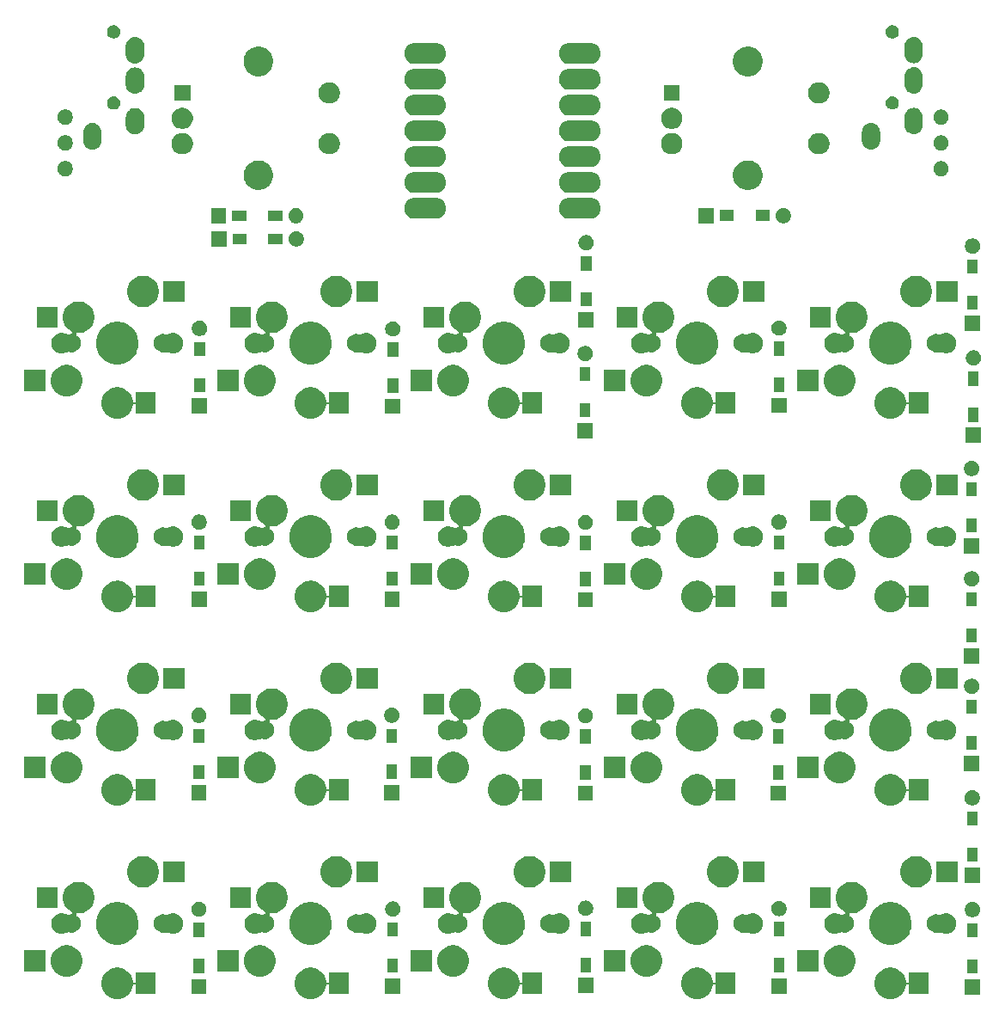
<source format=gbr>
G04 #@! TF.GenerationSoftware,KiCad,Pcbnew,(5.1.6-0-10_14)*
G04 #@! TF.CreationDate,2022-08-29T11:05:28+09:00*
G04 #@! TF.ProjectId,cool640xiao,636f6f6c-3634-4307-9869-616f2e6b6963,rev?*
G04 #@! TF.SameCoordinates,Original*
G04 #@! TF.FileFunction,Soldermask,Bot*
G04 #@! TF.FilePolarity,Negative*
%FSLAX46Y46*%
G04 Gerber Fmt 4.6, Leading zero omitted, Abs format (unit mm)*
G04 Created by KiCad (PCBNEW (5.1.6-0-10_14)) date 2022-08-29 11:05:28*
%MOMM*%
%LPD*%
G01*
G04 APERTURE LIST*
%ADD10C,0.100000*%
G04 APERTURE END LIST*
D10*
G36*
X19352585Y-61528802D02*
G01*
X19502410Y-61558604D01*
X19784674Y-61675521D01*
X20038705Y-61845259D01*
X20254741Y-62061295D01*
X20424479Y-62315326D01*
X20538459Y-62590500D01*
X20541396Y-62597591D01*
X20601404Y-62899270D01*
X20608517Y-62922719D01*
X20620068Y-62944330D01*
X20635613Y-62963272D01*
X20654555Y-62978817D01*
X20676166Y-62990368D01*
X20699615Y-62997481D01*
X20724001Y-62999883D01*
X20748387Y-62997481D01*
X20771836Y-62990368D01*
X20793447Y-62978817D01*
X20812389Y-62963272D01*
X20827934Y-62944330D01*
X20839485Y-62922719D01*
X20846598Y-62899270D01*
X20849000Y-62874884D01*
X20849000Y-61999000D01*
X22851000Y-61999000D01*
X22851000Y-64101000D01*
X20849000Y-64101000D01*
X20849000Y-63225116D01*
X20846598Y-63200730D01*
X20839485Y-63177281D01*
X20827934Y-63155670D01*
X20812389Y-63136728D01*
X20793447Y-63121183D01*
X20771836Y-63109632D01*
X20748387Y-63102519D01*
X20724001Y-63100117D01*
X20699615Y-63102519D01*
X20676166Y-63109632D01*
X20654555Y-63121183D01*
X20635613Y-63136728D01*
X20620068Y-63155670D01*
X20608517Y-63177281D01*
X20601404Y-63200730D01*
X20601000Y-63202760D01*
X20541396Y-63502410D01*
X20424479Y-63784674D01*
X20254741Y-64038705D01*
X20038705Y-64254741D01*
X19784674Y-64424479D01*
X19502410Y-64541396D01*
X19352585Y-64571198D01*
X19202761Y-64601000D01*
X18897239Y-64601000D01*
X18747415Y-64571198D01*
X18597590Y-64541396D01*
X18315326Y-64424479D01*
X18061295Y-64254741D01*
X17845259Y-64038705D01*
X17675521Y-63784674D01*
X17558604Y-63502410D01*
X17499000Y-63202760D01*
X17499000Y-62897240D01*
X17558604Y-62597590D01*
X17675521Y-62315326D01*
X17845259Y-62061295D01*
X18061295Y-61845259D01*
X18315326Y-61675521D01*
X18597590Y-61558604D01*
X18747415Y-61528802D01*
X18897239Y-61499000D01*
X19202761Y-61499000D01*
X19352585Y-61528802D01*
G37*
G36*
X76502585Y-61528802D02*
G01*
X76652410Y-61558604D01*
X76934674Y-61675521D01*
X77188705Y-61845259D01*
X77404741Y-62061295D01*
X77574479Y-62315326D01*
X77688459Y-62590500D01*
X77691396Y-62597591D01*
X77751404Y-62899270D01*
X77758517Y-62922719D01*
X77770068Y-62944330D01*
X77785613Y-62963272D01*
X77804555Y-62978817D01*
X77826166Y-62990368D01*
X77849615Y-62997481D01*
X77874001Y-62999883D01*
X77898387Y-62997481D01*
X77921836Y-62990368D01*
X77943447Y-62978817D01*
X77962389Y-62963272D01*
X77977934Y-62944330D01*
X77989485Y-62922719D01*
X77996598Y-62899270D01*
X77999000Y-62874884D01*
X77999000Y-61999000D01*
X80001000Y-61999000D01*
X80001000Y-64101000D01*
X77999000Y-64101000D01*
X77999000Y-63225116D01*
X77996598Y-63200730D01*
X77989485Y-63177281D01*
X77977934Y-63155670D01*
X77962389Y-63136728D01*
X77943447Y-63121183D01*
X77921836Y-63109632D01*
X77898387Y-63102519D01*
X77874001Y-63100117D01*
X77849615Y-63102519D01*
X77826166Y-63109632D01*
X77804555Y-63121183D01*
X77785613Y-63136728D01*
X77770068Y-63155670D01*
X77758517Y-63177281D01*
X77751404Y-63200730D01*
X77751000Y-63202760D01*
X77691396Y-63502410D01*
X77574479Y-63784674D01*
X77404741Y-64038705D01*
X77188705Y-64254741D01*
X76934674Y-64424479D01*
X76652410Y-64541396D01*
X76502585Y-64571198D01*
X76352761Y-64601000D01*
X76047239Y-64601000D01*
X75897415Y-64571198D01*
X75747590Y-64541396D01*
X75465326Y-64424479D01*
X75211295Y-64254741D01*
X74995259Y-64038705D01*
X74825521Y-63784674D01*
X74708604Y-63502410D01*
X74649000Y-63202760D01*
X74649000Y-62897240D01*
X74708604Y-62597590D01*
X74825521Y-62315326D01*
X74995259Y-62061295D01*
X75211295Y-61845259D01*
X75465326Y-61675521D01*
X75747590Y-61558604D01*
X75897415Y-61528802D01*
X76047239Y-61499000D01*
X76352761Y-61499000D01*
X76502585Y-61528802D01*
G37*
G36*
X57452585Y-61528802D02*
G01*
X57602410Y-61558604D01*
X57884674Y-61675521D01*
X58138705Y-61845259D01*
X58354741Y-62061295D01*
X58524479Y-62315326D01*
X58638459Y-62590500D01*
X58641396Y-62597591D01*
X58701404Y-62899270D01*
X58708517Y-62922719D01*
X58720068Y-62944330D01*
X58735613Y-62963272D01*
X58754555Y-62978817D01*
X58776166Y-62990368D01*
X58799615Y-62997481D01*
X58824001Y-62999883D01*
X58848387Y-62997481D01*
X58871836Y-62990368D01*
X58893447Y-62978817D01*
X58912389Y-62963272D01*
X58927934Y-62944330D01*
X58939485Y-62922719D01*
X58946598Y-62899270D01*
X58949000Y-62874884D01*
X58949000Y-61999000D01*
X60951000Y-61999000D01*
X60951000Y-64101000D01*
X58949000Y-64101000D01*
X58949000Y-63225116D01*
X58946598Y-63200730D01*
X58939485Y-63177281D01*
X58927934Y-63155670D01*
X58912389Y-63136728D01*
X58893447Y-63121183D01*
X58871836Y-63109632D01*
X58848387Y-63102519D01*
X58824001Y-63100117D01*
X58799615Y-63102519D01*
X58776166Y-63109632D01*
X58754555Y-63121183D01*
X58735613Y-63136728D01*
X58720068Y-63155670D01*
X58708517Y-63177281D01*
X58701404Y-63200730D01*
X58701000Y-63202760D01*
X58641396Y-63502410D01*
X58524479Y-63784674D01*
X58354741Y-64038705D01*
X58138705Y-64254741D01*
X57884674Y-64424479D01*
X57602410Y-64541396D01*
X57452585Y-64571198D01*
X57302761Y-64601000D01*
X56997239Y-64601000D01*
X56847415Y-64571198D01*
X56697590Y-64541396D01*
X56415326Y-64424479D01*
X56161295Y-64254741D01*
X55945259Y-64038705D01*
X55775521Y-63784674D01*
X55658604Y-63502410D01*
X55599000Y-63202760D01*
X55599000Y-62897240D01*
X55658604Y-62597590D01*
X55775521Y-62315326D01*
X55945259Y-62061295D01*
X56161295Y-61845259D01*
X56415326Y-61675521D01*
X56697590Y-61558604D01*
X56847415Y-61528802D01*
X56997239Y-61499000D01*
X57302761Y-61499000D01*
X57452585Y-61528802D01*
G37*
G36*
X38402585Y-61528802D02*
G01*
X38552410Y-61558604D01*
X38834674Y-61675521D01*
X39088705Y-61845259D01*
X39304741Y-62061295D01*
X39474479Y-62315326D01*
X39588459Y-62590500D01*
X39591396Y-62597591D01*
X39651404Y-62899270D01*
X39658517Y-62922719D01*
X39670068Y-62944330D01*
X39685613Y-62963272D01*
X39704555Y-62978817D01*
X39726166Y-62990368D01*
X39749615Y-62997481D01*
X39774001Y-62999883D01*
X39798387Y-62997481D01*
X39821836Y-62990368D01*
X39843447Y-62978817D01*
X39862389Y-62963272D01*
X39877934Y-62944330D01*
X39889485Y-62922719D01*
X39896598Y-62899270D01*
X39899000Y-62874884D01*
X39899000Y-61999000D01*
X41901000Y-61999000D01*
X41901000Y-64101000D01*
X39899000Y-64101000D01*
X39899000Y-63225116D01*
X39896598Y-63200730D01*
X39889485Y-63177281D01*
X39877934Y-63155670D01*
X39862389Y-63136728D01*
X39843447Y-63121183D01*
X39821836Y-63109632D01*
X39798387Y-63102519D01*
X39774001Y-63100117D01*
X39749615Y-63102519D01*
X39726166Y-63109632D01*
X39704555Y-63121183D01*
X39685613Y-63136728D01*
X39670068Y-63155670D01*
X39658517Y-63177281D01*
X39651404Y-63200730D01*
X39651000Y-63202760D01*
X39591396Y-63502410D01*
X39474479Y-63784674D01*
X39304741Y-64038705D01*
X39088705Y-64254741D01*
X38834674Y-64424479D01*
X38552410Y-64541396D01*
X38402585Y-64571198D01*
X38252761Y-64601000D01*
X37947239Y-64601000D01*
X37797415Y-64571198D01*
X37647590Y-64541396D01*
X37365326Y-64424479D01*
X37111295Y-64254741D01*
X36895259Y-64038705D01*
X36725521Y-63784674D01*
X36608604Y-63502410D01*
X36549000Y-63202760D01*
X36549000Y-62897240D01*
X36608604Y-62597590D01*
X36725521Y-62315326D01*
X36895259Y-62061295D01*
X37111295Y-61845259D01*
X37365326Y-61675521D01*
X37647590Y-61558604D01*
X37797415Y-61528802D01*
X37947239Y-61499000D01*
X38252761Y-61499000D01*
X38402585Y-61528802D01*
G37*
G36*
X302585Y-61528802D02*
G01*
X452410Y-61558604D01*
X734674Y-61675521D01*
X988705Y-61845259D01*
X1204741Y-62061295D01*
X1374479Y-62315326D01*
X1488459Y-62590500D01*
X1491396Y-62597591D01*
X1551404Y-62899270D01*
X1558517Y-62922719D01*
X1570068Y-62944330D01*
X1585613Y-62963272D01*
X1604555Y-62978817D01*
X1626166Y-62990368D01*
X1649615Y-62997481D01*
X1674001Y-62999883D01*
X1698387Y-62997481D01*
X1721836Y-62990368D01*
X1743447Y-62978817D01*
X1762389Y-62963272D01*
X1777934Y-62944330D01*
X1789485Y-62922719D01*
X1796598Y-62899270D01*
X1799000Y-62874884D01*
X1799000Y-61999000D01*
X3801000Y-61999000D01*
X3801000Y-64101000D01*
X1799000Y-64101000D01*
X1799000Y-63225116D01*
X1796598Y-63200730D01*
X1789485Y-63177281D01*
X1777934Y-63155670D01*
X1762389Y-63136728D01*
X1743447Y-63121183D01*
X1721836Y-63109632D01*
X1698387Y-63102519D01*
X1674001Y-63100117D01*
X1649615Y-63102519D01*
X1626166Y-63109632D01*
X1604555Y-63121183D01*
X1585613Y-63136728D01*
X1570068Y-63155670D01*
X1558517Y-63177281D01*
X1551404Y-63200730D01*
X1551000Y-63202760D01*
X1491396Y-63502410D01*
X1374479Y-63784674D01*
X1204741Y-64038705D01*
X988705Y-64254741D01*
X734674Y-64424479D01*
X452410Y-64541396D01*
X302585Y-64571198D01*
X152761Y-64601000D01*
X-152761Y-64601000D01*
X-302585Y-64571198D01*
X-452410Y-64541396D01*
X-734674Y-64424479D01*
X-988705Y-64254741D01*
X-1204741Y-64038705D01*
X-1374479Y-63784674D01*
X-1491396Y-63502410D01*
X-1551000Y-63202760D01*
X-1551000Y-62897240D01*
X-1491396Y-62597590D01*
X-1374479Y-62315326D01*
X-1204741Y-62061295D01*
X-988705Y-61845259D01*
X-734674Y-61675521D01*
X-452410Y-61558604D01*
X-302585Y-61528802D01*
X-152761Y-61499000D01*
X152761Y-61499000D01*
X302585Y-61528802D01*
G37*
G36*
X85039500Y-64149500D02*
G01*
X83540500Y-64149500D01*
X83540500Y-62650500D01*
X85039500Y-62650500D01*
X85039500Y-64149500D01*
G37*
G36*
X8799500Y-64109500D02*
G01*
X7300500Y-64109500D01*
X7300500Y-62610500D01*
X8799500Y-62610500D01*
X8799500Y-64109500D01*
G37*
G36*
X27899500Y-64089500D02*
G01*
X26400500Y-64089500D01*
X26400500Y-62590500D01*
X27899500Y-62590500D01*
X27899500Y-64089500D01*
G37*
G36*
X65959500Y-64049500D02*
G01*
X64460500Y-64049500D01*
X64460500Y-62550500D01*
X65959500Y-62550500D01*
X65959500Y-64049500D01*
G37*
G36*
X46909500Y-64019500D02*
G01*
X45410500Y-64019500D01*
X45410500Y-62520500D01*
X46909500Y-62520500D01*
X46909500Y-64019500D01*
G37*
G36*
X71502585Y-59328802D02*
G01*
X71652410Y-59358604D01*
X71934674Y-59475521D01*
X72188705Y-59645259D01*
X72404741Y-59861295D01*
X72574479Y-60115326D01*
X72691396Y-60397590D01*
X72691396Y-60397591D01*
X72732454Y-60604000D01*
X72751000Y-60697240D01*
X72751000Y-61002760D01*
X72691396Y-61302410D01*
X72574479Y-61584674D01*
X72404741Y-61838705D01*
X72188705Y-62054741D01*
X71934674Y-62224479D01*
X71652410Y-62341396D01*
X71502585Y-62371198D01*
X71352761Y-62401000D01*
X71047239Y-62401000D01*
X70897415Y-62371198D01*
X70747590Y-62341396D01*
X70465326Y-62224479D01*
X70211295Y-62054741D01*
X69995259Y-61838705D01*
X69825521Y-61584674D01*
X69708604Y-61302410D01*
X69649000Y-61002760D01*
X69649000Y-60697240D01*
X69667547Y-60604000D01*
X69708604Y-60397591D01*
X69708604Y-60397590D01*
X69825521Y-60115326D01*
X69995259Y-59861295D01*
X70211295Y-59645259D01*
X70465326Y-59475521D01*
X70747590Y-59358604D01*
X70897415Y-59328802D01*
X71047239Y-59299000D01*
X71352761Y-59299000D01*
X71502585Y-59328802D01*
G37*
G36*
X14352585Y-59328802D02*
G01*
X14502410Y-59358604D01*
X14784674Y-59475521D01*
X15038705Y-59645259D01*
X15254741Y-59861295D01*
X15424479Y-60115326D01*
X15541396Y-60397590D01*
X15541396Y-60397591D01*
X15582454Y-60604000D01*
X15601000Y-60697240D01*
X15601000Y-61002760D01*
X15541396Y-61302410D01*
X15424479Y-61584674D01*
X15254741Y-61838705D01*
X15038705Y-62054741D01*
X14784674Y-62224479D01*
X14502410Y-62341396D01*
X14352585Y-62371198D01*
X14202761Y-62401000D01*
X13897239Y-62401000D01*
X13747415Y-62371198D01*
X13597590Y-62341396D01*
X13315326Y-62224479D01*
X13061295Y-62054741D01*
X12845259Y-61838705D01*
X12675521Y-61584674D01*
X12558604Y-61302410D01*
X12499000Y-61002760D01*
X12499000Y-60697240D01*
X12517547Y-60604000D01*
X12558604Y-60397591D01*
X12558604Y-60397590D01*
X12675521Y-60115326D01*
X12845259Y-59861295D01*
X13061295Y-59645259D01*
X13315326Y-59475521D01*
X13597590Y-59358604D01*
X13747415Y-59328802D01*
X13897239Y-59299000D01*
X14202761Y-59299000D01*
X14352585Y-59328802D01*
G37*
G36*
X33402585Y-59328802D02*
G01*
X33552410Y-59358604D01*
X33834674Y-59475521D01*
X34088705Y-59645259D01*
X34304741Y-59861295D01*
X34474479Y-60115326D01*
X34591396Y-60397590D01*
X34591396Y-60397591D01*
X34632454Y-60604000D01*
X34651000Y-60697240D01*
X34651000Y-61002760D01*
X34591396Y-61302410D01*
X34474479Y-61584674D01*
X34304741Y-61838705D01*
X34088705Y-62054741D01*
X33834674Y-62224479D01*
X33552410Y-62341396D01*
X33402585Y-62371198D01*
X33252761Y-62401000D01*
X32947239Y-62401000D01*
X32797415Y-62371198D01*
X32647590Y-62341396D01*
X32365326Y-62224479D01*
X32111295Y-62054741D01*
X31895259Y-61838705D01*
X31725521Y-61584674D01*
X31608604Y-61302410D01*
X31549000Y-61002760D01*
X31549000Y-60697240D01*
X31567547Y-60604000D01*
X31608604Y-60397591D01*
X31608604Y-60397590D01*
X31725521Y-60115326D01*
X31895259Y-59861295D01*
X32111295Y-59645259D01*
X32365326Y-59475521D01*
X32647590Y-59358604D01*
X32797415Y-59328802D01*
X32947239Y-59299000D01*
X33252761Y-59299000D01*
X33402585Y-59328802D01*
G37*
G36*
X52452585Y-59328802D02*
G01*
X52602410Y-59358604D01*
X52884674Y-59475521D01*
X53138705Y-59645259D01*
X53354741Y-59861295D01*
X53524479Y-60115326D01*
X53641396Y-60397590D01*
X53641396Y-60397591D01*
X53682454Y-60604000D01*
X53701000Y-60697240D01*
X53701000Y-61002760D01*
X53641396Y-61302410D01*
X53524479Y-61584674D01*
X53354741Y-61838705D01*
X53138705Y-62054741D01*
X52884674Y-62224479D01*
X52602410Y-62341396D01*
X52452585Y-62371198D01*
X52302761Y-62401000D01*
X51997239Y-62401000D01*
X51847415Y-62371198D01*
X51697590Y-62341396D01*
X51415326Y-62224479D01*
X51161295Y-62054741D01*
X50945259Y-61838705D01*
X50775521Y-61584674D01*
X50658604Y-61302410D01*
X50599000Y-61002760D01*
X50599000Y-60697240D01*
X50617547Y-60604000D01*
X50658604Y-60397591D01*
X50658604Y-60397590D01*
X50775521Y-60115326D01*
X50945259Y-59861295D01*
X51161295Y-59645259D01*
X51415326Y-59475521D01*
X51697590Y-59358604D01*
X51847415Y-59328802D01*
X51997239Y-59299000D01*
X52302761Y-59299000D01*
X52452585Y-59328802D01*
G37*
G36*
X-4697415Y-59328802D02*
G01*
X-4547590Y-59358604D01*
X-4265326Y-59475521D01*
X-4011295Y-59645259D01*
X-3795259Y-59861295D01*
X-3625521Y-60115326D01*
X-3508604Y-60397590D01*
X-3508604Y-60397591D01*
X-3467546Y-60604000D01*
X-3449000Y-60697240D01*
X-3449000Y-61002760D01*
X-3508604Y-61302410D01*
X-3625521Y-61584674D01*
X-3795259Y-61838705D01*
X-4011295Y-62054741D01*
X-4265326Y-62224479D01*
X-4547590Y-62341396D01*
X-4697415Y-62371198D01*
X-4847239Y-62401000D01*
X-5152761Y-62401000D01*
X-5302585Y-62371198D01*
X-5452410Y-62341396D01*
X-5734674Y-62224479D01*
X-5988705Y-62054741D01*
X-6204741Y-61838705D01*
X-6374479Y-61584674D01*
X-6491396Y-61302410D01*
X-6551000Y-61002760D01*
X-6551000Y-60697240D01*
X-6532453Y-60604000D01*
X-6491396Y-60397591D01*
X-6491396Y-60397590D01*
X-6374479Y-60115326D01*
X-6204741Y-59861295D01*
X-5988705Y-59645259D01*
X-5734674Y-59475521D01*
X-5452410Y-59358604D01*
X-5302585Y-59328802D01*
X-5152761Y-59299000D01*
X-4847239Y-59299000D01*
X-4697415Y-59328802D01*
G37*
G36*
X84816000Y-62066000D02*
G01*
X83764000Y-62066000D01*
X83764000Y-60664000D01*
X84816000Y-60664000D01*
X84816000Y-62066000D01*
G37*
G36*
X8576000Y-62026000D02*
G01*
X7524000Y-62026000D01*
X7524000Y-60624000D01*
X8576000Y-60624000D01*
X8576000Y-62026000D01*
G37*
G36*
X27676000Y-62006000D02*
G01*
X26624000Y-62006000D01*
X26624000Y-60604000D01*
X27676000Y-60604000D01*
X27676000Y-62006000D01*
G37*
G36*
X65736000Y-61966000D02*
G01*
X64684000Y-61966000D01*
X64684000Y-60564000D01*
X65736000Y-60564000D01*
X65736000Y-61966000D01*
G37*
G36*
X46686000Y-61936000D02*
G01*
X45634000Y-61936000D01*
X45634000Y-60534000D01*
X46686000Y-60534000D01*
X46686000Y-61936000D01*
G37*
G36*
X12001000Y-61901000D02*
G01*
X9899000Y-61901000D01*
X9899000Y-59799000D01*
X12001000Y-59799000D01*
X12001000Y-61901000D01*
G37*
G36*
X-7049000Y-61901000D02*
G01*
X-9151000Y-61901000D01*
X-9151000Y-59799000D01*
X-7049000Y-59799000D01*
X-7049000Y-61901000D01*
G37*
G36*
X31051000Y-61901000D02*
G01*
X28949000Y-61901000D01*
X28949000Y-59799000D01*
X31051000Y-59799000D01*
X31051000Y-61901000D01*
G37*
G36*
X50101000Y-61901000D02*
G01*
X47999000Y-61901000D01*
X47999000Y-59799000D01*
X50101000Y-59799000D01*
X50101000Y-61901000D01*
G37*
G36*
X69151000Y-61901000D02*
G01*
X67049000Y-61901000D01*
X67049000Y-59799000D01*
X69151000Y-59799000D01*
X69151000Y-61901000D01*
G37*
G36*
X57602391Y-55097825D02*
G01*
X57762839Y-55129740D01*
X58033206Y-55241730D01*
X58082684Y-55262224D01*
X58145197Y-55288118D01*
X58290158Y-55384978D01*
X58489309Y-55518046D01*
X58781954Y-55810691D01*
X58784659Y-55814740D01*
X59008005Y-56149000D01*
X59011883Y-56154805D01*
X59049905Y-56246598D01*
X59167087Y-56529500D01*
X59170260Y-56537162D01*
X59251000Y-56943068D01*
X59251000Y-57356932D01*
X59197847Y-57624149D01*
X59170260Y-57762839D01*
X59065473Y-58015818D01*
X59046959Y-58060515D01*
X59011882Y-58145197D01*
X58896138Y-58318420D01*
X58790847Y-58476000D01*
X58781953Y-58489310D01*
X58489310Y-58781953D01*
X58145197Y-59011882D01*
X57762839Y-59170260D01*
X57627536Y-59197173D01*
X57356932Y-59251000D01*
X56943068Y-59251000D01*
X56672464Y-59197173D01*
X56537161Y-59170260D01*
X56154803Y-59011882D01*
X55810690Y-58781953D01*
X55518047Y-58489310D01*
X55509154Y-58476000D01*
X55403862Y-58318420D01*
X55288118Y-58145197D01*
X55253042Y-58060515D01*
X55234527Y-58015818D01*
X55129740Y-57762839D01*
X55102153Y-57624149D01*
X55049000Y-57356932D01*
X55049000Y-56943068D01*
X55129740Y-56537162D01*
X55132914Y-56529500D01*
X55250095Y-56246598D01*
X55288117Y-56154805D01*
X55291996Y-56149000D01*
X55515341Y-55814740D01*
X55518046Y-55810691D01*
X55810691Y-55518046D01*
X56009842Y-55384978D01*
X56154803Y-55288118D01*
X56217317Y-55262224D01*
X56266794Y-55241730D01*
X56537161Y-55129740D01*
X56697609Y-55097825D01*
X56943068Y-55049000D01*
X57356932Y-55049000D01*
X57602391Y-55097825D01*
G37*
G36*
X452391Y-55097825D02*
G01*
X612839Y-55129740D01*
X883206Y-55241730D01*
X932684Y-55262224D01*
X995197Y-55288118D01*
X1140158Y-55384978D01*
X1339309Y-55518046D01*
X1631954Y-55810691D01*
X1634659Y-55814740D01*
X1858005Y-56149000D01*
X1861883Y-56154805D01*
X1899905Y-56246598D01*
X2017087Y-56529500D01*
X2020260Y-56537162D01*
X2101000Y-56943068D01*
X2101000Y-57356932D01*
X2047847Y-57624149D01*
X2020260Y-57762839D01*
X1915473Y-58015818D01*
X1896959Y-58060515D01*
X1861882Y-58145197D01*
X1746138Y-58318420D01*
X1640847Y-58476000D01*
X1631953Y-58489310D01*
X1339310Y-58781953D01*
X995197Y-59011882D01*
X612839Y-59170260D01*
X477536Y-59197173D01*
X206932Y-59251000D01*
X-206932Y-59251000D01*
X-477536Y-59197173D01*
X-612839Y-59170260D01*
X-995197Y-59011882D01*
X-1339310Y-58781953D01*
X-1631953Y-58489310D01*
X-1640846Y-58476000D01*
X-1746138Y-58318420D01*
X-1861882Y-58145197D01*
X-1896958Y-58060515D01*
X-1915473Y-58015818D01*
X-2020260Y-57762839D01*
X-2047847Y-57624149D01*
X-2101000Y-57356932D01*
X-2101000Y-56943068D01*
X-2020260Y-56537162D01*
X-2017086Y-56529500D01*
X-1899905Y-56246598D01*
X-1861883Y-56154805D01*
X-1858004Y-56149000D01*
X-1634659Y-55814740D01*
X-1631954Y-55810691D01*
X-1339309Y-55518046D01*
X-1140158Y-55384978D01*
X-995197Y-55288118D01*
X-932683Y-55262224D01*
X-883206Y-55241730D01*
X-612839Y-55129740D01*
X-452391Y-55097825D01*
X-206932Y-55049000D01*
X206932Y-55049000D01*
X452391Y-55097825D01*
G37*
G36*
X38552391Y-55097825D02*
G01*
X38712839Y-55129740D01*
X38983206Y-55241730D01*
X39032684Y-55262224D01*
X39095197Y-55288118D01*
X39240158Y-55384978D01*
X39439309Y-55518046D01*
X39731954Y-55810691D01*
X39734659Y-55814740D01*
X39958005Y-56149000D01*
X39961883Y-56154805D01*
X39999905Y-56246598D01*
X40117087Y-56529500D01*
X40120260Y-56537162D01*
X40201000Y-56943068D01*
X40201000Y-57356932D01*
X40147847Y-57624149D01*
X40120260Y-57762839D01*
X40015473Y-58015818D01*
X39996959Y-58060515D01*
X39961882Y-58145197D01*
X39846138Y-58318420D01*
X39740847Y-58476000D01*
X39731953Y-58489310D01*
X39439310Y-58781953D01*
X39095197Y-59011882D01*
X38712839Y-59170260D01*
X38577536Y-59197173D01*
X38306932Y-59251000D01*
X37893068Y-59251000D01*
X37622464Y-59197173D01*
X37487161Y-59170260D01*
X37104803Y-59011882D01*
X36760690Y-58781953D01*
X36468047Y-58489310D01*
X36459154Y-58476000D01*
X36353862Y-58318420D01*
X36238118Y-58145197D01*
X36203042Y-58060515D01*
X36184527Y-58015818D01*
X36079740Y-57762839D01*
X36052153Y-57624149D01*
X35999000Y-57356932D01*
X35999000Y-56943068D01*
X36079740Y-56537162D01*
X36082914Y-56529500D01*
X36200095Y-56246598D01*
X36238117Y-56154805D01*
X36241996Y-56149000D01*
X36465341Y-55814740D01*
X36468046Y-55810691D01*
X36760691Y-55518046D01*
X36959842Y-55384978D01*
X37104803Y-55288118D01*
X37167317Y-55262224D01*
X37216794Y-55241730D01*
X37487161Y-55129740D01*
X37647609Y-55097825D01*
X37893068Y-55049000D01*
X38306932Y-55049000D01*
X38552391Y-55097825D01*
G37*
G36*
X19502391Y-55097825D02*
G01*
X19662839Y-55129740D01*
X19933206Y-55241730D01*
X19982684Y-55262224D01*
X20045197Y-55288118D01*
X20190158Y-55384978D01*
X20389309Y-55518046D01*
X20681954Y-55810691D01*
X20684659Y-55814740D01*
X20908005Y-56149000D01*
X20911883Y-56154805D01*
X20949905Y-56246598D01*
X21067087Y-56529500D01*
X21070260Y-56537162D01*
X21151000Y-56943068D01*
X21151000Y-57356932D01*
X21097847Y-57624149D01*
X21070260Y-57762839D01*
X20965473Y-58015818D01*
X20946959Y-58060515D01*
X20911882Y-58145197D01*
X20796138Y-58318420D01*
X20690847Y-58476000D01*
X20681953Y-58489310D01*
X20389310Y-58781953D01*
X20045197Y-59011882D01*
X19662839Y-59170260D01*
X19527536Y-59197173D01*
X19256932Y-59251000D01*
X18843068Y-59251000D01*
X18572464Y-59197173D01*
X18437161Y-59170260D01*
X18054803Y-59011882D01*
X17710690Y-58781953D01*
X17418047Y-58489310D01*
X17409154Y-58476000D01*
X17303862Y-58318420D01*
X17188118Y-58145197D01*
X17153042Y-58060515D01*
X17134527Y-58015818D01*
X17029740Y-57762839D01*
X17002153Y-57624149D01*
X16949000Y-57356932D01*
X16949000Y-56943068D01*
X17029740Y-56537162D01*
X17032914Y-56529500D01*
X17150095Y-56246598D01*
X17188117Y-56154805D01*
X17191996Y-56149000D01*
X17415341Y-55814740D01*
X17418046Y-55810691D01*
X17710691Y-55518046D01*
X17909842Y-55384978D01*
X18054803Y-55288118D01*
X18117317Y-55262224D01*
X18166794Y-55241730D01*
X18437161Y-55129740D01*
X18597609Y-55097825D01*
X18843068Y-55049000D01*
X19256932Y-55049000D01*
X19502391Y-55097825D01*
G37*
G36*
X76652391Y-55097825D02*
G01*
X76812839Y-55129740D01*
X77083206Y-55241730D01*
X77132684Y-55262224D01*
X77195197Y-55288118D01*
X77340158Y-55384978D01*
X77539309Y-55518046D01*
X77831954Y-55810691D01*
X77834659Y-55814740D01*
X78058005Y-56149000D01*
X78061883Y-56154805D01*
X78099905Y-56246598D01*
X78217087Y-56529500D01*
X78220260Y-56537162D01*
X78301000Y-56943068D01*
X78301000Y-57356932D01*
X78247847Y-57624149D01*
X78220260Y-57762839D01*
X78115473Y-58015818D01*
X78096959Y-58060515D01*
X78061882Y-58145197D01*
X77946138Y-58318420D01*
X77840847Y-58476000D01*
X77831953Y-58489310D01*
X77539310Y-58781953D01*
X77195197Y-59011882D01*
X76812839Y-59170260D01*
X76677536Y-59197173D01*
X76406932Y-59251000D01*
X75993068Y-59251000D01*
X75722464Y-59197173D01*
X75587161Y-59170260D01*
X75204803Y-59011882D01*
X74860690Y-58781953D01*
X74568047Y-58489310D01*
X74559154Y-58476000D01*
X74453862Y-58318420D01*
X74338118Y-58145197D01*
X74303042Y-58060515D01*
X74284527Y-58015818D01*
X74179740Y-57762839D01*
X74152153Y-57624149D01*
X74099000Y-57356932D01*
X74099000Y-56943068D01*
X74179740Y-56537162D01*
X74182914Y-56529500D01*
X74300095Y-56246598D01*
X74338117Y-56154805D01*
X74341996Y-56149000D01*
X74565341Y-55814740D01*
X74568046Y-55810691D01*
X74860691Y-55518046D01*
X75059842Y-55384978D01*
X75204803Y-55288118D01*
X75267317Y-55262224D01*
X75316794Y-55241730D01*
X75587161Y-55129740D01*
X75747609Y-55097825D01*
X75993068Y-55049000D01*
X76406932Y-55049000D01*
X76652391Y-55097825D01*
G37*
G36*
X84816000Y-58516000D02*
G01*
X83764000Y-58516000D01*
X83764000Y-57114000D01*
X84816000Y-57114000D01*
X84816000Y-58516000D01*
G37*
G36*
X8576000Y-58476000D02*
G01*
X7524000Y-58476000D01*
X7524000Y-57074000D01*
X8576000Y-57074000D01*
X8576000Y-58476000D01*
G37*
G36*
X27676000Y-58456000D02*
G01*
X26624000Y-58456000D01*
X26624000Y-57054000D01*
X27676000Y-57054000D01*
X27676000Y-58456000D01*
G37*
G36*
X65736000Y-58416000D02*
G01*
X64684000Y-58416000D01*
X64684000Y-57014000D01*
X65736000Y-57014000D01*
X65736000Y-58416000D01*
G37*
G36*
X46686000Y-58386000D02*
G01*
X45634000Y-58386000D01*
X45634000Y-56984000D01*
X46686000Y-56984000D01*
X46686000Y-58386000D01*
G37*
G36*
X72692585Y-53088802D02*
G01*
X72842410Y-53118604D01*
X73124674Y-53235521D01*
X73378705Y-53405259D01*
X73594741Y-53621295D01*
X73764479Y-53875326D01*
X73881396Y-54157590D01*
X73941000Y-54457240D01*
X73941000Y-54762760D01*
X73881396Y-55062410D01*
X73764479Y-55344674D01*
X73594741Y-55598705D01*
X73378705Y-55814741D01*
X73124674Y-55984479D01*
X72842410Y-56101396D01*
X72709773Y-56127779D01*
X72542761Y-56161000D01*
X72253680Y-56161000D01*
X72229294Y-56163402D01*
X72205845Y-56170515D01*
X72184234Y-56182066D01*
X72165292Y-56197611D01*
X72149747Y-56216553D01*
X72138196Y-56238164D01*
X72131083Y-56261613D01*
X72128681Y-56285999D01*
X72131083Y-56310385D01*
X72138196Y-56333834D01*
X72149747Y-56355445D01*
X72165292Y-56374387D01*
X72184226Y-56389926D01*
X72274354Y-56450147D01*
X72399853Y-56575646D01*
X72498456Y-56723216D01*
X72566376Y-56887188D01*
X72601000Y-57061259D01*
X72601000Y-57238741D01*
X72566376Y-57412812D01*
X72498456Y-57576784D01*
X72399853Y-57724354D01*
X72274354Y-57849853D01*
X72126784Y-57948456D01*
X71962812Y-58016376D01*
X71813512Y-58046073D01*
X71788742Y-58051000D01*
X71611258Y-58051000D01*
X71541247Y-58037074D01*
X71437188Y-58016376D01*
X71437185Y-58016375D01*
X71434386Y-58015818D01*
X71410000Y-58013416D01*
X71385614Y-58015818D01*
X71382815Y-58016375D01*
X71382812Y-58016376D01*
X71278753Y-58037074D01*
X71208742Y-58051000D01*
X71165395Y-58051000D01*
X71141009Y-58053402D01*
X71117560Y-58060515D01*
X70991981Y-58112532D01*
X70895285Y-58131766D01*
X70798591Y-58151000D01*
X70601409Y-58151000D01*
X70504715Y-58131766D01*
X70408019Y-58112532D01*
X70225849Y-58037074D01*
X70061900Y-57927527D01*
X69922473Y-57788100D01*
X69812926Y-57624151D01*
X69737468Y-57441981D01*
X69699000Y-57248590D01*
X69699000Y-57051410D01*
X69737468Y-56858019D01*
X69812926Y-56675849D01*
X69922473Y-56511900D01*
X70061900Y-56372473D01*
X70225849Y-56262926D01*
X70229019Y-56261613D01*
X70300088Y-56232175D01*
X70408019Y-56187468D01*
X70601409Y-56149000D01*
X70798591Y-56149000D01*
X70991981Y-56187468D01*
X71099912Y-56232175D01*
X71117560Y-56239485D01*
X71141009Y-56246598D01*
X71165395Y-56249000D01*
X71208742Y-56249000D01*
X71249625Y-56257132D01*
X71382812Y-56283624D01*
X71382815Y-56283625D01*
X71385614Y-56284182D01*
X71410000Y-56286584D01*
X71434386Y-56284182D01*
X71437185Y-56283625D01*
X71437188Y-56283624D01*
X71570375Y-56257132D01*
X71611258Y-56249000D01*
X71665526Y-56249000D01*
X71689912Y-56246598D01*
X71713361Y-56239485D01*
X71734972Y-56227934D01*
X71753914Y-56212389D01*
X71769459Y-56193447D01*
X71781010Y-56171836D01*
X71788123Y-56148387D01*
X71790525Y-56124001D01*
X71788123Y-56099615D01*
X71781010Y-56076166D01*
X71769459Y-56054555D01*
X71753914Y-56035613D01*
X71734972Y-56020068D01*
X71713367Y-56008520D01*
X71655326Y-55984479D01*
X71401295Y-55814741D01*
X71185259Y-55598705D01*
X71015521Y-55344674D01*
X70898604Y-55062410D01*
X70839000Y-54762760D01*
X70839000Y-54457240D01*
X70898604Y-54157590D01*
X71015521Y-53875326D01*
X71185259Y-53621295D01*
X71401295Y-53405259D01*
X71655326Y-53235521D01*
X71937590Y-53118604D01*
X72087415Y-53088802D01*
X72237239Y-53059000D01*
X72542761Y-53059000D01*
X72692585Y-53088802D01*
G37*
G36*
X-3507415Y-53088802D02*
G01*
X-3357590Y-53118604D01*
X-3075326Y-53235521D01*
X-2821295Y-53405259D01*
X-2605259Y-53621295D01*
X-2435521Y-53875326D01*
X-2318604Y-54157590D01*
X-2259000Y-54457240D01*
X-2259000Y-54762760D01*
X-2318604Y-55062410D01*
X-2435521Y-55344674D01*
X-2605259Y-55598705D01*
X-2821295Y-55814741D01*
X-3075326Y-55984479D01*
X-3357590Y-56101396D01*
X-3490227Y-56127779D01*
X-3657239Y-56161000D01*
X-3946320Y-56161000D01*
X-3970706Y-56163402D01*
X-3994155Y-56170515D01*
X-4015766Y-56182066D01*
X-4034708Y-56197611D01*
X-4050253Y-56216553D01*
X-4061804Y-56238164D01*
X-4068917Y-56261613D01*
X-4071319Y-56285999D01*
X-4068917Y-56310385D01*
X-4061804Y-56333834D01*
X-4050253Y-56355445D01*
X-4034708Y-56374387D01*
X-4015774Y-56389926D01*
X-3925646Y-56450147D01*
X-3800147Y-56575646D01*
X-3701544Y-56723216D01*
X-3633624Y-56887188D01*
X-3599000Y-57061259D01*
X-3599000Y-57238741D01*
X-3633624Y-57412812D01*
X-3701544Y-57576784D01*
X-3800147Y-57724354D01*
X-3925646Y-57849853D01*
X-4073216Y-57948456D01*
X-4237188Y-58016376D01*
X-4386488Y-58046073D01*
X-4411258Y-58051000D01*
X-4588742Y-58051000D01*
X-4658753Y-58037074D01*
X-4762812Y-58016376D01*
X-4762815Y-58016375D01*
X-4765614Y-58015818D01*
X-4790000Y-58013416D01*
X-4814386Y-58015818D01*
X-4817185Y-58016375D01*
X-4817188Y-58016376D01*
X-4921247Y-58037074D01*
X-4991258Y-58051000D01*
X-5034605Y-58051000D01*
X-5058991Y-58053402D01*
X-5082440Y-58060515D01*
X-5208019Y-58112532D01*
X-5304715Y-58131766D01*
X-5401409Y-58151000D01*
X-5598591Y-58151000D01*
X-5695285Y-58131766D01*
X-5791981Y-58112532D01*
X-5974151Y-58037074D01*
X-6138100Y-57927527D01*
X-6277527Y-57788100D01*
X-6387074Y-57624151D01*
X-6462532Y-57441981D01*
X-6501000Y-57248590D01*
X-6501000Y-57051410D01*
X-6462532Y-56858019D01*
X-6387074Y-56675849D01*
X-6277527Y-56511900D01*
X-6138100Y-56372473D01*
X-5974151Y-56262926D01*
X-5970981Y-56261613D01*
X-5899912Y-56232175D01*
X-5791981Y-56187468D01*
X-5598591Y-56149000D01*
X-5401409Y-56149000D01*
X-5208019Y-56187468D01*
X-5100088Y-56232175D01*
X-5082440Y-56239485D01*
X-5058991Y-56246598D01*
X-5034605Y-56249000D01*
X-4991258Y-56249000D01*
X-4950375Y-56257132D01*
X-4817188Y-56283624D01*
X-4817185Y-56283625D01*
X-4814386Y-56284182D01*
X-4790000Y-56286584D01*
X-4765614Y-56284182D01*
X-4762815Y-56283625D01*
X-4762812Y-56283624D01*
X-4629625Y-56257132D01*
X-4588742Y-56249000D01*
X-4534474Y-56249000D01*
X-4510088Y-56246598D01*
X-4486639Y-56239485D01*
X-4465028Y-56227934D01*
X-4446086Y-56212389D01*
X-4430541Y-56193447D01*
X-4418990Y-56171836D01*
X-4411877Y-56148387D01*
X-4409475Y-56124001D01*
X-4411877Y-56099615D01*
X-4418990Y-56076166D01*
X-4430541Y-56054555D01*
X-4446086Y-56035613D01*
X-4465028Y-56020068D01*
X-4486633Y-56008520D01*
X-4544674Y-55984479D01*
X-4798705Y-55814741D01*
X-5014741Y-55598705D01*
X-5184479Y-55344674D01*
X-5301396Y-55062410D01*
X-5361000Y-54762760D01*
X-5361000Y-54457240D01*
X-5301396Y-54157590D01*
X-5184479Y-53875326D01*
X-5014741Y-53621295D01*
X-4798705Y-53405259D01*
X-4544674Y-53235521D01*
X-4262410Y-53118604D01*
X-4112585Y-53088802D01*
X-3962761Y-53059000D01*
X-3657239Y-53059000D01*
X-3507415Y-53088802D01*
G37*
G36*
X5791981Y-56187468D02*
G01*
X5899912Y-56232175D01*
X5970982Y-56261613D01*
X5974151Y-56262926D01*
X6138100Y-56372473D01*
X6277527Y-56511900D01*
X6387074Y-56675849D01*
X6462532Y-56858019D01*
X6501000Y-57051410D01*
X6501000Y-57248590D01*
X6462532Y-57441981D01*
X6387074Y-57624151D01*
X6277527Y-57788100D01*
X6138100Y-57927527D01*
X5974151Y-58037074D01*
X5791981Y-58112532D01*
X5695285Y-58131766D01*
X5598591Y-58151000D01*
X5401409Y-58151000D01*
X5304715Y-58131766D01*
X5208019Y-58112532D01*
X5082440Y-58060515D01*
X5058991Y-58053402D01*
X5034605Y-58051000D01*
X4991258Y-58051000D01*
X4921247Y-58037074D01*
X4817188Y-58016376D01*
X4817185Y-58016375D01*
X4814386Y-58015818D01*
X4790000Y-58013416D01*
X4765614Y-58015818D01*
X4762815Y-58016375D01*
X4762812Y-58016376D01*
X4658753Y-58037074D01*
X4588742Y-58051000D01*
X4411258Y-58051000D01*
X4386488Y-58046073D01*
X4237188Y-58016376D01*
X4073216Y-57948456D01*
X3925646Y-57849853D01*
X3800147Y-57724354D01*
X3701544Y-57576784D01*
X3633624Y-57412812D01*
X3599000Y-57238741D01*
X3599000Y-57061259D01*
X3633624Y-56887188D01*
X3701544Y-56723216D01*
X3800147Y-56575646D01*
X3925646Y-56450147D01*
X4073216Y-56351544D01*
X4237188Y-56283624D01*
X4386488Y-56253927D01*
X4411258Y-56249000D01*
X4588742Y-56249000D01*
X4629625Y-56257132D01*
X4762812Y-56283624D01*
X4762815Y-56283625D01*
X4765614Y-56284182D01*
X4790000Y-56286584D01*
X4814386Y-56284182D01*
X4817185Y-56283625D01*
X4817188Y-56283624D01*
X4950375Y-56257132D01*
X4991258Y-56249000D01*
X5034605Y-56249000D01*
X5058991Y-56246598D01*
X5082440Y-56239485D01*
X5100088Y-56232175D01*
X5208019Y-56187468D01*
X5401409Y-56149000D01*
X5598591Y-56149000D01*
X5791981Y-56187468D01*
G37*
G36*
X62941981Y-56187468D02*
G01*
X63049912Y-56232175D01*
X63120982Y-56261613D01*
X63124151Y-56262926D01*
X63288100Y-56372473D01*
X63427527Y-56511900D01*
X63537074Y-56675849D01*
X63612532Y-56858019D01*
X63651000Y-57051410D01*
X63651000Y-57248590D01*
X63612532Y-57441981D01*
X63537074Y-57624151D01*
X63427527Y-57788100D01*
X63288100Y-57927527D01*
X63124151Y-58037074D01*
X62941981Y-58112532D01*
X62845285Y-58131766D01*
X62748591Y-58151000D01*
X62551409Y-58151000D01*
X62454715Y-58131766D01*
X62358019Y-58112532D01*
X62232440Y-58060515D01*
X62208991Y-58053402D01*
X62184605Y-58051000D01*
X62141258Y-58051000D01*
X62071247Y-58037074D01*
X61967188Y-58016376D01*
X61967185Y-58016375D01*
X61964386Y-58015818D01*
X61940000Y-58013416D01*
X61915614Y-58015818D01*
X61912815Y-58016375D01*
X61912812Y-58016376D01*
X61808753Y-58037074D01*
X61738742Y-58051000D01*
X61561258Y-58051000D01*
X61536488Y-58046073D01*
X61387188Y-58016376D01*
X61223216Y-57948456D01*
X61075646Y-57849853D01*
X60950147Y-57724354D01*
X60851544Y-57576784D01*
X60783624Y-57412812D01*
X60749000Y-57238741D01*
X60749000Y-57061259D01*
X60783624Y-56887188D01*
X60851544Y-56723216D01*
X60950147Y-56575646D01*
X61075646Y-56450147D01*
X61223216Y-56351544D01*
X61387188Y-56283624D01*
X61536488Y-56253927D01*
X61561258Y-56249000D01*
X61738742Y-56249000D01*
X61779625Y-56257132D01*
X61912812Y-56283624D01*
X61912815Y-56283625D01*
X61915614Y-56284182D01*
X61940000Y-56286584D01*
X61964386Y-56284182D01*
X61967185Y-56283625D01*
X61967188Y-56283624D01*
X62100375Y-56257132D01*
X62141258Y-56249000D01*
X62184605Y-56249000D01*
X62208991Y-56246598D01*
X62232440Y-56239485D01*
X62250088Y-56232175D01*
X62358019Y-56187468D01*
X62551409Y-56149000D01*
X62748591Y-56149000D01*
X62941981Y-56187468D01*
G37*
G36*
X81991981Y-56187468D02*
G01*
X82099912Y-56232175D01*
X82170982Y-56261613D01*
X82174151Y-56262926D01*
X82338100Y-56372473D01*
X82477527Y-56511900D01*
X82587074Y-56675849D01*
X82662532Y-56858019D01*
X82701000Y-57051410D01*
X82701000Y-57248590D01*
X82662532Y-57441981D01*
X82587074Y-57624151D01*
X82477527Y-57788100D01*
X82338100Y-57927527D01*
X82174151Y-58037074D01*
X81991981Y-58112532D01*
X81895285Y-58131766D01*
X81798591Y-58151000D01*
X81601409Y-58151000D01*
X81504715Y-58131766D01*
X81408019Y-58112532D01*
X81282440Y-58060515D01*
X81258991Y-58053402D01*
X81234605Y-58051000D01*
X81191258Y-58051000D01*
X81121247Y-58037074D01*
X81017188Y-58016376D01*
X81017185Y-58016375D01*
X81014386Y-58015818D01*
X80990000Y-58013416D01*
X80965614Y-58015818D01*
X80962815Y-58016375D01*
X80962812Y-58016376D01*
X80858753Y-58037074D01*
X80788742Y-58051000D01*
X80611258Y-58051000D01*
X80586488Y-58046073D01*
X80437188Y-58016376D01*
X80273216Y-57948456D01*
X80125646Y-57849853D01*
X80000147Y-57724354D01*
X79901544Y-57576784D01*
X79833624Y-57412812D01*
X79799000Y-57238741D01*
X79799000Y-57061259D01*
X79833624Y-56887188D01*
X79901544Y-56723216D01*
X80000147Y-56575646D01*
X80125646Y-56450147D01*
X80273216Y-56351544D01*
X80437188Y-56283624D01*
X80586488Y-56253927D01*
X80611258Y-56249000D01*
X80788742Y-56249000D01*
X80829625Y-56257132D01*
X80962812Y-56283624D01*
X80962815Y-56283625D01*
X80965614Y-56284182D01*
X80990000Y-56286584D01*
X81014386Y-56284182D01*
X81017185Y-56283625D01*
X81017188Y-56283624D01*
X81150375Y-56257132D01*
X81191258Y-56249000D01*
X81234605Y-56249000D01*
X81258991Y-56246598D01*
X81282440Y-56239485D01*
X81300088Y-56232175D01*
X81408019Y-56187468D01*
X81601409Y-56149000D01*
X81798591Y-56149000D01*
X81991981Y-56187468D01*
G37*
G36*
X53642585Y-53088802D02*
G01*
X53792410Y-53118604D01*
X54074674Y-53235521D01*
X54328705Y-53405259D01*
X54544741Y-53621295D01*
X54714479Y-53875326D01*
X54831396Y-54157590D01*
X54891000Y-54457240D01*
X54891000Y-54762760D01*
X54831396Y-55062410D01*
X54714479Y-55344674D01*
X54544741Y-55598705D01*
X54328705Y-55814741D01*
X54074674Y-55984479D01*
X53792410Y-56101396D01*
X53659773Y-56127779D01*
X53492761Y-56161000D01*
X53203680Y-56161000D01*
X53179294Y-56163402D01*
X53155845Y-56170515D01*
X53134234Y-56182066D01*
X53115292Y-56197611D01*
X53099747Y-56216553D01*
X53088196Y-56238164D01*
X53081083Y-56261613D01*
X53078681Y-56285999D01*
X53081083Y-56310385D01*
X53088196Y-56333834D01*
X53099747Y-56355445D01*
X53115292Y-56374387D01*
X53134226Y-56389926D01*
X53224354Y-56450147D01*
X53349853Y-56575646D01*
X53448456Y-56723216D01*
X53516376Y-56887188D01*
X53551000Y-57061259D01*
X53551000Y-57238741D01*
X53516376Y-57412812D01*
X53448456Y-57576784D01*
X53349853Y-57724354D01*
X53224354Y-57849853D01*
X53076784Y-57948456D01*
X52912812Y-58016376D01*
X52763512Y-58046073D01*
X52738742Y-58051000D01*
X52561258Y-58051000D01*
X52491247Y-58037074D01*
X52387188Y-58016376D01*
X52387185Y-58016375D01*
X52384386Y-58015818D01*
X52360000Y-58013416D01*
X52335614Y-58015818D01*
X52332815Y-58016375D01*
X52332812Y-58016376D01*
X52228753Y-58037074D01*
X52158742Y-58051000D01*
X52115395Y-58051000D01*
X52091009Y-58053402D01*
X52067560Y-58060515D01*
X51941981Y-58112532D01*
X51845285Y-58131766D01*
X51748591Y-58151000D01*
X51551409Y-58151000D01*
X51454715Y-58131766D01*
X51358019Y-58112532D01*
X51175849Y-58037074D01*
X51011900Y-57927527D01*
X50872473Y-57788100D01*
X50762926Y-57624151D01*
X50687468Y-57441981D01*
X50649000Y-57248590D01*
X50649000Y-57051410D01*
X50687468Y-56858019D01*
X50762926Y-56675849D01*
X50872473Y-56511900D01*
X51011900Y-56372473D01*
X51175849Y-56262926D01*
X51179019Y-56261613D01*
X51250088Y-56232175D01*
X51358019Y-56187468D01*
X51551409Y-56149000D01*
X51748591Y-56149000D01*
X51941981Y-56187468D01*
X52049912Y-56232175D01*
X52067560Y-56239485D01*
X52091009Y-56246598D01*
X52115395Y-56249000D01*
X52158742Y-56249000D01*
X52199625Y-56257132D01*
X52332812Y-56283624D01*
X52332815Y-56283625D01*
X52335614Y-56284182D01*
X52360000Y-56286584D01*
X52384386Y-56284182D01*
X52387185Y-56283625D01*
X52387188Y-56283624D01*
X52520375Y-56257132D01*
X52561258Y-56249000D01*
X52615526Y-56249000D01*
X52639912Y-56246598D01*
X52663361Y-56239485D01*
X52684972Y-56227934D01*
X52703914Y-56212389D01*
X52719459Y-56193447D01*
X52731010Y-56171836D01*
X52738123Y-56148387D01*
X52740525Y-56124001D01*
X52738123Y-56099615D01*
X52731010Y-56076166D01*
X52719459Y-56054555D01*
X52703914Y-56035613D01*
X52684972Y-56020068D01*
X52663367Y-56008520D01*
X52605326Y-55984479D01*
X52351295Y-55814741D01*
X52135259Y-55598705D01*
X51965521Y-55344674D01*
X51848604Y-55062410D01*
X51789000Y-54762760D01*
X51789000Y-54457240D01*
X51848604Y-54157590D01*
X51965521Y-53875326D01*
X52135259Y-53621295D01*
X52351295Y-53405259D01*
X52605326Y-53235521D01*
X52887590Y-53118604D01*
X53037415Y-53088802D01*
X53187239Y-53059000D01*
X53492761Y-53059000D01*
X53642585Y-53088802D01*
G37*
G36*
X34592585Y-53088802D02*
G01*
X34742410Y-53118604D01*
X35024674Y-53235521D01*
X35278705Y-53405259D01*
X35494741Y-53621295D01*
X35664479Y-53875326D01*
X35781396Y-54157590D01*
X35841000Y-54457240D01*
X35841000Y-54762760D01*
X35781396Y-55062410D01*
X35664479Y-55344674D01*
X35494741Y-55598705D01*
X35278705Y-55814741D01*
X35024674Y-55984479D01*
X34742410Y-56101396D01*
X34609773Y-56127779D01*
X34442761Y-56161000D01*
X34153680Y-56161000D01*
X34129294Y-56163402D01*
X34105845Y-56170515D01*
X34084234Y-56182066D01*
X34065292Y-56197611D01*
X34049747Y-56216553D01*
X34038196Y-56238164D01*
X34031083Y-56261613D01*
X34028681Y-56285999D01*
X34031083Y-56310385D01*
X34038196Y-56333834D01*
X34049747Y-56355445D01*
X34065292Y-56374387D01*
X34084226Y-56389926D01*
X34174354Y-56450147D01*
X34299853Y-56575646D01*
X34398456Y-56723216D01*
X34466376Y-56887188D01*
X34501000Y-57061259D01*
X34501000Y-57238741D01*
X34466376Y-57412812D01*
X34398456Y-57576784D01*
X34299853Y-57724354D01*
X34174354Y-57849853D01*
X34026784Y-57948456D01*
X33862812Y-58016376D01*
X33713512Y-58046073D01*
X33688742Y-58051000D01*
X33511258Y-58051000D01*
X33441247Y-58037074D01*
X33337188Y-58016376D01*
X33337185Y-58016375D01*
X33334386Y-58015818D01*
X33310000Y-58013416D01*
X33285614Y-58015818D01*
X33282815Y-58016375D01*
X33282812Y-58016376D01*
X33178753Y-58037074D01*
X33108742Y-58051000D01*
X33065395Y-58051000D01*
X33041009Y-58053402D01*
X33017560Y-58060515D01*
X32891981Y-58112532D01*
X32795285Y-58131766D01*
X32698591Y-58151000D01*
X32501409Y-58151000D01*
X32404715Y-58131766D01*
X32308019Y-58112532D01*
X32125849Y-58037074D01*
X31961900Y-57927527D01*
X31822473Y-57788100D01*
X31712926Y-57624151D01*
X31637468Y-57441981D01*
X31599000Y-57248590D01*
X31599000Y-57051410D01*
X31637468Y-56858019D01*
X31712926Y-56675849D01*
X31822473Y-56511900D01*
X31961900Y-56372473D01*
X32125849Y-56262926D01*
X32129019Y-56261613D01*
X32200088Y-56232175D01*
X32308019Y-56187468D01*
X32501409Y-56149000D01*
X32698591Y-56149000D01*
X32891981Y-56187468D01*
X32999912Y-56232175D01*
X33017560Y-56239485D01*
X33041009Y-56246598D01*
X33065395Y-56249000D01*
X33108742Y-56249000D01*
X33149625Y-56257132D01*
X33282812Y-56283624D01*
X33282815Y-56283625D01*
X33285614Y-56284182D01*
X33310000Y-56286584D01*
X33334386Y-56284182D01*
X33337185Y-56283625D01*
X33337188Y-56283624D01*
X33470375Y-56257132D01*
X33511258Y-56249000D01*
X33565526Y-56249000D01*
X33589912Y-56246598D01*
X33613361Y-56239485D01*
X33634972Y-56227934D01*
X33653914Y-56212389D01*
X33669459Y-56193447D01*
X33681010Y-56171836D01*
X33688123Y-56148387D01*
X33690525Y-56124001D01*
X33688123Y-56099615D01*
X33681010Y-56076166D01*
X33669459Y-56054555D01*
X33653914Y-56035613D01*
X33634972Y-56020068D01*
X33613367Y-56008520D01*
X33555326Y-55984479D01*
X33301295Y-55814741D01*
X33085259Y-55598705D01*
X32915521Y-55344674D01*
X32798604Y-55062410D01*
X32739000Y-54762760D01*
X32739000Y-54457240D01*
X32798604Y-54157590D01*
X32915521Y-53875326D01*
X33085259Y-53621295D01*
X33301295Y-53405259D01*
X33555326Y-53235521D01*
X33837590Y-53118604D01*
X33987415Y-53088802D01*
X34137239Y-53059000D01*
X34442761Y-53059000D01*
X34592585Y-53088802D01*
G37*
G36*
X43891981Y-56187468D02*
G01*
X43999912Y-56232175D01*
X44070982Y-56261613D01*
X44074151Y-56262926D01*
X44238100Y-56372473D01*
X44377527Y-56511900D01*
X44487074Y-56675849D01*
X44562532Y-56858019D01*
X44601000Y-57051410D01*
X44601000Y-57248590D01*
X44562532Y-57441981D01*
X44487074Y-57624151D01*
X44377527Y-57788100D01*
X44238100Y-57927527D01*
X44074151Y-58037074D01*
X43891981Y-58112532D01*
X43795285Y-58131766D01*
X43698591Y-58151000D01*
X43501409Y-58151000D01*
X43404715Y-58131766D01*
X43308019Y-58112532D01*
X43182440Y-58060515D01*
X43158991Y-58053402D01*
X43134605Y-58051000D01*
X43091258Y-58051000D01*
X43021247Y-58037074D01*
X42917188Y-58016376D01*
X42917185Y-58016375D01*
X42914386Y-58015818D01*
X42890000Y-58013416D01*
X42865614Y-58015818D01*
X42862815Y-58016375D01*
X42862812Y-58016376D01*
X42758753Y-58037074D01*
X42688742Y-58051000D01*
X42511258Y-58051000D01*
X42486488Y-58046073D01*
X42337188Y-58016376D01*
X42173216Y-57948456D01*
X42025646Y-57849853D01*
X41900147Y-57724354D01*
X41801544Y-57576784D01*
X41733624Y-57412812D01*
X41699000Y-57238741D01*
X41699000Y-57061259D01*
X41733624Y-56887188D01*
X41801544Y-56723216D01*
X41900147Y-56575646D01*
X42025646Y-56450147D01*
X42173216Y-56351544D01*
X42337188Y-56283624D01*
X42486488Y-56253927D01*
X42511258Y-56249000D01*
X42688742Y-56249000D01*
X42729625Y-56257132D01*
X42862812Y-56283624D01*
X42862815Y-56283625D01*
X42865614Y-56284182D01*
X42890000Y-56286584D01*
X42914386Y-56284182D01*
X42917185Y-56283625D01*
X42917188Y-56283624D01*
X43050375Y-56257132D01*
X43091258Y-56249000D01*
X43134605Y-56249000D01*
X43158991Y-56246598D01*
X43182440Y-56239485D01*
X43200088Y-56232175D01*
X43308019Y-56187468D01*
X43501409Y-56149000D01*
X43698591Y-56149000D01*
X43891981Y-56187468D01*
G37*
G36*
X15542585Y-53088802D02*
G01*
X15692410Y-53118604D01*
X15974674Y-53235521D01*
X16228705Y-53405259D01*
X16444741Y-53621295D01*
X16614479Y-53875326D01*
X16731396Y-54157590D01*
X16791000Y-54457240D01*
X16791000Y-54762760D01*
X16731396Y-55062410D01*
X16614479Y-55344674D01*
X16444741Y-55598705D01*
X16228705Y-55814741D01*
X15974674Y-55984479D01*
X15692410Y-56101396D01*
X15559773Y-56127779D01*
X15392761Y-56161000D01*
X15103680Y-56161000D01*
X15079294Y-56163402D01*
X15055845Y-56170515D01*
X15034234Y-56182066D01*
X15015292Y-56197611D01*
X14999747Y-56216553D01*
X14988196Y-56238164D01*
X14981083Y-56261613D01*
X14978681Y-56285999D01*
X14981083Y-56310385D01*
X14988196Y-56333834D01*
X14999747Y-56355445D01*
X15015292Y-56374387D01*
X15034226Y-56389926D01*
X15124354Y-56450147D01*
X15249853Y-56575646D01*
X15348456Y-56723216D01*
X15416376Y-56887188D01*
X15451000Y-57061259D01*
X15451000Y-57238741D01*
X15416376Y-57412812D01*
X15348456Y-57576784D01*
X15249853Y-57724354D01*
X15124354Y-57849853D01*
X14976784Y-57948456D01*
X14812812Y-58016376D01*
X14663512Y-58046073D01*
X14638742Y-58051000D01*
X14461258Y-58051000D01*
X14391247Y-58037074D01*
X14287188Y-58016376D01*
X14287185Y-58016375D01*
X14284386Y-58015818D01*
X14260000Y-58013416D01*
X14235614Y-58015818D01*
X14232815Y-58016375D01*
X14232812Y-58016376D01*
X14128753Y-58037074D01*
X14058742Y-58051000D01*
X14015395Y-58051000D01*
X13991009Y-58053402D01*
X13967560Y-58060515D01*
X13841981Y-58112532D01*
X13745285Y-58131766D01*
X13648591Y-58151000D01*
X13451409Y-58151000D01*
X13354715Y-58131766D01*
X13258019Y-58112532D01*
X13075849Y-58037074D01*
X12911900Y-57927527D01*
X12772473Y-57788100D01*
X12662926Y-57624151D01*
X12587468Y-57441981D01*
X12549000Y-57248590D01*
X12549000Y-57051410D01*
X12587468Y-56858019D01*
X12662926Y-56675849D01*
X12772473Y-56511900D01*
X12911900Y-56372473D01*
X13075849Y-56262926D01*
X13079019Y-56261613D01*
X13150088Y-56232175D01*
X13258019Y-56187468D01*
X13451409Y-56149000D01*
X13648591Y-56149000D01*
X13841981Y-56187468D01*
X13949912Y-56232175D01*
X13967560Y-56239485D01*
X13991009Y-56246598D01*
X14015395Y-56249000D01*
X14058742Y-56249000D01*
X14099625Y-56257132D01*
X14232812Y-56283624D01*
X14232815Y-56283625D01*
X14235614Y-56284182D01*
X14260000Y-56286584D01*
X14284386Y-56284182D01*
X14287185Y-56283625D01*
X14287188Y-56283624D01*
X14420375Y-56257132D01*
X14461258Y-56249000D01*
X14515526Y-56249000D01*
X14539912Y-56246598D01*
X14563361Y-56239485D01*
X14584972Y-56227934D01*
X14603914Y-56212389D01*
X14619459Y-56193447D01*
X14631010Y-56171836D01*
X14638123Y-56148387D01*
X14640525Y-56124001D01*
X14638123Y-56099615D01*
X14631010Y-56076166D01*
X14619459Y-56054555D01*
X14603914Y-56035613D01*
X14584972Y-56020068D01*
X14563367Y-56008520D01*
X14505326Y-55984479D01*
X14251295Y-55814741D01*
X14035259Y-55598705D01*
X13865521Y-55344674D01*
X13748604Y-55062410D01*
X13689000Y-54762760D01*
X13689000Y-54457240D01*
X13748604Y-54157590D01*
X13865521Y-53875326D01*
X14035259Y-53621295D01*
X14251295Y-53405259D01*
X14505326Y-53235521D01*
X14787590Y-53118604D01*
X14937415Y-53088802D01*
X15087239Y-53059000D01*
X15392761Y-53059000D01*
X15542585Y-53088802D01*
G37*
G36*
X24841981Y-56187468D02*
G01*
X24949912Y-56232175D01*
X25020982Y-56261613D01*
X25024151Y-56262926D01*
X25188100Y-56372473D01*
X25327527Y-56511900D01*
X25437074Y-56675849D01*
X25512532Y-56858019D01*
X25551000Y-57051410D01*
X25551000Y-57248590D01*
X25512532Y-57441981D01*
X25437074Y-57624151D01*
X25327527Y-57788100D01*
X25188100Y-57927527D01*
X25024151Y-58037074D01*
X24841981Y-58112532D01*
X24745285Y-58131766D01*
X24648591Y-58151000D01*
X24451409Y-58151000D01*
X24354715Y-58131766D01*
X24258019Y-58112532D01*
X24132440Y-58060515D01*
X24108991Y-58053402D01*
X24084605Y-58051000D01*
X24041258Y-58051000D01*
X23971247Y-58037074D01*
X23867188Y-58016376D01*
X23867185Y-58016375D01*
X23864386Y-58015818D01*
X23840000Y-58013416D01*
X23815614Y-58015818D01*
X23812815Y-58016375D01*
X23812812Y-58016376D01*
X23708753Y-58037074D01*
X23638742Y-58051000D01*
X23461258Y-58051000D01*
X23436488Y-58046073D01*
X23287188Y-58016376D01*
X23123216Y-57948456D01*
X22975646Y-57849853D01*
X22850147Y-57724354D01*
X22751544Y-57576784D01*
X22683624Y-57412812D01*
X22649000Y-57238741D01*
X22649000Y-57061259D01*
X22683624Y-56887188D01*
X22751544Y-56723216D01*
X22850147Y-56575646D01*
X22975646Y-56450147D01*
X23123216Y-56351544D01*
X23287188Y-56283624D01*
X23436488Y-56253927D01*
X23461258Y-56249000D01*
X23638742Y-56249000D01*
X23679625Y-56257132D01*
X23812812Y-56283624D01*
X23812815Y-56283625D01*
X23815614Y-56284182D01*
X23840000Y-56286584D01*
X23864386Y-56284182D01*
X23867185Y-56283625D01*
X23867188Y-56283624D01*
X24000375Y-56257132D01*
X24041258Y-56249000D01*
X24084605Y-56249000D01*
X24108991Y-56246598D01*
X24132440Y-56239485D01*
X24150088Y-56232175D01*
X24258019Y-56187468D01*
X24451409Y-56149000D01*
X24648591Y-56149000D01*
X24841981Y-56187468D01*
G37*
G36*
X84384425Y-55034599D02*
G01*
X84508621Y-55059302D01*
X84645022Y-55115801D01*
X84767779Y-55197825D01*
X84872175Y-55302221D01*
X84954199Y-55424978D01*
X85010698Y-55561379D01*
X85039500Y-55706181D01*
X85039500Y-55853819D01*
X85010698Y-55998621D01*
X84954199Y-56135022D01*
X84872175Y-56257779D01*
X84767779Y-56362175D01*
X84645022Y-56444199D01*
X84508621Y-56500698D01*
X84384425Y-56525401D01*
X84363820Y-56529500D01*
X84216180Y-56529500D01*
X84195575Y-56525401D01*
X84071379Y-56500698D01*
X83934978Y-56444199D01*
X83812221Y-56362175D01*
X83707825Y-56257779D01*
X83625801Y-56135022D01*
X83569302Y-55998621D01*
X83540500Y-55853819D01*
X83540500Y-55706181D01*
X83569302Y-55561379D01*
X83625801Y-55424978D01*
X83707825Y-55302221D01*
X83812221Y-55197825D01*
X83934978Y-55115801D01*
X84071379Y-55059302D01*
X84195575Y-55034599D01*
X84216180Y-55030500D01*
X84363820Y-55030500D01*
X84384425Y-55034599D01*
G37*
G36*
X8144425Y-54994599D02*
G01*
X8268621Y-55019302D01*
X8405022Y-55075801D01*
X8527779Y-55157825D01*
X8632175Y-55262221D01*
X8714199Y-55384978D01*
X8770698Y-55521379D01*
X8795401Y-55645575D01*
X8798470Y-55661000D01*
X8799500Y-55666181D01*
X8799500Y-55813819D01*
X8770698Y-55958621D01*
X8714199Y-56095022D01*
X8632175Y-56217779D01*
X8527779Y-56322175D01*
X8405022Y-56404199D01*
X8268621Y-56460698D01*
X8144425Y-56485401D01*
X8123820Y-56489500D01*
X7976180Y-56489500D01*
X7955575Y-56485401D01*
X7831379Y-56460698D01*
X7694978Y-56404199D01*
X7572221Y-56322175D01*
X7467825Y-56217779D01*
X7385801Y-56095022D01*
X7329302Y-55958621D01*
X7300500Y-55813819D01*
X7300500Y-55666181D01*
X7301531Y-55661000D01*
X7304599Y-55645575D01*
X7329302Y-55521379D01*
X7385801Y-55384978D01*
X7467825Y-55262221D01*
X7572221Y-55157825D01*
X7694978Y-55075801D01*
X7831379Y-55019302D01*
X7955575Y-54994599D01*
X7976180Y-54990500D01*
X8123820Y-54990500D01*
X8144425Y-54994599D01*
G37*
G36*
X27244425Y-54974599D02*
G01*
X27368621Y-54999302D01*
X27505022Y-55055801D01*
X27627779Y-55137825D01*
X27732175Y-55242221D01*
X27814199Y-55364978D01*
X27870698Y-55501379D01*
X27899500Y-55646181D01*
X27899500Y-55793819D01*
X27870698Y-55938621D01*
X27814199Y-56075022D01*
X27732175Y-56197779D01*
X27627779Y-56302175D01*
X27505022Y-56384199D01*
X27368621Y-56440698D01*
X27244425Y-56465401D01*
X27223820Y-56469500D01*
X27076180Y-56469500D01*
X27055575Y-56465401D01*
X26931379Y-56440698D01*
X26794978Y-56384199D01*
X26672221Y-56302175D01*
X26567825Y-56197779D01*
X26485801Y-56075022D01*
X26429302Y-55938621D01*
X26400500Y-55793819D01*
X26400500Y-55646181D01*
X26429302Y-55501379D01*
X26485801Y-55364978D01*
X26567825Y-55242221D01*
X26672221Y-55137825D01*
X26794978Y-55055801D01*
X26931379Y-54999302D01*
X27055575Y-54974599D01*
X27076180Y-54970500D01*
X27223820Y-54970500D01*
X27244425Y-54974599D01*
G37*
G36*
X65304425Y-54934599D02*
G01*
X65428621Y-54959302D01*
X65565022Y-55015801D01*
X65687779Y-55097825D01*
X65792175Y-55202221D01*
X65874199Y-55324978D01*
X65930698Y-55461379D01*
X65959500Y-55606181D01*
X65959500Y-55753819D01*
X65930698Y-55898621D01*
X65874199Y-56035022D01*
X65792175Y-56157779D01*
X65687779Y-56262175D01*
X65565022Y-56344199D01*
X65428621Y-56400698D01*
X65304425Y-56425401D01*
X65283820Y-56429500D01*
X65136180Y-56429500D01*
X65115575Y-56425401D01*
X64991379Y-56400698D01*
X64854978Y-56344199D01*
X64732221Y-56262175D01*
X64627825Y-56157779D01*
X64545801Y-56035022D01*
X64489302Y-55898621D01*
X64460500Y-55753819D01*
X64460500Y-55606181D01*
X64489302Y-55461379D01*
X64545801Y-55324978D01*
X64627825Y-55202221D01*
X64732221Y-55097825D01*
X64854978Y-55015801D01*
X64991379Y-54959302D01*
X65115575Y-54934599D01*
X65136180Y-54930500D01*
X65283820Y-54930500D01*
X65304425Y-54934599D01*
G37*
G36*
X46254425Y-54904599D02*
G01*
X46378621Y-54929302D01*
X46515022Y-54985801D01*
X46637779Y-55067825D01*
X46742175Y-55172221D01*
X46824199Y-55294978D01*
X46880698Y-55431379D01*
X46909500Y-55576181D01*
X46909500Y-55723819D01*
X46880698Y-55868621D01*
X46824199Y-56005022D01*
X46742175Y-56127779D01*
X46637779Y-56232175D01*
X46515022Y-56314199D01*
X46378621Y-56370698D01*
X46254425Y-56395401D01*
X46233820Y-56399500D01*
X46086180Y-56399500D01*
X46065575Y-56395401D01*
X45941379Y-56370698D01*
X45804978Y-56314199D01*
X45682221Y-56232175D01*
X45577825Y-56127779D01*
X45495801Y-56005022D01*
X45439302Y-55868621D01*
X45410500Y-55723819D01*
X45410500Y-55576181D01*
X45439302Y-55431379D01*
X45495801Y-55294978D01*
X45577825Y-55172221D01*
X45682221Y-55067825D01*
X45804978Y-54985801D01*
X45941379Y-54929302D01*
X46065575Y-54904599D01*
X46086180Y-54900500D01*
X46233820Y-54900500D01*
X46254425Y-54904599D01*
G37*
G36*
X51301000Y-55661000D02*
G01*
X49199000Y-55661000D01*
X49199000Y-53559000D01*
X51301000Y-53559000D01*
X51301000Y-55661000D01*
G37*
G36*
X70351000Y-55661000D02*
G01*
X68249000Y-55661000D01*
X68249000Y-53559000D01*
X70351000Y-53559000D01*
X70351000Y-55661000D01*
G37*
G36*
X32251000Y-55661000D02*
G01*
X30149000Y-55661000D01*
X30149000Y-53559000D01*
X32251000Y-53559000D01*
X32251000Y-55661000D01*
G37*
G36*
X13201000Y-55661000D02*
G01*
X11099000Y-55661000D01*
X11099000Y-53559000D01*
X13201000Y-53559000D01*
X13201000Y-55661000D01*
G37*
G36*
X-5849000Y-55661000D02*
G01*
X-7951000Y-55661000D01*
X-7951000Y-53559000D01*
X-5849000Y-53559000D01*
X-5849000Y-55661000D01*
G37*
G36*
X2842585Y-50548802D02*
G01*
X2992410Y-50578604D01*
X3274674Y-50695521D01*
X3528705Y-50865259D01*
X3744741Y-51081295D01*
X3914479Y-51335326D01*
X4031396Y-51617590D01*
X4091000Y-51917240D01*
X4091000Y-52222760D01*
X4031396Y-52522410D01*
X3914479Y-52804674D01*
X3744741Y-53058705D01*
X3528705Y-53274741D01*
X3274674Y-53444479D01*
X2992410Y-53561396D01*
X2842585Y-53591198D01*
X2692761Y-53621000D01*
X2387239Y-53621000D01*
X2237415Y-53591198D01*
X2087590Y-53561396D01*
X1805326Y-53444479D01*
X1551295Y-53274741D01*
X1335259Y-53058705D01*
X1165521Y-52804674D01*
X1048604Y-52522410D01*
X989000Y-52222760D01*
X989000Y-51917240D01*
X1048604Y-51617590D01*
X1165521Y-51335326D01*
X1335259Y-51081295D01*
X1551295Y-50865259D01*
X1805326Y-50695521D01*
X2087590Y-50578604D01*
X2237415Y-50548802D01*
X2387239Y-50519000D01*
X2692761Y-50519000D01*
X2842585Y-50548802D01*
G37*
G36*
X79042585Y-50548802D02*
G01*
X79192410Y-50578604D01*
X79474674Y-50695521D01*
X79728705Y-50865259D01*
X79944741Y-51081295D01*
X80114479Y-51335326D01*
X80231396Y-51617590D01*
X80291000Y-51917240D01*
X80291000Y-52222760D01*
X80231396Y-52522410D01*
X80114479Y-52804674D01*
X79944741Y-53058705D01*
X79728705Y-53274741D01*
X79474674Y-53444479D01*
X79192410Y-53561396D01*
X79042585Y-53591198D01*
X78892761Y-53621000D01*
X78587239Y-53621000D01*
X78437415Y-53591198D01*
X78287590Y-53561396D01*
X78005326Y-53444479D01*
X77751295Y-53274741D01*
X77535259Y-53058705D01*
X77365521Y-52804674D01*
X77248604Y-52522410D01*
X77189000Y-52222760D01*
X77189000Y-51917240D01*
X77248604Y-51617590D01*
X77365521Y-51335326D01*
X77535259Y-51081295D01*
X77751295Y-50865259D01*
X78005326Y-50695521D01*
X78287590Y-50578604D01*
X78437415Y-50548802D01*
X78587239Y-50519000D01*
X78892761Y-50519000D01*
X79042585Y-50548802D01*
G37*
G36*
X59992585Y-50548802D02*
G01*
X60142410Y-50578604D01*
X60424674Y-50695521D01*
X60678705Y-50865259D01*
X60894741Y-51081295D01*
X61064479Y-51335326D01*
X61181396Y-51617590D01*
X61241000Y-51917240D01*
X61241000Y-52222760D01*
X61181396Y-52522410D01*
X61064479Y-52804674D01*
X60894741Y-53058705D01*
X60678705Y-53274741D01*
X60424674Y-53444479D01*
X60142410Y-53561396D01*
X59992585Y-53591198D01*
X59842761Y-53621000D01*
X59537239Y-53621000D01*
X59387415Y-53591198D01*
X59237590Y-53561396D01*
X58955326Y-53444479D01*
X58701295Y-53274741D01*
X58485259Y-53058705D01*
X58315521Y-52804674D01*
X58198604Y-52522410D01*
X58139000Y-52222760D01*
X58139000Y-51917240D01*
X58198604Y-51617590D01*
X58315521Y-51335326D01*
X58485259Y-51081295D01*
X58701295Y-50865259D01*
X58955326Y-50695521D01*
X59237590Y-50578604D01*
X59387415Y-50548802D01*
X59537239Y-50519000D01*
X59842761Y-50519000D01*
X59992585Y-50548802D01*
G37*
G36*
X40942585Y-50548802D02*
G01*
X41092410Y-50578604D01*
X41374674Y-50695521D01*
X41628705Y-50865259D01*
X41844741Y-51081295D01*
X42014479Y-51335326D01*
X42131396Y-51617590D01*
X42191000Y-51917240D01*
X42191000Y-52222760D01*
X42131396Y-52522410D01*
X42014479Y-52804674D01*
X41844741Y-53058705D01*
X41628705Y-53274741D01*
X41374674Y-53444479D01*
X41092410Y-53561396D01*
X40942585Y-53591198D01*
X40792761Y-53621000D01*
X40487239Y-53621000D01*
X40337415Y-53591198D01*
X40187590Y-53561396D01*
X39905326Y-53444479D01*
X39651295Y-53274741D01*
X39435259Y-53058705D01*
X39265521Y-52804674D01*
X39148604Y-52522410D01*
X39089000Y-52222760D01*
X39089000Y-51917240D01*
X39148604Y-51617590D01*
X39265521Y-51335326D01*
X39435259Y-51081295D01*
X39651295Y-50865259D01*
X39905326Y-50695521D01*
X40187590Y-50578604D01*
X40337415Y-50548802D01*
X40487239Y-50519000D01*
X40792761Y-50519000D01*
X40942585Y-50548802D01*
G37*
G36*
X21892585Y-50548802D02*
G01*
X22042410Y-50578604D01*
X22324674Y-50695521D01*
X22578705Y-50865259D01*
X22794741Y-51081295D01*
X22964479Y-51335326D01*
X23081396Y-51617590D01*
X23141000Y-51917240D01*
X23141000Y-52222760D01*
X23081396Y-52522410D01*
X22964479Y-52804674D01*
X22794741Y-53058705D01*
X22578705Y-53274741D01*
X22324674Y-53444479D01*
X22042410Y-53561396D01*
X21892585Y-53591198D01*
X21742761Y-53621000D01*
X21437239Y-53621000D01*
X21287415Y-53591198D01*
X21137590Y-53561396D01*
X20855326Y-53444479D01*
X20601295Y-53274741D01*
X20385259Y-53058705D01*
X20215521Y-52804674D01*
X20098604Y-52522410D01*
X20039000Y-52222760D01*
X20039000Y-51917240D01*
X20098604Y-51617590D01*
X20215521Y-51335326D01*
X20385259Y-51081295D01*
X20601295Y-50865259D01*
X20855326Y-50695521D01*
X21137590Y-50578604D01*
X21287415Y-50548802D01*
X21437239Y-50519000D01*
X21742761Y-50519000D01*
X21892585Y-50548802D01*
G37*
G36*
X85009500Y-53149500D02*
G01*
X83510500Y-53149500D01*
X83510500Y-51650500D01*
X85009500Y-51650500D01*
X85009500Y-53149500D01*
G37*
G36*
X25701000Y-53121000D02*
G01*
X23599000Y-53121000D01*
X23599000Y-51019000D01*
X25701000Y-51019000D01*
X25701000Y-53121000D01*
G37*
G36*
X82851000Y-53121000D02*
G01*
X80749000Y-53121000D01*
X80749000Y-51019000D01*
X82851000Y-51019000D01*
X82851000Y-53121000D01*
G37*
G36*
X63801000Y-53121000D02*
G01*
X61699000Y-53121000D01*
X61699000Y-51019000D01*
X63801000Y-51019000D01*
X63801000Y-53121000D01*
G37*
G36*
X6651000Y-53121000D02*
G01*
X4549000Y-53121000D01*
X4549000Y-51019000D01*
X6651000Y-51019000D01*
X6651000Y-53121000D01*
G37*
G36*
X44751000Y-53121000D02*
G01*
X42649000Y-53121000D01*
X42649000Y-51019000D01*
X44751000Y-51019000D01*
X44751000Y-53121000D01*
G37*
G36*
X84786000Y-51066000D02*
G01*
X83734000Y-51066000D01*
X83734000Y-49664000D01*
X84786000Y-49664000D01*
X84786000Y-51066000D01*
G37*
G36*
X84786000Y-47516000D02*
G01*
X83734000Y-47516000D01*
X83734000Y-46114000D01*
X84786000Y-46114000D01*
X84786000Y-47516000D01*
G37*
G36*
X38402585Y-42478802D02*
G01*
X38552410Y-42508604D01*
X38834674Y-42625521D01*
X39088705Y-42795259D01*
X39304741Y-43011295D01*
X39474479Y-43265326D01*
X39580175Y-43520500D01*
X39591396Y-43547591D01*
X39651404Y-43849270D01*
X39658517Y-43872719D01*
X39670068Y-43894330D01*
X39685613Y-43913272D01*
X39704555Y-43928817D01*
X39726166Y-43940368D01*
X39749615Y-43947481D01*
X39774001Y-43949883D01*
X39798387Y-43947481D01*
X39821836Y-43940368D01*
X39843447Y-43928817D01*
X39862389Y-43913272D01*
X39877934Y-43894330D01*
X39889485Y-43872719D01*
X39896598Y-43849270D01*
X39899000Y-43824884D01*
X39899000Y-42949000D01*
X41901000Y-42949000D01*
X41901000Y-45051000D01*
X39899000Y-45051000D01*
X39899000Y-44175116D01*
X39896598Y-44150730D01*
X39889485Y-44127281D01*
X39877934Y-44105670D01*
X39862389Y-44086728D01*
X39843447Y-44071183D01*
X39821836Y-44059632D01*
X39798387Y-44052519D01*
X39774001Y-44050117D01*
X39749615Y-44052519D01*
X39726166Y-44059632D01*
X39704555Y-44071183D01*
X39685613Y-44086728D01*
X39670068Y-44105670D01*
X39658517Y-44127281D01*
X39651404Y-44150730D01*
X39651000Y-44152760D01*
X39591396Y-44452410D01*
X39474479Y-44734674D01*
X39304741Y-44988705D01*
X39088705Y-45204741D01*
X38834674Y-45374479D01*
X38552410Y-45491396D01*
X38402585Y-45521198D01*
X38252761Y-45551000D01*
X37947239Y-45551000D01*
X37797415Y-45521198D01*
X37647590Y-45491396D01*
X37365326Y-45374479D01*
X37111295Y-45204741D01*
X36895259Y-44988705D01*
X36725521Y-44734674D01*
X36608604Y-44452410D01*
X36549000Y-44152760D01*
X36549000Y-43847240D01*
X36608604Y-43547590D01*
X36725521Y-43265326D01*
X36895259Y-43011295D01*
X37111295Y-42795259D01*
X37365326Y-42625521D01*
X37647590Y-42508604D01*
X37797415Y-42478802D01*
X37947239Y-42449000D01*
X38252761Y-42449000D01*
X38402585Y-42478802D01*
G37*
G36*
X19352585Y-42478802D02*
G01*
X19502410Y-42508604D01*
X19784674Y-42625521D01*
X20038705Y-42795259D01*
X20254741Y-43011295D01*
X20424479Y-43265326D01*
X20530175Y-43520500D01*
X20541396Y-43547591D01*
X20601404Y-43849270D01*
X20608517Y-43872719D01*
X20620068Y-43894330D01*
X20635613Y-43913272D01*
X20654555Y-43928817D01*
X20676166Y-43940368D01*
X20699615Y-43947481D01*
X20724001Y-43949883D01*
X20748387Y-43947481D01*
X20771836Y-43940368D01*
X20793447Y-43928817D01*
X20812389Y-43913272D01*
X20827934Y-43894330D01*
X20839485Y-43872719D01*
X20846598Y-43849270D01*
X20849000Y-43824884D01*
X20849000Y-42949000D01*
X22851000Y-42949000D01*
X22851000Y-45051000D01*
X20849000Y-45051000D01*
X20849000Y-44175116D01*
X20846598Y-44150730D01*
X20839485Y-44127281D01*
X20827934Y-44105670D01*
X20812389Y-44086728D01*
X20793447Y-44071183D01*
X20771836Y-44059632D01*
X20748387Y-44052519D01*
X20724001Y-44050117D01*
X20699615Y-44052519D01*
X20676166Y-44059632D01*
X20654555Y-44071183D01*
X20635613Y-44086728D01*
X20620068Y-44105670D01*
X20608517Y-44127281D01*
X20601404Y-44150730D01*
X20601000Y-44152760D01*
X20541396Y-44452410D01*
X20424479Y-44734674D01*
X20254741Y-44988705D01*
X20038705Y-45204741D01*
X19784674Y-45374479D01*
X19502410Y-45491396D01*
X19352585Y-45521198D01*
X19202761Y-45551000D01*
X18897239Y-45551000D01*
X18747415Y-45521198D01*
X18597590Y-45491396D01*
X18315326Y-45374479D01*
X18061295Y-45204741D01*
X17845259Y-44988705D01*
X17675521Y-44734674D01*
X17558604Y-44452410D01*
X17499000Y-44152760D01*
X17499000Y-43847240D01*
X17558604Y-43547590D01*
X17675521Y-43265326D01*
X17845259Y-43011295D01*
X18061295Y-42795259D01*
X18315326Y-42625521D01*
X18597590Y-42508604D01*
X18747415Y-42478802D01*
X18897239Y-42449000D01*
X19202761Y-42449000D01*
X19352585Y-42478802D01*
G37*
G36*
X76502585Y-42478802D02*
G01*
X76652410Y-42508604D01*
X76934674Y-42625521D01*
X77188705Y-42795259D01*
X77404741Y-43011295D01*
X77574479Y-43265326D01*
X77680175Y-43520500D01*
X77691396Y-43547591D01*
X77751404Y-43849270D01*
X77758517Y-43872719D01*
X77770068Y-43894330D01*
X77785613Y-43913272D01*
X77804555Y-43928817D01*
X77826166Y-43940368D01*
X77849615Y-43947481D01*
X77874001Y-43949883D01*
X77898387Y-43947481D01*
X77921836Y-43940368D01*
X77943447Y-43928817D01*
X77962389Y-43913272D01*
X77977934Y-43894330D01*
X77989485Y-43872719D01*
X77996598Y-43849270D01*
X77999000Y-43824884D01*
X77999000Y-42949000D01*
X80001000Y-42949000D01*
X80001000Y-45051000D01*
X77999000Y-45051000D01*
X77999000Y-44175116D01*
X77996598Y-44150730D01*
X77989485Y-44127281D01*
X77977934Y-44105670D01*
X77962389Y-44086728D01*
X77943447Y-44071183D01*
X77921836Y-44059632D01*
X77898387Y-44052519D01*
X77874001Y-44050117D01*
X77849615Y-44052519D01*
X77826166Y-44059632D01*
X77804555Y-44071183D01*
X77785613Y-44086728D01*
X77770068Y-44105670D01*
X77758517Y-44127281D01*
X77751404Y-44150730D01*
X77751000Y-44152760D01*
X77691396Y-44452410D01*
X77574479Y-44734674D01*
X77404741Y-44988705D01*
X77188705Y-45204741D01*
X76934674Y-45374479D01*
X76652410Y-45491396D01*
X76502585Y-45521198D01*
X76352761Y-45551000D01*
X76047239Y-45551000D01*
X75897415Y-45521198D01*
X75747590Y-45491396D01*
X75465326Y-45374479D01*
X75211295Y-45204741D01*
X74995259Y-44988705D01*
X74825521Y-44734674D01*
X74708604Y-44452410D01*
X74649000Y-44152760D01*
X74649000Y-43847240D01*
X74708604Y-43547590D01*
X74825521Y-43265326D01*
X74995259Y-43011295D01*
X75211295Y-42795259D01*
X75465326Y-42625521D01*
X75747590Y-42508604D01*
X75897415Y-42478802D01*
X76047239Y-42449000D01*
X76352761Y-42449000D01*
X76502585Y-42478802D01*
G37*
G36*
X302585Y-42478802D02*
G01*
X452410Y-42508604D01*
X734674Y-42625521D01*
X988705Y-42795259D01*
X1204741Y-43011295D01*
X1374479Y-43265326D01*
X1480175Y-43520500D01*
X1491396Y-43547591D01*
X1551404Y-43849270D01*
X1558517Y-43872719D01*
X1570068Y-43894330D01*
X1585613Y-43913272D01*
X1604555Y-43928817D01*
X1626166Y-43940368D01*
X1649615Y-43947481D01*
X1674001Y-43949883D01*
X1698387Y-43947481D01*
X1721836Y-43940368D01*
X1743447Y-43928817D01*
X1762389Y-43913272D01*
X1777934Y-43894330D01*
X1789485Y-43872719D01*
X1796598Y-43849270D01*
X1799000Y-43824884D01*
X1799000Y-42949000D01*
X3801000Y-42949000D01*
X3801000Y-45051000D01*
X1799000Y-45051000D01*
X1799000Y-44175116D01*
X1796598Y-44150730D01*
X1789485Y-44127281D01*
X1777934Y-44105670D01*
X1762389Y-44086728D01*
X1743447Y-44071183D01*
X1721836Y-44059632D01*
X1698387Y-44052519D01*
X1674001Y-44050117D01*
X1649615Y-44052519D01*
X1626166Y-44059632D01*
X1604555Y-44071183D01*
X1585613Y-44086728D01*
X1570068Y-44105670D01*
X1558517Y-44127281D01*
X1551404Y-44150730D01*
X1551000Y-44152760D01*
X1491396Y-44452410D01*
X1374479Y-44734674D01*
X1204741Y-44988705D01*
X988705Y-45204741D01*
X734674Y-45374479D01*
X452410Y-45491396D01*
X302585Y-45521198D01*
X152761Y-45551000D01*
X-152761Y-45551000D01*
X-302585Y-45521198D01*
X-452410Y-45491396D01*
X-734674Y-45374479D01*
X-988705Y-45204741D01*
X-1204741Y-44988705D01*
X-1374479Y-44734674D01*
X-1491396Y-44452410D01*
X-1551000Y-44152760D01*
X-1551000Y-43847240D01*
X-1491396Y-43547590D01*
X-1374479Y-43265326D01*
X-1204741Y-43011295D01*
X-988705Y-42795259D01*
X-734674Y-42625521D01*
X-452410Y-42508604D01*
X-302585Y-42478802D01*
X-152761Y-42449000D01*
X152761Y-42449000D01*
X302585Y-42478802D01*
G37*
G36*
X57452585Y-42478802D02*
G01*
X57602410Y-42508604D01*
X57884674Y-42625521D01*
X58138705Y-42795259D01*
X58354741Y-43011295D01*
X58524479Y-43265326D01*
X58630175Y-43520500D01*
X58641396Y-43547591D01*
X58701404Y-43849270D01*
X58708517Y-43872719D01*
X58720068Y-43894330D01*
X58735613Y-43913272D01*
X58754555Y-43928817D01*
X58776166Y-43940368D01*
X58799615Y-43947481D01*
X58824001Y-43949883D01*
X58848387Y-43947481D01*
X58871836Y-43940368D01*
X58893447Y-43928817D01*
X58912389Y-43913272D01*
X58927934Y-43894330D01*
X58939485Y-43872719D01*
X58946598Y-43849270D01*
X58949000Y-43824884D01*
X58949000Y-42949000D01*
X60951000Y-42949000D01*
X60951000Y-45051000D01*
X58949000Y-45051000D01*
X58949000Y-44175116D01*
X58946598Y-44150730D01*
X58939485Y-44127281D01*
X58927934Y-44105670D01*
X58912389Y-44086728D01*
X58893447Y-44071183D01*
X58871836Y-44059632D01*
X58848387Y-44052519D01*
X58824001Y-44050117D01*
X58799615Y-44052519D01*
X58776166Y-44059632D01*
X58754555Y-44071183D01*
X58735613Y-44086728D01*
X58720068Y-44105670D01*
X58708517Y-44127281D01*
X58701404Y-44150730D01*
X58701000Y-44152760D01*
X58641396Y-44452410D01*
X58524479Y-44734674D01*
X58354741Y-44988705D01*
X58138705Y-45204741D01*
X57884674Y-45374479D01*
X57602410Y-45491396D01*
X57452585Y-45521198D01*
X57302761Y-45551000D01*
X56997239Y-45551000D01*
X56847415Y-45521198D01*
X56697590Y-45491396D01*
X56415326Y-45374479D01*
X56161295Y-45204741D01*
X55945259Y-44988705D01*
X55775521Y-44734674D01*
X55658604Y-44452410D01*
X55599000Y-44152760D01*
X55599000Y-43847240D01*
X55658604Y-43547590D01*
X55775521Y-43265326D01*
X55945259Y-43011295D01*
X56161295Y-42795259D01*
X56415326Y-42625521D01*
X56697590Y-42508604D01*
X56847415Y-42478802D01*
X56997239Y-42449000D01*
X57302761Y-42449000D01*
X57452585Y-42478802D01*
G37*
G36*
X84354425Y-44034599D02*
G01*
X84478621Y-44059302D01*
X84615022Y-44115801D01*
X84737779Y-44197825D01*
X84842175Y-44302221D01*
X84924199Y-44424978D01*
X84980698Y-44561379D01*
X85009500Y-44706181D01*
X85009500Y-44853819D01*
X84980698Y-44998621D01*
X84924199Y-45135022D01*
X84842175Y-45257779D01*
X84737779Y-45362175D01*
X84615022Y-45444199D01*
X84478621Y-45500698D01*
X84354425Y-45525401D01*
X84333820Y-45529500D01*
X84186180Y-45529500D01*
X84165575Y-45525401D01*
X84041379Y-45500698D01*
X83904978Y-45444199D01*
X83782221Y-45362175D01*
X83677825Y-45257779D01*
X83595801Y-45135022D01*
X83539302Y-44998621D01*
X83510500Y-44853819D01*
X83510500Y-44706181D01*
X83539302Y-44561379D01*
X83595801Y-44424978D01*
X83677825Y-44302221D01*
X83782221Y-44197825D01*
X83904978Y-44115801D01*
X84041379Y-44059302D01*
X84165575Y-44034599D01*
X84186180Y-44030500D01*
X84333820Y-44030500D01*
X84354425Y-44034599D01*
G37*
G36*
X65919500Y-45079500D02*
G01*
X64420500Y-45079500D01*
X64420500Y-43580500D01*
X65919500Y-43580500D01*
X65919500Y-45079500D01*
G37*
G36*
X46899500Y-45069500D02*
G01*
X45400500Y-45069500D01*
X45400500Y-43570500D01*
X46899500Y-43570500D01*
X46899500Y-45069500D01*
G37*
G36*
X8779500Y-45019500D02*
G01*
X7280500Y-45019500D01*
X7280500Y-43520500D01*
X8779500Y-43520500D01*
X8779500Y-45019500D01*
G37*
G36*
X27809500Y-45009500D02*
G01*
X26310500Y-45009500D01*
X26310500Y-43510500D01*
X27809500Y-43510500D01*
X27809500Y-45009500D01*
G37*
G36*
X14352585Y-40278802D02*
G01*
X14502410Y-40308604D01*
X14784674Y-40425521D01*
X15038705Y-40595259D01*
X15254741Y-40811295D01*
X15424479Y-41065326D01*
X15541396Y-41347590D01*
X15601000Y-41647240D01*
X15601000Y-41952760D01*
X15541396Y-42252410D01*
X15424479Y-42534674D01*
X15254741Y-42788705D01*
X15038705Y-43004741D01*
X14784674Y-43174479D01*
X14502410Y-43291396D01*
X14352585Y-43321198D01*
X14202761Y-43351000D01*
X13897239Y-43351000D01*
X13747415Y-43321198D01*
X13597590Y-43291396D01*
X13315326Y-43174479D01*
X13061295Y-43004741D01*
X12845259Y-42788705D01*
X12675521Y-42534674D01*
X12558604Y-42252410D01*
X12499000Y-41952760D01*
X12499000Y-41647240D01*
X12558604Y-41347590D01*
X12675521Y-41065326D01*
X12845259Y-40811295D01*
X13061295Y-40595259D01*
X13315326Y-40425521D01*
X13597590Y-40308604D01*
X13747415Y-40278802D01*
X13897239Y-40249000D01*
X14202761Y-40249000D01*
X14352585Y-40278802D01*
G37*
G36*
X33402585Y-40278802D02*
G01*
X33552410Y-40308604D01*
X33834674Y-40425521D01*
X34088705Y-40595259D01*
X34304741Y-40811295D01*
X34474479Y-41065326D01*
X34591396Y-41347590D01*
X34651000Y-41647240D01*
X34651000Y-41952760D01*
X34591396Y-42252410D01*
X34474479Y-42534674D01*
X34304741Y-42788705D01*
X34088705Y-43004741D01*
X33834674Y-43174479D01*
X33552410Y-43291396D01*
X33402585Y-43321198D01*
X33252761Y-43351000D01*
X32947239Y-43351000D01*
X32797415Y-43321198D01*
X32647590Y-43291396D01*
X32365326Y-43174479D01*
X32111295Y-43004741D01*
X31895259Y-42788705D01*
X31725521Y-42534674D01*
X31608604Y-42252410D01*
X31549000Y-41952760D01*
X31549000Y-41647240D01*
X31608604Y-41347590D01*
X31725521Y-41065326D01*
X31895259Y-40811295D01*
X32111295Y-40595259D01*
X32365326Y-40425521D01*
X32647590Y-40308604D01*
X32797415Y-40278802D01*
X32947239Y-40249000D01*
X33252761Y-40249000D01*
X33402585Y-40278802D01*
G37*
G36*
X-4697415Y-40278802D02*
G01*
X-4547590Y-40308604D01*
X-4265326Y-40425521D01*
X-4011295Y-40595259D01*
X-3795259Y-40811295D01*
X-3625521Y-41065326D01*
X-3508604Y-41347590D01*
X-3449000Y-41647240D01*
X-3449000Y-41952760D01*
X-3508604Y-42252410D01*
X-3625521Y-42534674D01*
X-3795259Y-42788705D01*
X-4011295Y-43004741D01*
X-4265326Y-43174479D01*
X-4547590Y-43291396D01*
X-4697415Y-43321198D01*
X-4847239Y-43351000D01*
X-5152761Y-43351000D01*
X-5302585Y-43321198D01*
X-5452410Y-43291396D01*
X-5734674Y-43174479D01*
X-5988705Y-43004741D01*
X-6204741Y-42788705D01*
X-6374479Y-42534674D01*
X-6491396Y-42252410D01*
X-6551000Y-41952760D01*
X-6551000Y-41647240D01*
X-6491396Y-41347590D01*
X-6374479Y-41065326D01*
X-6204741Y-40811295D01*
X-5988705Y-40595259D01*
X-5734674Y-40425521D01*
X-5452410Y-40308604D01*
X-5302585Y-40278802D01*
X-5152761Y-40249000D01*
X-4847239Y-40249000D01*
X-4697415Y-40278802D01*
G37*
G36*
X71502585Y-40278802D02*
G01*
X71652410Y-40308604D01*
X71934674Y-40425521D01*
X72188705Y-40595259D01*
X72404741Y-40811295D01*
X72574479Y-41065326D01*
X72691396Y-41347590D01*
X72751000Y-41647240D01*
X72751000Y-41952760D01*
X72691396Y-42252410D01*
X72574479Y-42534674D01*
X72404741Y-42788705D01*
X72188705Y-43004741D01*
X71934674Y-43174479D01*
X71652410Y-43291396D01*
X71502585Y-43321198D01*
X71352761Y-43351000D01*
X71047239Y-43351000D01*
X70897415Y-43321198D01*
X70747590Y-43291396D01*
X70465326Y-43174479D01*
X70211295Y-43004741D01*
X69995259Y-42788705D01*
X69825521Y-42534674D01*
X69708604Y-42252410D01*
X69649000Y-41952760D01*
X69649000Y-41647240D01*
X69708604Y-41347590D01*
X69825521Y-41065326D01*
X69995259Y-40811295D01*
X70211295Y-40595259D01*
X70465326Y-40425521D01*
X70747590Y-40308604D01*
X70897415Y-40278802D01*
X71047239Y-40249000D01*
X71352761Y-40249000D01*
X71502585Y-40278802D01*
G37*
G36*
X52452585Y-40278802D02*
G01*
X52602410Y-40308604D01*
X52884674Y-40425521D01*
X53138705Y-40595259D01*
X53354741Y-40811295D01*
X53524479Y-41065326D01*
X53641396Y-41347590D01*
X53701000Y-41647240D01*
X53701000Y-41952760D01*
X53641396Y-42252410D01*
X53524479Y-42534674D01*
X53354741Y-42788705D01*
X53138705Y-43004741D01*
X52884674Y-43174479D01*
X52602410Y-43291396D01*
X52452585Y-43321198D01*
X52302761Y-43351000D01*
X51997239Y-43351000D01*
X51847415Y-43321198D01*
X51697590Y-43291396D01*
X51415326Y-43174479D01*
X51161295Y-43004741D01*
X50945259Y-42788705D01*
X50775521Y-42534674D01*
X50658604Y-42252410D01*
X50599000Y-41952760D01*
X50599000Y-41647240D01*
X50658604Y-41347590D01*
X50775521Y-41065326D01*
X50945259Y-40811295D01*
X51161295Y-40595259D01*
X51415326Y-40425521D01*
X51697590Y-40308604D01*
X51847415Y-40278802D01*
X51997239Y-40249000D01*
X52302761Y-40249000D01*
X52452585Y-40278802D01*
G37*
G36*
X65696000Y-42996000D02*
G01*
X64644000Y-42996000D01*
X64644000Y-41594000D01*
X65696000Y-41594000D01*
X65696000Y-42996000D01*
G37*
G36*
X46676000Y-42986000D02*
G01*
X45624000Y-42986000D01*
X45624000Y-41584000D01*
X46676000Y-41584000D01*
X46676000Y-42986000D01*
G37*
G36*
X8556000Y-42936000D02*
G01*
X7504000Y-42936000D01*
X7504000Y-41534000D01*
X8556000Y-41534000D01*
X8556000Y-42936000D01*
G37*
G36*
X27586000Y-42926000D02*
G01*
X26534000Y-42926000D01*
X26534000Y-41524000D01*
X27586000Y-41524000D01*
X27586000Y-42926000D01*
G37*
G36*
X69151000Y-42851000D02*
G01*
X67049000Y-42851000D01*
X67049000Y-40749000D01*
X69151000Y-40749000D01*
X69151000Y-42851000D01*
G37*
G36*
X50101000Y-42851000D02*
G01*
X47999000Y-42851000D01*
X47999000Y-40749000D01*
X50101000Y-40749000D01*
X50101000Y-42851000D01*
G37*
G36*
X31051000Y-42851000D02*
G01*
X28949000Y-42851000D01*
X28949000Y-40749000D01*
X31051000Y-40749000D01*
X31051000Y-42851000D01*
G37*
G36*
X12001000Y-42851000D02*
G01*
X9899000Y-42851000D01*
X9899000Y-40749000D01*
X12001000Y-40749000D01*
X12001000Y-42851000D01*
G37*
G36*
X-7049000Y-42851000D02*
G01*
X-9151000Y-42851000D01*
X-9151000Y-40749000D01*
X-7049000Y-40749000D01*
X-7049000Y-42851000D01*
G37*
G36*
X84959500Y-42149500D02*
G01*
X83460500Y-42149500D01*
X83460500Y-40650500D01*
X84959500Y-40650500D01*
X84959500Y-42149500D01*
G37*
G36*
X76677536Y-36052827D02*
G01*
X76812839Y-36079740D01*
X77011973Y-36162224D01*
X77180961Y-36232221D01*
X77195197Y-36238118D01*
X77265328Y-36284978D01*
X77539309Y-36468046D01*
X77831954Y-36760691D01*
X77904070Y-36868620D01*
X78058005Y-37099000D01*
X78061883Y-37104805D01*
X78099905Y-37196598D01*
X78209797Y-37461900D01*
X78220260Y-37487162D01*
X78301000Y-37893068D01*
X78301000Y-38306932D01*
X78247847Y-38574149D01*
X78220260Y-38712839D01*
X78115473Y-38965818D01*
X78096959Y-39010515D01*
X78061882Y-39095197D01*
X77946138Y-39268420D01*
X77874256Y-39376000D01*
X77831953Y-39439310D01*
X77539310Y-39731953D01*
X77195197Y-39961882D01*
X76812839Y-40120260D01*
X76677536Y-40147173D01*
X76406932Y-40201000D01*
X75993068Y-40201000D01*
X75722464Y-40147173D01*
X75587161Y-40120260D01*
X75204803Y-39961882D01*
X74860690Y-39731953D01*
X74568047Y-39439310D01*
X74525745Y-39376000D01*
X74453862Y-39268420D01*
X74338118Y-39095197D01*
X74303042Y-39010515D01*
X74284527Y-38965818D01*
X74179740Y-38712839D01*
X74152153Y-38574149D01*
X74099000Y-38306932D01*
X74099000Y-37893068D01*
X74179740Y-37487162D01*
X74190204Y-37461900D01*
X74300095Y-37196598D01*
X74338117Y-37104805D01*
X74341996Y-37099000D01*
X74495930Y-36868620D01*
X74568046Y-36760691D01*
X74860691Y-36468046D01*
X75134672Y-36284978D01*
X75204803Y-36238118D01*
X75219040Y-36232221D01*
X75388027Y-36162224D01*
X75587161Y-36079740D01*
X75722464Y-36052827D01*
X75993068Y-35999000D01*
X76406932Y-35999000D01*
X76677536Y-36052827D01*
G37*
G36*
X57627536Y-36052827D02*
G01*
X57762839Y-36079740D01*
X57961973Y-36162224D01*
X58130961Y-36232221D01*
X58145197Y-36238118D01*
X58215328Y-36284978D01*
X58489309Y-36468046D01*
X58781954Y-36760691D01*
X58854070Y-36868620D01*
X59008005Y-37099000D01*
X59011883Y-37104805D01*
X59049905Y-37196598D01*
X59159797Y-37461900D01*
X59170260Y-37487162D01*
X59251000Y-37893068D01*
X59251000Y-38306932D01*
X59197847Y-38574149D01*
X59170260Y-38712839D01*
X59065473Y-38965818D01*
X59046959Y-39010515D01*
X59011882Y-39095197D01*
X58896138Y-39268420D01*
X58824256Y-39376000D01*
X58781953Y-39439310D01*
X58489310Y-39731953D01*
X58145197Y-39961882D01*
X57762839Y-40120260D01*
X57627536Y-40147173D01*
X57356932Y-40201000D01*
X56943068Y-40201000D01*
X56672464Y-40147173D01*
X56537161Y-40120260D01*
X56154803Y-39961882D01*
X55810690Y-39731953D01*
X55518047Y-39439310D01*
X55475745Y-39376000D01*
X55403862Y-39268420D01*
X55288118Y-39095197D01*
X55253042Y-39010515D01*
X55234527Y-38965818D01*
X55129740Y-38712839D01*
X55102153Y-38574149D01*
X55049000Y-38306932D01*
X55049000Y-37893068D01*
X55129740Y-37487162D01*
X55140204Y-37461900D01*
X55250095Y-37196598D01*
X55288117Y-37104805D01*
X55291996Y-37099000D01*
X55445930Y-36868620D01*
X55518046Y-36760691D01*
X55810691Y-36468046D01*
X56084672Y-36284978D01*
X56154803Y-36238118D01*
X56169040Y-36232221D01*
X56338027Y-36162224D01*
X56537161Y-36079740D01*
X56672464Y-36052827D01*
X56943068Y-35999000D01*
X57356932Y-35999000D01*
X57627536Y-36052827D01*
G37*
G36*
X38577536Y-36052827D02*
G01*
X38712839Y-36079740D01*
X38911973Y-36162224D01*
X39080961Y-36232221D01*
X39095197Y-36238118D01*
X39165328Y-36284978D01*
X39439309Y-36468046D01*
X39731954Y-36760691D01*
X39804070Y-36868620D01*
X39958005Y-37099000D01*
X39961883Y-37104805D01*
X39999905Y-37196598D01*
X40109797Y-37461900D01*
X40120260Y-37487162D01*
X40201000Y-37893068D01*
X40201000Y-38306932D01*
X40147847Y-38574149D01*
X40120260Y-38712839D01*
X40015473Y-38965818D01*
X39996959Y-39010515D01*
X39961882Y-39095197D01*
X39846138Y-39268420D01*
X39774256Y-39376000D01*
X39731953Y-39439310D01*
X39439310Y-39731953D01*
X39095197Y-39961882D01*
X38712839Y-40120260D01*
X38577536Y-40147173D01*
X38306932Y-40201000D01*
X37893068Y-40201000D01*
X37622464Y-40147173D01*
X37487161Y-40120260D01*
X37104803Y-39961882D01*
X36760690Y-39731953D01*
X36468047Y-39439310D01*
X36425745Y-39376000D01*
X36353862Y-39268420D01*
X36238118Y-39095197D01*
X36203042Y-39010515D01*
X36184527Y-38965818D01*
X36079740Y-38712839D01*
X36052153Y-38574149D01*
X35999000Y-38306932D01*
X35999000Y-37893068D01*
X36079740Y-37487162D01*
X36090204Y-37461900D01*
X36200095Y-37196598D01*
X36238117Y-37104805D01*
X36241996Y-37099000D01*
X36395930Y-36868620D01*
X36468046Y-36760691D01*
X36760691Y-36468046D01*
X37034672Y-36284978D01*
X37104803Y-36238118D01*
X37119040Y-36232221D01*
X37288027Y-36162224D01*
X37487161Y-36079740D01*
X37622464Y-36052827D01*
X37893068Y-35999000D01*
X38306932Y-35999000D01*
X38577536Y-36052827D01*
G37*
G36*
X19527536Y-36052827D02*
G01*
X19662839Y-36079740D01*
X19861973Y-36162224D01*
X20030961Y-36232221D01*
X20045197Y-36238118D01*
X20115328Y-36284978D01*
X20389309Y-36468046D01*
X20681954Y-36760691D01*
X20754070Y-36868620D01*
X20908005Y-37099000D01*
X20911883Y-37104805D01*
X20949905Y-37196598D01*
X21059797Y-37461900D01*
X21070260Y-37487162D01*
X21151000Y-37893068D01*
X21151000Y-38306932D01*
X21097847Y-38574149D01*
X21070260Y-38712839D01*
X20965473Y-38965818D01*
X20946959Y-39010515D01*
X20911882Y-39095197D01*
X20796138Y-39268420D01*
X20724256Y-39376000D01*
X20681953Y-39439310D01*
X20389310Y-39731953D01*
X20045197Y-39961882D01*
X19662839Y-40120260D01*
X19527536Y-40147173D01*
X19256932Y-40201000D01*
X18843068Y-40201000D01*
X18572464Y-40147173D01*
X18437161Y-40120260D01*
X18054803Y-39961882D01*
X17710690Y-39731953D01*
X17418047Y-39439310D01*
X17375745Y-39376000D01*
X17303862Y-39268420D01*
X17188118Y-39095197D01*
X17153042Y-39010515D01*
X17134527Y-38965818D01*
X17029740Y-38712839D01*
X17002153Y-38574149D01*
X16949000Y-38306932D01*
X16949000Y-37893068D01*
X17029740Y-37487162D01*
X17040204Y-37461900D01*
X17150095Y-37196598D01*
X17188117Y-37104805D01*
X17191996Y-37099000D01*
X17345930Y-36868620D01*
X17418046Y-36760691D01*
X17710691Y-36468046D01*
X17984672Y-36284978D01*
X18054803Y-36238118D01*
X18069040Y-36232221D01*
X18238027Y-36162224D01*
X18437161Y-36079740D01*
X18572464Y-36052827D01*
X18843068Y-35999000D01*
X19256932Y-35999000D01*
X19527536Y-36052827D01*
G37*
G36*
X477536Y-36052827D02*
G01*
X612839Y-36079740D01*
X811973Y-36162224D01*
X980961Y-36232221D01*
X995197Y-36238118D01*
X1065328Y-36284978D01*
X1339309Y-36468046D01*
X1631954Y-36760691D01*
X1704070Y-36868620D01*
X1858005Y-37099000D01*
X1861883Y-37104805D01*
X1899905Y-37196598D01*
X2009797Y-37461900D01*
X2020260Y-37487162D01*
X2101000Y-37893068D01*
X2101000Y-38306932D01*
X2047847Y-38574149D01*
X2020260Y-38712839D01*
X1915473Y-38965818D01*
X1896959Y-39010515D01*
X1861882Y-39095197D01*
X1746138Y-39268420D01*
X1674256Y-39376000D01*
X1631953Y-39439310D01*
X1339310Y-39731953D01*
X995197Y-39961882D01*
X612839Y-40120260D01*
X477536Y-40147173D01*
X206932Y-40201000D01*
X-206932Y-40201000D01*
X-477536Y-40147173D01*
X-612839Y-40120260D01*
X-995197Y-39961882D01*
X-1339310Y-39731953D01*
X-1631953Y-39439310D01*
X-1674255Y-39376000D01*
X-1746138Y-39268420D01*
X-1861882Y-39095197D01*
X-1896958Y-39010515D01*
X-1915473Y-38965818D01*
X-2020260Y-38712839D01*
X-2047847Y-38574149D01*
X-2101000Y-38306932D01*
X-2101000Y-37893068D01*
X-2020260Y-37487162D01*
X-2009796Y-37461900D01*
X-1899905Y-37196598D01*
X-1861883Y-37104805D01*
X-1858004Y-37099000D01*
X-1704070Y-36868620D01*
X-1631954Y-36760691D01*
X-1339309Y-36468046D01*
X-1065328Y-36284978D01*
X-995197Y-36238118D01*
X-980960Y-36232221D01*
X-811973Y-36162224D01*
X-612839Y-36079740D01*
X-477536Y-36052827D01*
X-206932Y-35999000D01*
X206932Y-35999000D01*
X477536Y-36052827D01*
G37*
G36*
X84736000Y-40066000D02*
G01*
X83684000Y-40066000D01*
X83684000Y-38664000D01*
X84736000Y-38664000D01*
X84736000Y-40066000D01*
G37*
G36*
X65696000Y-39446000D02*
G01*
X64644000Y-39446000D01*
X64644000Y-38044000D01*
X65696000Y-38044000D01*
X65696000Y-39446000D01*
G37*
G36*
X46676000Y-39436000D02*
G01*
X45624000Y-39436000D01*
X45624000Y-38034000D01*
X46676000Y-38034000D01*
X46676000Y-39436000D01*
G37*
G36*
X8556000Y-39386000D02*
G01*
X7504000Y-39386000D01*
X7504000Y-37984000D01*
X8556000Y-37984000D01*
X8556000Y-39386000D01*
G37*
G36*
X27586000Y-39376000D02*
G01*
X26534000Y-39376000D01*
X26534000Y-37974000D01*
X27586000Y-37974000D01*
X27586000Y-39376000D01*
G37*
G36*
X81892983Y-37117776D02*
G01*
X81991981Y-37137468D01*
X82113434Y-37187776D01*
X82170982Y-37211613D01*
X82174151Y-37212926D01*
X82338100Y-37322473D01*
X82477527Y-37461900D01*
X82587074Y-37625849D01*
X82662532Y-37808019D01*
X82701000Y-38001410D01*
X82701000Y-38198590D01*
X82662532Y-38391981D01*
X82587074Y-38574151D01*
X82477527Y-38738100D01*
X82338100Y-38877527D01*
X82174151Y-38987074D01*
X81991981Y-39062532D01*
X81798591Y-39101000D01*
X81601409Y-39101000D01*
X81408019Y-39062532D01*
X81282440Y-39010515D01*
X81258991Y-39003402D01*
X81234605Y-39001000D01*
X81191258Y-39001000D01*
X81121247Y-38987074D01*
X81017188Y-38966376D01*
X81017185Y-38966375D01*
X81014386Y-38965818D01*
X80990000Y-38963416D01*
X80965614Y-38965818D01*
X80962815Y-38966375D01*
X80962812Y-38966376D01*
X80858753Y-38987074D01*
X80788742Y-39001000D01*
X80611258Y-39001000D01*
X80586488Y-38996073D01*
X80437188Y-38966376D01*
X80273216Y-38898456D01*
X80125646Y-38799853D01*
X80000147Y-38674354D01*
X79901544Y-38526784D01*
X79833624Y-38362812D01*
X79799000Y-38188741D01*
X79799000Y-38011259D01*
X79833624Y-37837188D01*
X79901544Y-37673216D01*
X80000147Y-37525646D01*
X80125646Y-37400147D01*
X80273216Y-37301544D01*
X80437188Y-37233624D01*
X80586488Y-37203927D01*
X80611258Y-37199000D01*
X80788742Y-37199000D01*
X80829625Y-37207132D01*
X80962812Y-37233624D01*
X80962815Y-37233625D01*
X80965614Y-37234182D01*
X80990000Y-37236584D01*
X81014386Y-37234182D01*
X81017185Y-37233625D01*
X81017188Y-37233624D01*
X81150375Y-37207132D01*
X81191258Y-37199000D01*
X81234605Y-37199000D01*
X81258991Y-37196598D01*
X81282440Y-37189485D01*
X81287690Y-37187311D01*
X81408019Y-37137468D01*
X81507017Y-37117776D01*
X81601409Y-37099000D01*
X81798591Y-37099000D01*
X81892983Y-37117776D01*
G37*
G36*
X-3507415Y-34038802D02*
G01*
X-3357590Y-34068604D01*
X-3075326Y-34185521D01*
X-2821295Y-34355259D01*
X-2605259Y-34571295D01*
X-2435521Y-34825326D01*
X-2318604Y-35107590D01*
X-2259000Y-35407240D01*
X-2259000Y-35712760D01*
X-2318604Y-36012410D01*
X-2435521Y-36294674D01*
X-2605259Y-36548705D01*
X-2821295Y-36764741D01*
X-3075326Y-36934479D01*
X-3357590Y-37051396D01*
X-3426078Y-37065019D01*
X-3657239Y-37111000D01*
X-3946320Y-37111000D01*
X-3970706Y-37113402D01*
X-3994155Y-37120515D01*
X-4015766Y-37132066D01*
X-4034708Y-37147611D01*
X-4050253Y-37166553D01*
X-4061804Y-37188164D01*
X-4068917Y-37211613D01*
X-4071319Y-37235999D01*
X-4068917Y-37260385D01*
X-4061804Y-37283834D01*
X-4050253Y-37305445D01*
X-4034708Y-37324387D01*
X-4015774Y-37339926D01*
X-3925646Y-37400147D01*
X-3800147Y-37525646D01*
X-3701544Y-37673216D01*
X-3633624Y-37837188D01*
X-3599000Y-38011259D01*
X-3599000Y-38188741D01*
X-3633624Y-38362812D01*
X-3701544Y-38526784D01*
X-3800147Y-38674354D01*
X-3925646Y-38799853D01*
X-4073216Y-38898456D01*
X-4237188Y-38966376D01*
X-4386488Y-38996073D01*
X-4411258Y-39001000D01*
X-4588742Y-39001000D01*
X-4658753Y-38987074D01*
X-4762812Y-38966376D01*
X-4762815Y-38966375D01*
X-4765614Y-38965818D01*
X-4790000Y-38963416D01*
X-4814386Y-38965818D01*
X-4817185Y-38966375D01*
X-4817188Y-38966376D01*
X-4921247Y-38987074D01*
X-4991258Y-39001000D01*
X-5034605Y-39001000D01*
X-5058991Y-39003402D01*
X-5082440Y-39010515D01*
X-5208019Y-39062532D01*
X-5401409Y-39101000D01*
X-5598591Y-39101000D01*
X-5791981Y-39062532D01*
X-5974151Y-38987074D01*
X-6138100Y-38877527D01*
X-6277527Y-38738100D01*
X-6387074Y-38574151D01*
X-6462532Y-38391981D01*
X-6501000Y-38198590D01*
X-6501000Y-38001410D01*
X-6462532Y-37808019D01*
X-6387074Y-37625849D01*
X-6277527Y-37461900D01*
X-6138100Y-37322473D01*
X-5974151Y-37212926D01*
X-5970981Y-37211613D01*
X-5913434Y-37187776D01*
X-5791981Y-37137468D01*
X-5692983Y-37117776D01*
X-5598591Y-37099000D01*
X-5401409Y-37099000D01*
X-5307017Y-37117776D01*
X-5208019Y-37137468D01*
X-5087690Y-37187311D01*
X-5082440Y-37189485D01*
X-5058991Y-37196598D01*
X-5034605Y-37199000D01*
X-4991258Y-37199000D01*
X-4950375Y-37207132D01*
X-4817188Y-37233624D01*
X-4817185Y-37233625D01*
X-4814386Y-37234182D01*
X-4790000Y-37236584D01*
X-4765614Y-37234182D01*
X-4762815Y-37233625D01*
X-4762812Y-37233624D01*
X-4629625Y-37207132D01*
X-4588742Y-37199000D01*
X-4534474Y-37199000D01*
X-4510088Y-37196598D01*
X-4486639Y-37189485D01*
X-4465028Y-37177934D01*
X-4446086Y-37162389D01*
X-4430541Y-37143447D01*
X-4418990Y-37121836D01*
X-4411877Y-37098387D01*
X-4409475Y-37074001D01*
X-4411877Y-37049615D01*
X-4418990Y-37026166D01*
X-4430541Y-37004555D01*
X-4446086Y-36985613D01*
X-4465028Y-36970068D01*
X-4486633Y-36958520D01*
X-4544674Y-36934479D01*
X-4798705Y-36764741D01*
X-5014741Y-36548705D01*
X-5184479Y-36294674D01*
X-5301396Y-36012410D01*
X-5361000Y-35712760D01*
X-5361000Y-35407240D01*
X-5301396Y-35107590D01*
X-5184479Y-34825326D01*
X-5014741Y-34571295D01*
X-4798705Y-34355259D01*
X-4544674Y-34185521D01*
X-4262410Y-34068604D01*
X-4112585Y-34038802D01*
X-3962761Y-34009000D01*
X-3657239Y-34009000D01*
X-3507415Y-34038802D01*
G37*
G36*
X5692983Y-37117776D02*
G01*
X5791981Y-37137468D01*
X5913434Y-37187776D01*
X5970982Y-37211613D01*
X5974151Y-37212926D01*
X6138100Y-37322473D01*
X6277527Y-37461900D01*
X6387074Y-37625849D01*
X6462532Y-37808019D01*
X6501000Y-38001410D01*
X6501000Y-38198590D01*
X6462532Y-38391981D01*
X6387074Y-38574151D01*
X6277527Y-38738100D01*
X6138100Y-38877527D01*
X5974151Y-38987074D01*
X5791981Y-39062532D01*
X5598591Y-39101000D01*
X5401409Y-39101000D01*
X5208019Y-39062532D01*
X5082440Y-39010515D01*
X5058991Y-39003402D01*
X5034605Y-39001000D01*
X4991258Y-39001000D01*
X4921247Y-38987074D01*
X4817188Y-38966376D01*
X4817185Y-38966375D01*
X4814386Y-38965818D01*
X4790000Y-38963416D01*
X4765614Y-38965818D01*
X4762815Y-38966375D01*
X4762812Y-38966376D01*
X4658753Y-38987074D01*
X4588742Y-39001000D01*
X4411258Y-39001000D01*
X4386488Y-38996073D01*
X4237188Y-38966376D01*
X4073216Y-38898456D01*
X3925646Y-38799853D01*
X3800147Y-38674354D01*
X3701544Y-38526784D01*
X3633624Y-38362812D01*
X3599000Y-38188741D01*
X3599000Y-38011259D01*
X3633624Y-37837188D01*
X3701544Y-37673216D01*
X3800147Y-37525646D01*
X3925646Y-37400147D01*
X4073216Y-37301544D01*
X4237188Y-37233624D01*
X4386488Y-37203927D01*
X4411258Y-37199000D01*
X4588742Y-37199000D01*
X4629625Y-37207132D01*
X4762812Y-37233624D01*
X4762815Y-37233625D01*
X4765614Y-37234182D01*
X4790000Y-37236584D01*
X4814386Y-37234182D01*
X4817185Y-37233625D01*
X4817188Y-37233624D01*
X4950375Y-37207132D01*
X4991258Y-37199000D01*
X5034605Y-37199000D01*
X5058991Y-37196598D01*
X5082440Y-37189485D01*
X5087690Y-37187311D01*
X5208019Y-37137468D01*
X5307017Y-37117776D01*
X5401409Y-37099000D01*
X5598591Y-37099000D01*
X5692983Y-37117776D01*
G37*
G36*
X15542585Y-34038802D02*
G01*
X15692410Y-34068604D01*
X15974674Y-34185521D01*
X16228705Y-34355259D01*
X16444741Y-34571295D01*
X16614479Y-34825326D01*
X16731396Y-35107590D01*
X16791000Y-35407240D01*
X16791000Y-35712760D01*
X16731396Y-36012410D01*
X16614479Y-36294674D01*
X16444741Y-36548705D01*
X16228705Y-36764741D01*
X15974674Y-36934479D01*
X15692410Y-37051396D01*
X15623922Y-37065019D01*
X15392761Y-37111000D01*
X15103680Y-37111000D01*
X15079294Y-37113402D01*
X15055845Y-37120515D01*
X15034234Y-37132066D01*
X15015292Y-37147611D01*
X14999747Y-37166553D01*
X14988196Y-37188164D01*
X14981083Y-37211613D01*
X14978681Y-37235999D01*
X14981083Y-37260385D01*
X14988196Y-37283834D01*
X14999747Y-37305445D01*
X15015292Y-37324387D01*
X15034226Y-37339926D01*
X15124354Y-37400147D01*
X15249853Y-37525646D01*
X15348456Y-37673216D01*
X15416376Y-37837188D01*
X15451000Y-38011259D01*
X15451000Y-38188741D01*
X15416376Y-38362812D01*
X15348456Y-38526784D01*
X15249853Y-38674354D01*
X15124354Y-38799853D01*
X14976784Y-38898456D01*
X14812812Y-38966376D01*
X14663512Y-38996073D01*
X14638742Y-39001000D01*
X14461258Y-39001000D01*
X14391247Y-38987074D01*
X14287188Y-38966376D01*
X14287185Y-38966375D01*
X14284386Y-38965818D01*
X14260000Y-38963416D01*
X14235614Y-38965818D01*
X14232815Y-38966375D01*
X14232812Y-38966376D01*
X14128753Y-38987074D01*
X14058742Y-39001000D01*
X14015395Y-39001000D01*
X13991009Y-39003402D01*
X13967560Y-39010515D01*
X13841981Y-39062532D01*
X13648591Y-39101000D01*
X13451409Y-39101000D01*
X13258019Y-39062532D01*
X13075849Y-38987074D01*
X12911900Y-38877527D01*
X12772473Y-38738100D01*
X12662926Y-38574151D01*
X12587468Y-38391981D01*
X12549000Y-38198590D01*
X12549000Y-38001410D01*
X12587468Y-37808019D01*
X12662926Y-37625849D01*
X12772473Y-37461900D01*
X12911900Y-37322473D01*
X13075849Y-37212926D01*
X13079019Y-37211613D01*
X13136566Y-37187776D01*
X13258019Y-37137468D01*
X13357017Y-37117776D01*
X13451409Y-37099000D01*
X13648591Y-37099000D01*
X13742983Y-37117776D01*
X13841981Y-37137468D01*
X13962310Y-37187311D01*
X13967560Y-37189485D01*
X13991009Y-37196598D01*
X14015395Y-37199000D01*
X14058742Y-37199000D01*
X14099625Y-37207132D01*
X14232812Y-37233624D01*
X14232815Y-37233625D01*
X14235614Y-37234182D01*
X14260000Y-37236584D01*
X14284386Y-37234182D01*
X14287185Y-37233625D01*
X14287188Y-37233624D01*
X14420375Y-37207132D01*
X14461258Y-37199000D01*
X14515526Y-37199000D01*
X14539912Y-37196598D01*
X14563361Y-37189485D01*
X14584972Y-37177934D01*
X14603914Y-37162389D01*
X14619459Y-37143447D01*
X14631010Y-37121836D01*
X14638123Y-37098387D01*
X14640525Y-37074001D01*
X14638123Y-37049615D01*
X14631010Y-37026166D01*
X14619459Y-37004555D01*
X14603914Y-36985613D01*
X14584972Y-36970068D01*
X14563367Y-36958520D01*
X14505326Y-36934479D01*
X14251295Y-36764741D01*
X14035259Y-36548705D01*
X13865521Y-36294674D01*
X13748604Y-36012410D01*
X13689000Y-35712760D01*
X13689000Y-35407240D01*
X13748604Y-35107590D01*
X13865521Y-34825326D01*
X14035259Y-34571295D01*
X14251295Y-34355259D01*
X14505326Y-34185521D01*
X14787590Y-34068604D01*
X14937415Y-34038802D01*
X15087239Y-34009000D01*
X15392761Y-34009000D01*
X15542585Y-34038802D01*
G37*
G36*
X43792983Y-37117776D02*
G01*
X43891981Y-37137468D01*
X44013434Y-37187776D01*
X44070982Y-37211613D01*
X44074151Y-37212926D01*
X44238100Y-37322473D01*
X44377527Y-37461900D01*
X44487074Y-37625849D01*
X44562532Y-37808019D01*
X44601000Y-38001410D01*
X44601000Y-38198590D01*
X44562532Y-38391981D01*
X44487074Y-38574151D01*
X44377527Y-38738100D01*
X44238100Y-38877527D01*
X44074151Y-38987074D01*
X43891981Y-39062532D01*
X43698591Y-39101000D01*
X43501409Y-39101000D01*
X43308019Y-39062532D01*
X43182440Y-39010515D01*
X43158991Y-39003402D01*
X43134605Y-39001000D01*
X43091258Y-39001000D01*
X43021247Y-38987074D01*
X42917188Y-38966376D01*
X42917185Y-38966375D01*
X42914386Y-38965818D01*
X42890000Y-38963416D01*
X42865614Y-38965818D01*
X42862815Y-38966375D01*
X42862812Y-38966376D01*
X42758753Y-38987074D01*
X42688742Y-39001000D01*
X42511258Y-39001000D01*
X42486488Y-38996073D01*
X42337188Y-38966376D01*
X42173216Y-38898456D01*
X42025646Y-38799853D01*
X41900147Y-38674354D01*
X41801544Y-38526784D01*
X41733624Y-38362812D01*
X41699000Y-38188741D01*
X41699000Y-38011259D01*
X41733624Y-37837188D01*
X41801544Y-37673216D01*
X41900147Y-37525646D01*
X42025646Y-37400147D01*
X42173216Y-37301544D01*
X42337188Y-37233624D01*
X42486488Y-37203927D01*
X42511258Y-37199000D01*
X42688742Y-37199000D01*
X42729625Y-37207132D01*
X42862812Y-37233624D01*
X42862815Y-37233625D01*
X42865614Y-37234182D01*
X42890000Y-37236584D01*
X42914386Y-37234182D01*
X42917185Y-37233625D01*
X42917188Y-37233624D01*
X43050375Y-37207132D01*
X43091258Y-37199000D01*
X43134605Y-37199000D01*
X43158991Y-37196598D01*
X43182440Y-37189485D01*
X43187690Y-37187311D01*
X43308019Y-37137468D01*
X43407017Y-37117776D01*
X43501409Y-37099000D01*
X43698591Y-37099000D01*
X43792983Y-37117776D01*
G37*
G36*
X34592585Y-34038802D02*
G01*
X34742410Y-34068604D01*
X35024674Y-34185521D01*
X35278705Y-34355259D01*
X35494741Y-34571295D01*
X35664479Y-34825326D01*
X35781396Y-35107590D01*
X35841000Y-35407240D01*
X35841000Y-35712760D01*
X35781396Y-36012410D01*
X35664479Y-36294674D01*
X35494741Y-36548705D01*
X35278705Y-36764741D01*
X35024674Y-36934479D01*
X34742410Y-37051396D01*
X34673922Y-37065019D01*
X34442761Y-37111000D01*
X34153680Y-37111000D01*
X34129294Y-37113402D01*
X34105845Y-37120515D01*
X34084234Y-37132066D01*
X34065292Y-37147611D01*
X34049747Y-37166553D01*
X34038196Y-37188164D01*
X34031083Y-37211613D01*
X34028681Y-37235999D01*
X34031083Y-37260385D01*
X34038196Y-37283834D01*
X34049747Y-37305445D01*
X34065292Y-37324387D01*
X34084226Y-37339926D01*
X34174354Y-37400147D01*
X34299853Y-37525646D01*
X34398456Y-37673216D01*
X34466376Y-37837188D01*
X34501000Y-38011259D01*
X34501000Y-38188741D01*
X34466376Y-38362812D01*
X34398456Y-38526784D01*
X34299853Y-38674354D01*
X34174354Y-38799853D01*
X34026784Y-38898456D01*
X33862812Y-38966376D01*
X33713512Y-38996073D01*
X33688742Y-39001000D01*
X33511258Y-39001000D01*
X33441247Y-38987074D01*
X33337188Y-38966376D01*
X33337185Y-38966375D01*
X33334386Y-38965818D01*
X33310000Y-38963416D01*
X33285614Y-38965818D01*
X33282815Y-38966375D01*
X33282812Y-38966376D01*
X33178753Y-38987074D01*
X33108742Y-39001000D01*
X33065395Y-39001000D01*
X33041009Y-39003402D01*
X33017560Y-39010515D01*
X32891981Y-39062532D01*
X32698591Y-39101000D01*
X32501409Y-39101000D01*
X32308019Y-39062532D01*
X32125849Y-38987074D01*
X31961900Y-38877527D01*
X31822473Y-38738100D01*
X31712926Y-38574151D01*
X31637468Y-38391981D01*
X31599000Y-38198590D01*
X31599000Y-38001410D01*
X31637468Y-37808019D01*
X31712926Y-37625849D01*
X31822473Y-37461900D01*
X31961900Y-37322473D01*
X32125849Y-37212926D01*
X32129019Y-37211613D01*
X32186566Y-37187776D01*
X32308019Y-37137468D01*
X32407017Y-37117776D01*
X32501409Y-37099000D01*
X32698591Y-37099000D01*
X32792983Y-37117776D01*
X32891981Y-37137468D01*
X33012310Y-37187311D01*
X33017560Y-37189485D01*
X33041009Y-37196598D01*
X33065395Y-37199000D01*
X33108742Y-37199000D01*
X33149625Y-37207132D01*
X33282812Y-37233624D01*
X33282815Y-37233625D01*
X33285614Y-37234182D01*
X33310000Y-37236584D01*
X33334386Y-37234182D01*
X33337185Y-37233625D01*
X33337188Y-37233624D01*
X33470375Y-37207132D01*
X33511258Y-37199000D01*
X33565526Y-37199000D01*
X33589912Y-37196598D01*
X33613361Y-37189485D01*
X33634972Y-37177934D01*
X33653914Y-37162389D01*
X33669459Y-37143447D01*
X33681010Y-37121836D01*
X33688123Y-37098387D01*
X33690525Y-37074001D01*
X33688123Y-37049615D01*
X33681010Y-37026166D01*
X33669459Y-37004555D01*
X33653914Y-36985613D01*
X33634972Y-36970068D01*
X33613367Y-36958520D01*
X33555326Y-36934479D01*
X33301295Y-36764741D01*
X33085259Y-36548705D01*
X32915521Y-36294674D01*
X32798604Y-36012410D01*
X32739000Y-35712760D01*
X32739000Y-35407240D01*
X32798604Y-35107590D01*
X32915521Y-34825326D01*
X33085259Y-34571295D01*
X33301295Y-34355259D01*
X33555326Y-34185521D01*
X33837590Y-34068604D01*
X33987415Y-34038802D01*
X34137239Y-34009000D01*
X34442761Y-34009000D01*
X34592585Y-34038802D01*
G37*
G36*
X53642585Y-34038802D02*
G01*
X53792410Y-34068604D01*
X54074674Y-34185521D01*
X54328705Y-34355259D01*
X54544741Y-34571295D01*
X54714479Y-34825326D01*
X54831396Y-35107590D01*
X54891000Y-35407240D01*
X54891000Y-35712760D01*
X54831396Y-36012410D01*
X54714479Y-36294674D01*
X54544741Y-36548705D01*
X54328705Y-36764741D01*
X54074674Y-36934479D01*
X53792410Y-37051396D01*
X53723922Y-37065019D01*
X53492761Y-37111000D01*
X53203680Y-37111000D01*
X53179294Y-37113402D01*
X53155845Y-37120515D01*
X53134234Y-37132066D01*
X53115292Y-37147611D01*
X53099747Y-37166553D01*
X53088196Y-37188164D01*
X53081083Y-37211613D01*
X53078681Y-37235999D01*
X53081083Y-37260385D01*
X53088196Y-37283834D01*
X53099747Y-37305445D01*
X53115292Y-37324387D01*
X53134226Y-37339926D01*
X53224354Y-37400147D01*
X53349853Y-37525646D01*
X53448456Y-37673216D01*
X53516376Y-37837188D01*
X53551000Y-38011259D01*
X53551000Y-38188741D01*
X53516376Y-38362812D01*
X53448456Y-38526784D01*
X53349853Y-38674354D01*
X53224354Y-38799853D01*
X53076784Y-38898456D01*
X52912812Y-38966376D01*
X52763512Y-38996073D01*
X52738742Y-39001000D01*
X52561258Y-39001000D01*
X52491247Y-38987074D01*
X52387188Y-38966376D01*
X52387185Y-38966375D01*
X52384386Y-38965818D01*
X52360000Y-38963416D01*
X52335614Y-38965818D01*
X52332815Y-38966375D01*
X52332812Y-38966376D01*
X52228753Y-38987074D01*
X52158742Y-39001000D01*
X52115395Y-39001000D01*
X52091009Y-39003402D01*
X52067560Y-39010515D01*
X51941981Y-39062532D01*
X51748591Y-39101000D01*
X51551409Y-39101000D01*
X51358019Y-39062532D01*
X51175849Y-38987074D01*
X51011900Y-38877527D01*
X50872473Y-38738100D01*
X50762926Y-38574151D01*
X50687468Y-38391981D01*
X50649000Y-38198590D01*
X50649000Y-38001410D01*
X50687468Y-37808019D01*
X50762926Y-37625849D01*
X50872473Y-37461900D01*
X51011900Y-37322473D01*
X51175849Y-37212926D01*
X51179019Y-37211613D01*
X51236566Y-37187776D01*
X51358019Y-37137468D01*
X51457017Y-37117776D01*
X51551409Y-37099000D01*
X51748591Y-37099000D01*
X51842983Y-37117776D01*
X51941981Y-37137468D01*
X52062310Y-37187311D01*
X52067560Y-37189485D01*
X52091009Y-37196598D01*
X52115395Y-37199000D01*
X52158742Y-37199000D01*
X52199625Y-37207132D01*
X52332812Y-37233624D01*
X52332815Y-37233625D01*
X52335614Y-37234182D01*
X52360000Y-37236584D01*
X52384386Y-37234182D01*
X52387185Y-37233625D01*
X52387188Y-37233624D01*
X52520375Y-37207132D01*
X52561258Y-37199000D01*
X52615526Y-37199000D01*
X52639912Y-37196598D01*
X52663361Y-37189485D01*
X52684972Y-37177934D01*
X52703914Y-37162389D01*
X52719459Y-37143447D01*
X52731010Y-37121836D01*
X52738123Y-37098387D01*
X52740525Y-37074001D01*
X52738123Y-37049615D01*
X52731010Y-37026166D01*
X52719459Y-37004555D01*
X52703914Y-36985613D01*
X52684972Y-36970068D01*
X52663367Y-36958520D01*
X52605326Y-36934479D01*
X52351295Y-36764741D01*
X52135259Y-36548705D01*
X51965521Y-36294674D01*
X51848604Y-36012410D01*
X51789000Y-35712760D01*
X51789000Y-35407240D01*
X51848604Y-35107590D01*
X51965521Y-34825326D01*
X52135259Y-34571295D01*
X52351295Y-34355259D01*
X52605326Y-34185521D01*
X52887590Y-34068604D01*
X53037415Y-34038802D01*
X53187239Y-34009000D01*
X53492761Y-34009000D01*
X53642585Y-34038802D01*
G37*
G36*
X24742983Y-37117776D02*
G01*
X24841981Y-37137468D01*
X24963434Y-37187776D01*
X25020982Y-37211613D01*
X25024151Y-37212926D01*
X25188100Y-37322473D01*
X25327527Y-37461900D01*
X25437074Y-37625849D01*
X25512532Y-37808019D01*
X25551000Y-38001410D01*
X25551000Y-38198590D01*
X25512532Y-38391981D01*
X25437074Y-38574151D01*
X25327527Y-38738100D01*
X25188100Y-38877527D01*
X25024151Y-38987074D01*
X24841981Y-39062532D01*
X24648591Y-39101000D01*
X24451409Y-39101000D01*
X24258019Y-39062532D01*
X24132440Y-39010515D01*
X24108991Y-39003402D01*
X24084605Y-39001000D01*
X24041258Y-39001000D01*
X23971247Y-38987074D01*
X23867188Y-38966376D01*
X23867185Y-38966375D01*
X23864386Y-38965818D01*
X23840000Y-38963416D01*
X23815614Y-38965818D01*
X23812815Y-38966375D01*
X23812812Y-38966376D01*
X23708753Y-38987074D01*
X23638742Y-39001000D01*
X23461258Y-39001000D01*
X23436488Y-38996073D01*
X23287188Y-38966376D01*
X23123216Y-38898456D01*
X22975646Y-38799853D01*
X22850147Y-38674354D01*
X22751544Y-38526784D01*
X22683624Y-38362812D01*
X22649000Y-38188741D01*
X22649000Y-38011259D01*
X22683624Y-37837188D01*
X22751544Y-37673216D01*
X22850147Y-37525646D01*
X22975646Y-37400147D01*
X23123216Y-37301544D01*
X23287188Y-37233624D01*
X23436488Y-37203927D01*
X23461258Y-37199000D01*
X23638742Y-37199000D01*
X23679625Y-37207132D01*
X23812812Y-37233624D01*
X23812815Y-37233625D01*
X23815614Y-37234182D01*
X23840000Y-37236584D01*
X23864386Y-37234182D01*
X23867185Y-37233625D01*
X23867188Y-37233624D01*
X24000375Y-37207132D01*
X24041258Y-37199000D01*
X24084605Y-37199000D01*
X24108991Y-37196598D01*
X24132440Y-37189485D01*
X24137690Y-37187311D01*
X24258019Y-37137468D01*
X24357017Y-37117776D01*
X24451409Y-37099000D01*
X24648591Y-37099000D01*
X24742983Y-37117776D01*
G37*
G36*
X72692585Y-34038802D02*
G01*
X72842410Y-34068604D01*
X73124674Y-34185521D01*
X73378705Y-34355259D01*
X73594741Y-34571295D01*
X73764479Y-34825326D01*
X73881396Y-35107590D01*
X73941000Y-35407240D01*
X73941000Y-35712760D01*
X73881396Y-36012410D01*
X73764479Y-36294674D01*
X73594741Y-36548705D01*
X73378705Y-36764741D01*
X73124674Y-36934479D01*
X72842410Y-37051396D01*
X72773922Y-37065019D01*
X72542761Y-37111000D01*
X72253680Y-37111000D01*
X72229294Y-37113402D01*
X72205845Y-37120515D01*
X72184234Y-37132066D01*
X72165292Y-37147611D01*
X72149747Y-37166553D01*
X72138196Y-37188164D01*
X72131083Y-37211613D01*
X72128681Y-37235999D01*
X72131083Y-37260385D01*
X72138196Y-37283834D01*
X72149747Y-37305445D01*
X72165292Y-37324387D01*
X72184226Y-37339926D01*
X72274354Y-37400147D01*
X72399853Y-37525646D01*
X72498456Y-37673216D01*
X72566376Y-37837188D01*
X72601000Y-38011259D01*
X72601000Y-38188741D01*
X72566376Y-38362812D01*
X72498456Y-38526784D01*
X72399853Y-38674354D01*
X72274354Y-38799853D01*
X72126784Y-38898456D01*
X71962812Y-38966376D01*
X71813512Y-38996073D01*
X71788742Y-39001000D01*
X71611258Y-39001000D01*
X71541247Y-38987074D01*
X71437188Y-38966376D01*
X71437185Y-38966375D01*
X71434386Y-38965818D01*
X71410000Y-38963416D01*
X71385614Y-38965818D01*
X71382815Y-38966375D01*
X71382812Y-38966376D01*
X71278753Y-38987074D01*
X71208742Y-39001000D01*
X71165395Y-39001000D01*
X71141009Y-39003402D01*
X71117560Y-39010515D01*
X70991981Y-39062532D01*
X70798591Y-39101000D01*
X70601409Y-39101000D01*
X70408019Y-39062532D01*
X70225849Y-38987074D01*
X70061900Y-38877527D01*
X69922473Y-38738100D01*
X69812926Y-38574151D01*
X69737468Y-38391981D01*
X69699000Y-38198590D01*
X69699000Y-38001410D01*
X69737468Y-37808019D01*
X69812926Y-37625849D01*
X69922473Y-37461900D01*
X70061900Y-37322473D01*
X70225849Y-37212926D01*
X70229019Y-37211613D01*
X70286566Y-37187776D01*
X70408019Y-37137468D01*
X70507017Y-37117776D01*
X70601409Y-37099000D01*
X70798591Y-37099000D01*
X70892983Y-37117776D01*
X70991981Y-37137468D01*
X71112310Y-37187311D01*
X71117560Y-37189485D01*
X71141009Y-37196598D01*
X71165395Y-37199000D01*
X71208742Y-37199000D01*
X71249625Y-37207132D01*
X71382812Y-37233624D01*
X71382815Y-37233625D01*
X71385614Y-37234182D01*
X71410000Y-37236584D01*
X71434386Y-37234182D01*
X71437185Y-37233625D01*
X71437188Y-37233624D01*
X71570375Y-37207132D01*
X71611258Y-37199000D01*
X71665526Y-37199000D01*
X71689912Y-37196598D01*
X71713361Y-37189485D01*
X71734972Y-37177934D01*
X71753914Y-37162389D01*
X71769459Y-37143447D01*
X71781010Y-37121836D01*
X71788123Y-37098387D01*
X71790525Y-37074001D01*
X71788123Y-37049615D01*
X71781010Y-37026166D01*
X71769459Y-37004555D01*
X71753914Y-36985613D01*
X71734972Y-36970068D01*
X71713367Y-36958520D01*
X71655326Y-36934479D01*
X71401295Y-36764741D01*
X71185259Y-36548705D01*
X71015521Y-36294674D01*
X70898604Y-36012410D01*
X70839000Y-35712760D01*
X70839000Y-35407240D01*
X70898604Y-35107590D01*
X71015521Y-34825326D01*
X71185259Y-34571295D01*
X71401295Y-34355259D01*
X71655326Y-34185521D01*
X71937590Y-34068604D01*
X72087415Y-34038802D01*
X72237239Y-34009000D01*
X72542761Y-34009000D01*
X72692585Y-34038802D01*
G37*
G36*
X62842983Y-37117776D02*
G01*
X62941981Y-37137468D01*
X63063434Y-37187776D01*
X63120982Y-37211613D01*
X63124151Y-37212926D01*
X63288100Y-37322473D01*
X63427527Y-37461900D01*
X63537074Y-37625849D01*
X63612532Y-37808019D01*
X63651000Y-38001410D01*
X63651000Y-38198590D01*
X63612532Y-38391981D01*
X63537074Y-38574151D01*
X63427527Y-38738100D01*
X63288100Y-38877527D01*
X63124151Y-38987074D01*
X62941981Y-39062532D01*
X62748591Y-39101000D01*
X62551409Y-39101000D01*
X62358019Y-39062532D01*
X62232440Y-39010515D01*
X62208991Y-39003402D01*
X62184605Y-39001000D01*
X62141258Y-39001000D01*
X62071247Y-38987074D01*
X61967188Y-38966376D01*
X61967185Y-38966375D01*
X61964386Y-38965818D01*
X61940000Y-38963416D01*
X61915614Y-38965818D01*
X61912815Y-38966375D01*
X61912812Y-38966376D01*
X61808753Y-38987074D01*
X61738742Y-39001000D01*
X61561258Y-39001000D01*
X61536488Y-38996073D01*
X61387188Y-38966376D01*
X61223216Y-38898456D01*
X61075646Y-38799853D01*
X60950147Y-38674354D01*
X60851544Y-38526784D01*
X60783624Y-38362812D01*
X60749000Y-38188741D01*
X60749000Y-38011259D01*
X60783624Y-37837188D01*
X60851544Y-37673216D01*
X60950147Y-37525646D01*
X61075646Y-37400147D01*
X61223216Y-37301544D01*
X61387188Y-37233624D01*
X61536488Y-37203927D01*
X61561258Y-37199000D01*
X61738742Y-37199000D01*
X61779625Y-37207132D01*
X61912812Y-37233624D01*
X61912815Y-37233625D01*
X61915614Y-37234182D01*
X61940000Y-37236584D01*
X61964386Y-37234182D01*
X61967185Y-37233625D01*
X61967188Y-37233624D01*
X62100375Y-37207132D01*
X62141258Y-37199000D01*
X62184605Y-37199000D01*
X62208991Y-37196598D01*
X62232440Y-37189485D01*
X62237690Y-37187311D01*
X62358019Y-37137468D01*
X62457017Y-37117776D01*
X62551409Y-37099000D01*
X62748591Y-37099000D01*
X62842983Y-37117776D01*
G37*
G36*
X65264425Y-35964599D02*
G01*
X65388621Y-35989302D01*
X65525022Y-36045801D01*
X65647779Y-36127825D01*
X65752175Y-36232221D01*
X65834199Y-36354978D01*
X65890698Y-36491379D01*
X65919500Y-36636181D01*
X65919500Y-36783819D01*
X65890698Y-36928621D01*
X65834199Y-37065022D01*
X65752175Y-37187779D01*
X65647779Y-37292175D01*
X65525022Y-37374199D01*
X65388621Y-37430698D01*
X65264425Y-37455401D01*
X65243820Y-37459500D01*
X65096180Y-37459500D01*
X65075575Y-37455401D01*
X64951379Y-37430698D01*
X64814978Y-37374199D01*
X64692221Y-37292175D01*
X64587825Y-37187779D01*
X64505801Y-37065022D01*
X64449302Y-36928621D01*
X64420500Y-36783819D01*
X64420500Y-36636181D01*
X64449302Y-36491379D01*
X64505801Y-36354978D01*
X64587825Y-36232221D01*
X64692221Y-36127825D01*
X64814978Y-36045801D01*
X64951379Y-35989302D01*
X65075575Y-35964599D01*
X65096180Y-35960500D01*
X65243820Y-35960500D01*
X65264425Y-35964599D01*
G37*
G36*
X46244425Y-35954599D02*
G01*
X46368621Y-35979302D01*
X46505022Y-36035801D01*
X46627779Y-36117825D01*
X46732175Y-36222221D01*
X46814199Y-36344978D01*
X46870698Y-36481379D01*
X46899500Y-36626181D01*
X46899500Y-36773819D01*
X46870698Y-36918621D01*
X46814199Y-37055022D01*
X46732175Y-37177779D01*
X46627779Y-37282175D01*
X46505022Y-37364199D01*
X46368621Y-37420698D01*
X46244425Y-37445401D01*
X46223820Y-37449500D01*
X46076180Y-37449500D01*
X46055575Y-37445401D01*
X45931379Y-37420698D01*
X45794978Y-37364199D01*
X45672221Y-37282175D01*
X45567825Y-37177779D01*
X45485801Y-37055022D01*
X45429302Y-36918621D01*
X45400500Y-36773819D01*
X45400500Y-36626181D01*
X45429302Y-36481379D01*
X45485801Y-36344978D01*
X45567825Y-36222221D01*
X45672221Y-36117825D01*
X45794978Y-36035801D01*
X45931379Y-35979302D01*
X46055575Y-35954599D01*
X46076180Y-35950500D01*
X46223820Y-35950500D01*
X46244425Y-35954599D01*
G37*
G36*
X8124425Y-35904599D02*
G01*
X8248621Y-35929302D01*
X8385022Y-35985801D01*
X8507779Y-36067825D01*
X8612175Y-36172221D01*
X8694199Y-36294978D01*
X8750698Y-36431379D01*
X8779500Y-36576181D01*
X8779500Y-36723819D01*
X8750698Y-36868621D01*
X8694199Y-37005022D01*
X8612175Y-37127779D01*
X8507779Y-37232175D01*
X8385022Y-37314199D01*
X8248621Y-37370698D01*
X8124425Y-37395401D01*
X8103820Y-37399500D01*
X7956180Y-37399500D01*
X7935575Y-37395401D01*
X7811379Y-37370698D01*
X7674978Y-37314199D01*
X7552221Y-37232175D01*
X7447825Y-37127779D01*
X7365801Y-37005022D01*
X7309302Y-36868621D01*
X7280500Y-36723819D01*
X7280500Y-36576181D01*
X7309302Y-36431379D01*
X7365801Y-36294978D01*
X7447825Y-36172221D01*
X7552221Y-36067825D01*
X7674978Y-35985801D01*
X7811379Y-35929302D01*
X7935575Y-35904599D01*
X7956180Y-35900500D01*
X8103820Y-35900500D01*
X8124425Y-35904599D01*
G37*
G36*
X27154425Y-35894599D02*
G01*
X27278621Y-35919302D01*
X27415022Y-35975801D01*
X27537779Y-36057825D01*
X27642175Y-36162221D01*
X27724199Y-36284978D01*
X27780698Y-36421379D01*
X27809500Y-36566181D01*
X27809500Y-36713819D01*
X27780698Y-36858621D01*
X27724199Y-36995022D01*
X27642175Y-37117779D01*
X27537779Y-37222175D01*
X27415022Y-37304199D01*
X27278621Y-37360698D01*
X27154425Y-37385401D01*
X27133820Y-37389500D01*
X26986180Y-37389500D01*
X26965575Y-37385401D01*
X26841379Y-37360698D01*
X26704978Y-37304199D01*
X26582221Y-37222175D01*
X26477825Y-37117779D01*
X26395801Y-36995022D01*
X26339302Y-36858621D01*
X26310500Y-36713819D01*
X26310500Y-36566181D01*
X26339302Y-36421379D01*
X26395801Y-36284978D01*
X26477825Y-36162221D01*
X26582221Y-36057825D01*
X26704978Y-35975801D01*
X26841379Y-35919302D01*
X26965575Y-35894599D01*
X26986180Y-35890500D01*
X27133820Y-35890500D01*
X27154425Y-35894599D01*
G37*
G36*
X70351000Y-36611000D02*
G01*
X68249000Y-36611000D01*
X68249000Y-34509000D01*
X70351000Y-34509000D01*
X70351000Y-36611000D01*
G37*
G36*
X51301000Y-36611000D02*
G01*
X49199000Y-36611000D01*
X49199000Y-34509000D01*
X51301000Y-34509000D01*
X51301000Y-36611000D01*
G37*
G36*
X32251000Y-36611000D02*
G01*
X30149000Y-36611000D01*
X30149000Y-34509000D01*
X32251000Y-34509000D01*
X32251000Y-36611000D01*
G37*
G36*
X-5849000Y-36611000D02*
G01*
X-7951000Y-36611000D01*
X-7951000Y-34509000D01*
X-5849000Y-34509000D01*
X-5849000Y-36611000D01*
G37*
G36*
X13201000Y-36611000D02*
G01*
X11099000Y-36611000D01*
X11099000Y-34509000D01*
X13201000Y-34509000D01*
X13201000Y-36611000D01*
G37*
G36*
X84736000Y-36516000D02*
G01*
X83684000Y-36516000D01*
X83684000Y-35114000D01*
X84736000Y-35114000D01*
X84736000Y-36516000D01*
G37*
G36*
X79042585Y-31498802D02*
G01*
X79192410Y-31528604D01*
X79474674Y-31645521D01*
X79728705Y-31815259D01*
X79944741Y-32031295D01*
X80114479Y-32285326D01*
X80231396Y-32567590D01*
X80291000Y-32867240D01*
X80291000Y-33172760D01*
X80231396Y-33472410D01*
X80114479Y-33754674D01*
X79944741Y-34008705D01*
X79728705Y-34224741D01*
X79474674Y-34394479D01*
X79192410Y-34511396D01*
X79101395Y-34529500D01*
X78892761Y-34571000D01*
X78587239Y-34571000D01*
X78378605Y-34529500D01*
X78287590Y-34511396D01*
X78005326Y-34394479D01*
X77751295Y-34224741D01*
X77535259Y-34008705D01*
X77365521Y-33754674D01*
X77248604Y-33472410D01*
X77189000Y-33172760D01*
X77189000Y-32867240D01*
X77248604Y-32567590D01*
X77365521Y-32285326D01*
X77535259Y-32031295D01*
X77751295Y-31815259D01*
X78005326Y-31645521D01*
X78287590Y-31528604D01*
X78437415Y-31498802D01*
X78587239Y-31469000D01*
X78892761Y-31469000D01*
X79042585Y-31498802D01*
G37*
G36*
X59992585Y-31498802D02*
G01*
X60142410Y-31528604D01*
X60424674Y-31645521D01*
X60678705Y-31815259D01*
X60894741Y-32031295D01*
X61064479Y-32285326D01*
X61181396Y-32567590D01*
X61241000Y-32867240D01*
X61241000Y-33172760D01*
X61181396Y-33472410D01*
X61064479Y-33754674D01*
X60894741Y-34008705D01*
X60678705Y-34224741D01*
X60424674Y-34394479D01*
X60142410Y-34511396D01*
X60051395Y-34529500D01*
X59842761Y-34571000D01*
X59537239Y-34571000D01*
X59328605Y-34529500D01*
X59237590Y-34511396D01*
X58955326Y-34394479D01*
X58701295Y-34224741D01*
X58485259Y-34008705D01*
X58315521Y-33754674D01*
X58198604Y-33472410D01*
X58139000Y-33172760D01*
X58139000Y-32867240D01*
X58198604Y-32567590D01*
X58315521Y-32285326D01*
X58485259Y-32031295D01*
X58701295Y-31815259D01*
X58955326Y-31645521D01*
X59237590Y-31528604D01*
X59387415Y-31498802D01*
X59537239Y-31469000D01*
X59842761Y-31469000D01*
X59992585Y-31498802D01*
G37*
G36*
X40942585Y-31498802D02*
G01*
X41092410Y-31528604D01*
X41374674Y-31645521D01*
X41628705Y-31815259D01*
X41844741Y-32031295D01*
X42014479Y-32285326D01*
X42131396Y-32567590D01*
X42191000Y-32867240D01*
X42191000Y-33172760D01*
X42131396Y-33472410D01*
X42014479Y-33754674D01*
X41844741Y-34008705D01*
X41628705Y-34224741D01*
X41374674Y-34394479D01*
X41092410Y-34511396D01*
X41001395Y-34529500D01*
X40792761Y-34571000D01*
X40487239Y-34571000D01*
X40278605Y-34529500D01*
X40187590Y-34511396D01*
X39905326Y-34394479D01*
X39651295Y-34224741D01*
X39435259Y-34008705D01*
X39265521Y-33754674D01*
X39148604Y-33472410D01*
X39089000Y-33172760D01*
X39089000Y-32867240D01*
X39148604Y-32567590D01*
X39265521Y-32285326D01*
X39435259Y-32031295D01*
X39651295Y-31815259D01*
X39905326Y-31645521D01*
X40187590Y-31528604D01*
X40337415Y-31498802D01*
X40487239Y-31469000D01*
X40792761Y-31469000D01*
X40942585Y-31498802D01*
G37*
G36*
X21892585Y-31498802D02*
G01*
X22042410Y-31528604D01*
X22324674Y-31645521D01*
X22578705Y-31815259D01*
X22794741Y-32031295D01*
X22964479Y-32285326D01*
X23081396Y-32567590D01*
X23141000Y-32867240D01*
X23141000Y-33172760D01*
X23081396Y-33472410D01*
X22964479Y-33754674D01*
X22794741Y-34008705D01*
X22578705Y-34224741D01*
X22324674Y-34394479D01*
X22042410Y-34511396D01*
X21951395Y-34529500D01*
X21742761Y-34571000D01*
X21437239Y-34571000D01*
X21228605Y-34529500D01*
X21137590Y-34511396D01*
X20855326Y-34394479D01*
X20601295Y-34224741D01*
X20385259Y-34008705D01*
X20215521Y-33754674D01*
X20098604Y-33472410D01*
X20039000Y-33172760D01*
X20039000Y-32867240D01*
X20098604Y-32567590D01*
X20215521Y-32285326D01*
X20385259Y-32031295D01*
X20601295Y-31815259D01*
X20855326Y-31645521D01*
X21137590Y-31528604D01*
X21287415Y-31498802D01*
X21437239Y-31469000D01*
X21742761Y-31469000D01*
X21892585Y-31498802D01*
G37*
G36*
X2842585Y-31498802D02*
G01*
X2992410Y-31528604D01*
X3274674Y-31645521D01*
X3528705Y-31815259D01*
X3744741Y-32031295D01*
X3914479Y-32285326D01*
X4031396Y-32567590D01*
X4091000Y-32867240D01*
X4091000Y-33172760D01*
X4031396Y-33472410D01*
X3914479Y-33754674D01*
X3744741Y-34008705D01*
X3528705Y-34224741D01*
X3274674Y-34394479D01*
X2992410Y-34511396D01*
X2901395Y-34529500D01*
X2692761Y-34571000D01*
X2387239Y-34571000D01*
X2178605Y-34529500D01*
X2087590Y-34511396D01*
X1805326Y-34394479D01*
X1551295Y-34224741D01*
X1335259Y-34008705D01*
X1165521Y-33754674D01*
X1048604Y-33472410D01*
X989000Y-33172760D01*
X989000Y-32867240D01*
X1048604Y-32567590D01*
X1165521Y-32285326D01*
X1335259Y-32031295D01*
X1551295Y-31815259D01*
X1805326Y-31645521D01*
X2087590Y-31528604D01*
X2237415Y-31498802D01*
X2387239Y-31469000D01*
X2692761Y-31469000D01*
X2842585Y-31498802D01*
G37*
G36*
X84304425Y-33034599D02*
G01*
X84428621Y-33059302D01*
X84565022Y-33115801D01*
X84687779Y-33197825D01*
X84792175Y-33302221D01*
X84874199Y-33424978D01*
X84930698Y-33561379D01*
X84959500Y-33706181D01*
X84959500Y-33853819D01*
X84930698Y-33998621D01*
X84874199Y-34135022D01*
X84792175Y-34257779D01*
X84687779Y-34362175D01*
X84565022Y-34444199D01*
X84428621Y-34500698D01*
X84304425Y-34525401D01*
X84283820Y-34529500D01*
X84136180Y-34529500D01*
X84115575Y-34525401D01*
X83991379Y-34500698D01*
X83854978Y-34444199D01*
X83732221Y-34362175D01*
X83627825Y-34257779D01*
X83545801Y-34135022D01*
X83489302Y-33998621D01*
X83460500Y-33853819D01*
X83460500Y-33706181D01*
X83489302Y-33561379D01*
X83545801Y-33424978D01*
X83627825Y-33302221D01*
X83732221Y-33197825D01*
X83854978Y-33115801D01*
X83991379Y-33059302D01*
X84115575Y-33034599D01*
X84136180Y-33030500D01*
X84283820Y-33030500D01*
X84304425Y-33034599D01*
G37*
G36*
X25701000Y-34071000D02*
G01*
X23599000Y-34071000D01*
X23599000Y-31969000D01*
X25701000Y-31969000D01*
X25701000Y-34071000D01*
G37*
G36*
X6651000Y-34071000D02*
G01*
X4549000Y-34071000D01*
X4549000Y-31969000D01*
X6651000Y-31969000D01*
X6651000Y-34071000D01*
G37*
G36*
X44751000Y-34071000D02*
G01*
X42649000Y-34071000D01*
X42649000Y-31969000D01*
X44751000Y-31969000D01*
X44751000Y-34071000D01*
G37*
G36*
X63801000Y-34071000D02*
G01*
X61699000Y-34071000D01*
X61699000Y-31969000D01*
X63801000Y-31969000D01*
X63801000Y-34071000D01*
G37*
G36*
X82851000Y-34071000D02*
G01*
X80749000Y-34071000D01*
X80749000Y-31969000D01*
X82851000Y-31969000D01*
X82851000Y-34071000D01*
G37*
G36*
X84959500Y-31569500D02*
G01*
X83460500Y-31569500D01*
X83460500Y-30070500D01*
X84959500Y-30070500D01*
X84959500Y-31569500D01*
G37*
G36*
X84736000Y-29486000D02*
G01*
X83684000Y-29486000D01*
X83684000Y-28084000D01*
X84736000Y-28084000D01*
X84736000Y-29486000D01*
G37*
G36*
X76451397Y-23418620D02*
G01*
X76652410Y-23458604D01*
X76934674Y-23575521D01*
X77188705Y-23745259D01*
X77404741Y-23961295D01*
X77574479Y-24215326D01*
X77684317Y-24480500D01*
X77691396Y-24497591D01*
X77751404Y-24799270D01*
X77758517Y-24822719D01*
X77770068Y-24844330D01*
X77785613Y-24863272D01*
X77804555Y-24878817D01*
X77826166Y-24890368D01*
X77849615Y-24897481D01*
X77874001Y-24899883D01*
X77898387Y-24897481D01*
X77921836Y-24890368D01*
X77943447Y-24878817D01*
X77962389Y-24863272D01*
X77977934Y-24844330D01*
X77989485Y-24822719D01*
X77996598Y-24799270D01*
X77999000Y-24774884D01*
X77999000Y-23899000D01*
X80001000Y-23899000D01*
X80001000Y-26001000D01*
X77999000Y-26001000D01*
X77999000Y-25125116D01*
X77996598Y-25100730D01*
X77989485Y-25077281D01*
X77977934Y-25055670D01*
X77962389Y-25036728D01*
X77943447Y-25021183D01*
X77921836Y-25009632D01*
X77898387Y-25002519D01*
X77874001Y-25000117D01*
X77849615Y-25002519D01*
X77826166Y-25009632D01*
X77804555Y-25021183D01*
X77785613Y-25036728D01*
X77770068Y-25055670D01*
X77758517Y-25077281D01*
X77751404Y-25100730D01*
X77751000Y-25102760D01*
X77691396Y-25402410D01*
X77574479Y-25684674D01*
X77404741Y-25938705D01*
X77188705Y-26154741D01*
X76934674Y-26324479D01*
X76652410Y-26441396D01*
X76502585Y-26471198D01*
X76352761Y-26501000D01*
X76047239Y-26501000D01*
X75897415Y-26471198D01*
X75747590Y-26441396D01*
X75465326Y-26324479D01*
X75211295Y-26154741D01*
X74995259Y-25938705D01*
X74825521Y-25684674D01*
X74708604Y-25402410D01*
X74649000Y-25102760D01*
X74649000Y-24797240D01*
X74708604Y-24497590D01*
X74825521Y-24215326D01*
X74995259Y-23961295D01*
X75211295Y-23745259D01*
X75465326Y-23575521D01*
X75747590Y-23458604D01*
X75948603Y-23418620D01*
X76047239Y-23399000D01*
X76352761Y-23399000D01*
X76451397Y-23418620D01*
G37*
G36*
X57401397Y-23418620D02*
G01*
X57602410Y-23458604D01*
X57884674Y-23575521D01*
X58138705Y-23745259D01*
X58354741Y-23961295D01*
X58524479Y-24215326D01*
X58634317Y-24480500D01*
X58641396Y-24497591D01*
X58701404Y-24799270D01*
X58708517Y-24822719D01*
X58720068Y-24844330D01*
X58735613Y-24863272D01*
X58754555Y-24878817D01*
X58776166Y-24890368D01*
X58799615Y-24897481D01*
X58824001Y-24899883D01*
X58848387Y-24897481D01*
X58871836Y-24890368D01*
X58893447Y-24878817D01*
X58912389Y-24863272D01*
X58927934Y-24844330D01*
X58939485Y-24822719D01*
X58946598Y-24799270D01*
X58949000Y-24774884D01*
X58949000Y-23899000D01*
X60951000Y-23899000D01*
X60951000Y-26001000D01*
X58949000Y-26001000D01*
X58949000Y-25125116D01*
X58946598Y-25100730D01*
X58939485Y-25077281D01*
X58927934Y-25055670D01*
X58912389Y-25036728D01*
X58893447Y-25021183D01*
X58871836Y-25009632D01*
X58848387Y-25002519D01*
X58824001Y-25000117D01*
X58799615Y-25002519D01*
X58776166Y-25009632D01*
X58754555Y-25021183D01*
X58735613Y-25036728D01*
X58720068Y-25055670D01*
X58708517Y-25077281D01*
X58701404Y-25100730D01*
X58701000Y-25102760D01*
X58641396Y-25402410D01*
X58524479Y-25684674D01*
X58354741Y-25938705D01*
X58138705Y-26154741D01*
X57884674Y-26324479D01*
X57602410Y-26441396D01*
X57452585Y-26471198D01*
X57302761Y-26501000D01*
X56997239Y-26501000D01*
X56847415Y-26471198D01*
X56697590Y-26441396D01*
X56415326Y-26324479D01*
X56161295Y-26154741D01*
X55945259Y-25938705D01*
X55775521Y-25684674D01*
X55658604Y-25402410D01*
X55599000Y-25102760D01*
X55599000Y-24797240D01*
X55658604Y-24497590D01*
X55775521Y-24215326D01*
X55945259Y-23961295D01*
X56161295Y-23745259D01*
X56415326Y-23575521D01*
X56697590Y-23458604D01*
X56898603Y-23418620D01*
X56997239Y-23399000D01*
X57302761Y-23399000D01*
X57401397Y-23418620D01*
G37*
G36*
X251397Y-23418620D02*
G01*
X452410Y-23458604D01*
X734674Y-23575521D01*
X988705Y-23745259D01*
X1204741Y-23961295D01*
X1374479Y-24215326D01*
X1484317Y-24480500D01*
X1491396Y-24497591D01*
X1551404Y-24799270D01*
X1558517Y-24822719D01*
X1570068Y-24844330D01*
X1585613Y-24863272D01*
X1604555Y-24878817D01*
X1626166Y-24890368D01*
X1649615Y-24897481D01*
X1674001Y-24899883D01*
X1698387Y-24897481D01*
X1721836Y-24890368D01*
X1743447Y-24878817D01*
X1762389Y-24863272D01*
X1777934Y-24844330D01*
X1789485Y-24822719D01*
X1796598Y-24799270D01*
X1799000Y-24774884D01*
X1799000Y-23899000D01*
X3801000Y-23899000D01*
X3801000Y-26001000D01*
X1799000Y-26001000D01*
X1799000Y-25125116D01*
X1796598Y-25100730D01*
X1789485Y-25077281D01*
X1777934Y-25055670D01*
X1762389Y-25036728D01*
X1743447Y-25021183D01*
X1721836Y-25009632D01*
X1698387Y-25002519D01*
X1674001Y-25000117D01*
X1649615Y-25002519D01*
X1626166Y-25009632D01*
X1604555Y-25021183D01*
X1585613Y-25036728D01*
X1570068Y-25055670D01*
X1558517Y-25077281D01*
X1551404Y-25100730D01*
X1551000Y-25102760D01*
X1491396Y-25402410D01*
X1374479Y-25684674D01*
X1204741Y-25938705D01*
X988705Y-26154741D01*
X734674Y-26324479D01*
X452410Y-26441396D01*
X302585Y-26471198D01*
X152761Y-26501000D01*
X-152761Y-26501000D01*
X-302585Y-26471198D01*
X-452410Y-26441396D01*
X-734674Y-26324479D01*
X-988705Y-26154741D01*
X-1204741Y-25938705D01*
X-1374479Y-25684674D01*
X-1491396Y-25402410D01*
X-1551000Y-25102760D01*
X-1551000Y-24797240D01*
X-1491396Y-24497590D01*
X-1374479Y-24215326D01*
X-1204741Y-23961295D01*
X-988705Y-23745259D01*
X-734674Y-23575521D01*
X-452410Y-23458604D01*
X-251397Y-23418620D01*
X-152761Y-23399000D01*
X152761Y-23399000D01*
X251397Y-23418620D01*
G37*
G36*
X38351397Y-23418620D02*
G01*
X38552410Y-23458604D01*
X38834674Y-23575521D01*
X39088705Y-23745259D01*
X39304741Y-23961295D01*
X39474479Y-24215326D01*
X39584317Y-24480500D01*
X39591396Y-24497591D01*
X39651404Y-24799270D01*
X39658517Y-24822719D01*
X39670068Y-24844330D01*
X39685613Y-24863272D01*
X39704555Y-24878817D01*
X39726166Y-24890368D01*
X39749615Y-24897481D01*
X39774001Y-24899883D01*
X39798387Y-24897481D01*
X39821836Y-24890368D01*
X39843447Y-24878817D01*
X39862389Y-24863272D01*
X39877934Y-24844330D01*
X39889485Y-24822719D01*
X39896598Y-24799270D01*
X39899000Y-24774884D01*
X39899000Y-23899000D01*
X41901000Y-23899000D01*
X41901000Y-26001000D01*
X39899000Y-26001000D01*
X39899000Y-25125116D01*
X39896598Y-25100730D01*
X39889485Y-25077281D01*
X39877934Y-25055670D01*
X39862389Y-25036728D01*
X39843447Y-25021183D01*
X39821836Y-25009632D01*
X39798387Y-25002519D01*
X39774001Y-25000117D01*
X39749615Y-25002519D01*
X39726166Y-25009632D01*
X39704555Y-25021183D01*
X39685613Y-25036728D01*
X39670068Y-25055670D01*
X39658517Y-25077281D01*
X39651404Y-25100730D01*
X39651000Y-25102760D01*
X39591396Y-25402410D01*
X39474479Y-25684674D01*
X39304741Y-25938705D01*
X39088705Y-26154741D01*
X38834674Y-26324479D01*
X38552410Y-26441396D01*
X38402585Y-26471198D01*
X38252761Y-26501000D01*
X37947239Y-26501000D01*
X37797415Y-26471198D01*
X37647590Y-26441396D01*
X37365326Y-26324479D01*
X37111295Y-26154741D01*
X36895259Y-25938705D01*
X36725521Y-25684674D01*
X36608604Y-25402410D01*
X36549000Y-25102760D01*
X36549000Y-24797240D01*
X36608604Y-24497590D01*
X36725521Y-24215326D01*
X36895259Y-23961295D01*
X37111295Y-23745259D01*
X37365326Y-23575521D01*
X37647590Y-23458604D01*
X37848603Y-23418620D01*
X37947239Y-23399000D01*
X38252761Y-23399000D01*
X38351397Y-23418620D01*
G37*
G36*
X19301397Y-23418620D02*
G01*
X19502410Y-23458604D01*
X19784674Y-23575521D01*
X20038705Y-23745259D01*
X20254741Y-23961295D01*
X20424479Y-24215326D01*
X20534317Y-24480500D01*
X20541396Y-24497591D01*
X20601404Y-24799270D01*
X20608517Y-24822719D01*
X20620068Y-24844330D01*
X20635613Y-24863272D01*
X20654555Y-24878817D01*
X20676166Y-24890368D01*
X20699615Y-24897481D01*
X20724001Y-24899883D01*
X20748387Y-24897481D01*
X20771836Y-24890368D01*
X20793447Y-24878817D01*
X20812389Y-24863272D01*
X20827934Y-24844330D01*
X20839485Y-24822719D01*
X20846598Y-24799270D01*
X20849000Y-24774884D01*
X20849000Y-23899000D01*
X22851000Y-23899000D01*
X22851000Y-26001000D01*
X20849000Y-26001000D01*
X20849000Y-25125116D01*
X20846598Y-25100730D01*
X20839485Y-25077281D01*
X20827934Y-25055670D01*
X20812389Y-25036728D01*
X20793447Y-25021183D01*
X20771836Y-25009632D01*
X20748387Y-25002519D01*
X20724001Y-25000117D01*
X20699615Y-25002519D01*
X20676166Y-25009632D01*
X20654555Y-25021183D01*
X20635613Y-25036728D01*
X20620068Y-25055670D01*
X20608517Y-25077281D01*
X20601404Y-25100730D01*
X20601000Y-25102760D01*
X20541396Y-25402410D01*
X20424479Y-25684674D01*
X20254741Y-25938705D01*
X20038705Y-26154741D01*
X19784674Y-26324479D01*
X19502410Y-26441396D01*
X19352585Y-26471198D01*
X19202761Y-26501000D01*
X18897239Y-26501000D01*
X18747415Y-26471198D01*
X18597590Y-26441396D01*
X18315326Y-26324479D01*
X18061295Y-26154741D01*
X17845259Y-25938705D01*
X17675521Y-25684674D01*
X17558604Y-25402410D01*
X17499000Y-25102760D01*
X17499000Y-24797240D01*
X17558604Y-24497590D01*
X17675521Y-24215326D01*
X17845259Y-23961295D01*
X18061295Y-23745259D01*
X18315326Y-23575521D01*
X18597590Y-23458604D01*
X18798603Y-23418620D01*
X18897239Y-23399000D01*
X19202761Y-23399000D01*
X19301397Y-23418620D01*
G37*
G36*
X46889500Y-26029500D02*
G01*
X45390500Y-26029500D01*
X45390500Y-24530500D01*
X46889500Y-24530500D01*
X46889500Y-26029500D01*
G37*
G36*
X8819500Y-25989500D02*
G01*
X7320500Y-25989500D01*
X7320500Y-24490500D01*
X8819500Y-24490500D01*
X8819500Y-25989500D01*
G37*
G36*
X27839500Y-25989500D02*
G01*
X26340500Y-25989500D01*
X26340500Y-24490500D01*
X27839500Y-24490500D01*
X27839500Y-25989500D01*
G37*
G36*
X65969500Y-25979500D02*
G01*
X64470500Y-25979500D01*
X64470500Y-24480500D01*
X65969500Y-24480500D01*
X65969500Y-25979500D01*
G37*
G36*
X84736000Y-25936000D02*
G01*
X83684000Y-25936000D01*
X83684000Y-24534000D01*
X84736000Y-24534000D01*
X84736000Y-25936000D01*
G37*
G36*
X14352585Y-21228802D02*
G01*
X14502410Y-21258604D01*
X14784674Y-21375521D01*
X15038705Y-21545259D01*
X15254741Y-21761295D01*
X15424479Y-22015326D01*
X15541396Y-22297590D01*
X15541396Y-22297591D01*
X15582454Y-22504000D01*
X15601000Y-22597240D01*
X15601000Y-22902760D01*
X15541396Y-23202410D01*
X15424479Y-23484674D01*
X15254741Y-23738705D01*
X15038705Y-23954741D01*
X14784674Y-24124479D01*
X14502410Y-24241396D01*
X14352585Y-24271198D01*
X14202761Y-24301000D01*
X13897239Y-24301000D01*
X13747415Y-24271198D01*
X13597590Y-24241396D01*
X13315326Y-24124479D01*
X13061295Y-23954741D01*
X12845259Y-23738705D01*
X12675521Y-23484674D01*
X12558604Y-23202410D01*
X12499000Y-22902760D01*
X12499000Y-22597240D01*
X12517547Y-22504000D01*
X12558604Y-22297591D01*
X12558604Y-22297590D01*
X12675521Y-22015326D01*
X12845259Y-21761295D01*
X13061295Y-21545259D01*
X13315326Y-21375521D01*
X13597590Y-21258604D01*
X13747415Y-21228802D01*
X13897239Y-21199000D01*
X14202761Y-21199000D01*
X14352585Y-21228802D01*
G37*
G36*
X-4697415Y-21228802D02*
G01*
X-4547590Y-21258604D01*
X-4265326Y-21375521D01*
X-4011295Y-21545259D01*
X-3795259Y-21761295D01*
X-3625521Y-22015326D01*
X-3508604Y-22297590D01*
X-3508604Y-22297591D01*
X-3467546Y-22504000D01*
X-3449000Y-22597240D01*
X-3449000Y-22902760D01*
X-3508604Y-23202410D01*
X-3625521Y-23484674D01*
X-3795259Y-23738705D01*
X-4011295Y-23954741D01*
X-4265326Y-24124479D01*
X-4547590Y-24241396D01*
X-4697415Y-24271198D01*
X-4847239Y-24301000D01*
X-5152761Y-24301000D01*
X-5302585Y-24271198D01*
X-5452410Y-24241396D01*
X-5734674Y-24124479D01*
X-5988705Y-23954741D01*
X-6204741Y-23738705D01*
X-6374479Y-23484674D01*
X-6491396Y-23202410D01*
X-6551000Y-22902760D01*
X-6551000Y-22597240D01*
X-6532453Y-22504000D01*
X-6491396Y-22297591D01*
X-6491396Y-22297590D01*
X-6374479Y-22015326D01*
X-6204741Y-21761295D01*
X-5988705Y-21545259D01*
X-5734674Y-21375521D01*
X-5452410Y-21258604D01*
X-5302585Y-21228802D01*
X-5152761Y-21199000D01*
X-4847239Y-21199000D01*
X-4697415Y-21228802D01*
G37*
G36*
X33402585Y-21228802D02*
G01*
X33552410Y-21258604D01*
X33834674Y-21375521D01*
X34088705Y-21545259D01*
X34304741Y-21761295D01*
X34474479Y-22015326D01*
X34591396Y-22297590D01*
X34591396Y-22297591D01*
X34632454Y-22504000D01*
X34651000Y-22597240D01*
X34651000Y-22902760D01*
X34591396Y-23202410D01*
X34474479Y-23484674D01*
X34304741Y-23738705D01*
X34088705Y-23954741D01*
X33834674Y-24124479D01*
X33552410Y-24241396D01*
X33402585Y-24271198D01*
X33252761Y-24301000D01*
X32947239Y-24301000D01*
X32797415Y-24271198D01*
X32647590Y-24241396D01*
X32365326Y-24124479D01*
X32111295Y-23954741D01*
X31895259Y-23738705D01*
X31725521Y-23484674D01*
X31608604Y-23202410D01*
X31549000Y-22902760D01*
X31549000Y-22597240D01*
X31567547Y-22504000D01*
X31608604Y-22297591D01*
X31608604Y-22297590D01*
X31725521Y-22015326D01*
X31895259Y-21761295D01*
X32111295Y-21545259D01*
X32365326Y-21375521D01*
X32647590Y-21258604D01*
X32797415Y-21228802D01*
X32947239Y-21199000D01*
X33252761Y-21199000D01*
X33402585Y-21228802D01*
G37*
G36*
X52452585Y-21228802D02*
G01*
X52602410Y-21258604D01*
X52884674Y-21375521D01*
X53138705Y-21545259D01*
X53354741Y-21761295D01*
X53524479Y-22015326D01*
X53641396Y-22297590D01*
X53641396Y-22297591D01*
X53682454Y-22504000D01*
X53701000Y-22597240D01*
X53701000Y-22902760D01*
X53641396Y-23202410D01*
X53524479Y-23484674D01*
X53354741Y-23738705D01*
X53138705Y-23954741D01*
X52884674Y-24124479D01*
X52602410Y-24241396D01*
X52452585Y-24271198D01*
X52302761Y-24301000D01*
X51997239Y-24301000D01*
X51847415Y-24271198D01*
X51697590Y-24241396D01*
X51415326Y-24124479D01*
X51161295Y-23954741D01*
X50945259Y-23738705D01*
X50775521Y-23484674D01*
X50658604Y-23202410D01*
X50599000Y-22902760D01*
X50599000Y-22597240D01*
X50617547Y-22504000D01*
X50658604Y-22297591D01*
X50658604Y-22297590D01*
X50775521Y-22015326D01*
X50945259Y-21761295D01*
X51161295Y-21545259D01*
X51415326Y-21375521D01*
X51697590Y-21258604D01*
X51847415Y-21228802D01*
X51997239Y-21199000D01*
X52302761Y-21199000D01*
X52452585Y-21228802D01*
G37*
G36*
X71502585Y-21228802D02*
G01*
X71652410Y-21258604D01*
X71934674Y-21375521D01*
X72188705Y-21545259D01*
X72404741Y-21761295D01*
X72574479Y-22015326D01*
X72691396Y-22297590D01*
X72691396Y-22297591D01*
X72732454Y-22504000D01*
X72751000Y-22597240D01*
X72751000Y-22902760D01*
X72691396Y-23202410D01*
X72574479Y-23484674D01*
X72404741Y-23738705D01*
X72188705Y-23954741D01*
X71934674Y-24124479D01*
X71652410Y-24241396D01*
X71502585Y-24271198D01*
X71352761Y-24301000D01*
X71047239Y-24301000D01*
X70897415Y-24271198D01*
X70747590Y-24241396D01*
X70465326Y-24124479D01*
X70211295Y-23954741D01*
X69995259Y-23738705D01*
X69825521Y-23484674D01*
X69708604Y-23202410D01*
X69649000Y-22902760D01*
X69649000Y-22597240D01*
X69667547Y-22504000D01*
X69708604Y-22297591D01*
X69708604Y-22297590D01*
X69825521Y-22015326D01*
X69995259Y-21761295D01*
X70211295Y-21545259D01*
X70465326Y-21375521D01*
X70747590Y-21258604D01*
X70897415Y-21228802D01*
X71047239Y-21199000D01*
X71352761Y-21199000D01*
X71502585Y-21228802D01*
G37*
G36*
X84304425Y-22454599D02*
G01*
X84428621Y-22479302D01*
X84565022Y-22535801D01*
X84687779Y-22617825D01*
X84792175Y-22722221D01*
X84874199Y-22844978D01*
X84930698Y-22981379D01*
X84959500Y-23126181D01*
X84959500Y-23273819D01*
X84930698Y-23418621D01*
X84874199Y-23555022D01*
X84792175Y-23677779D01*
X84687779Y-23782175D01*
X84565022Y-23864199D01*
X84428621Y-23920698D01*
X84304425Y-23945401D01*
X84283820Y-23949500D01*
X84136180Y-23949500D01*
X84115575Y-23945401D01*
X83991379Y-23920698D01*
X83854978Y-23864199D01*
X83732221Y-23782175D01*
X83627825Y-23677779D01*
X83545801Y-23555022D01*
X83489302Y-23418621D01*
X83460500Y-23273819D01*
X83460500Y-23126181D01*
X83489302Y-22981379D01*
X83545801Y-22844978D01*
X83627825Y-22722221D01*
X83732221Y-22617825D01*
X83854978Y-22535801D01*
X83991379Y-22479302D01*
X84115575Y-22454599D01*
X84136180Y-22450500D01*
X84283820Y-22450500D01*
X84304425Y-22454599D01*
G37*
G36*
X46666000Y-23946000D02*
G01*
X45614000Y-23946000D01*
X45614000Y-22544000D01*
X46666000Y-22544000D01*
X46666000Y-23946000D01*
G37*
G36*
X8596000Y-23906000D02*
G01*
X7544000Y-23906000D01*
X7544000Y-22504000D01*
X8596000Y-22504000D01*
X8596000Y-23906000D01*
G37*
G36*
X27616000Y-23906000D02*
G01*
X26564000Y-23906000D01*
X26564000Y-22504000D01*
X27616000Y-22504000D01*
X27616000Y-23906000D01*
G37*
G36*
X65746000Y-23896000D02*
G01*
X64694000Y-23896000D01*
X64694000Y-22494000D01*
X65746000Y-22494000D01*
X65746000Y-23896000D01*
G37*
G36*
X69151000Y-23801000D02*
G01*
X67049000Y-23801000D01*
X67049000Y-21699000D01*
X69151000Y-21699000D01*
X69151000Y-23801000D01*
G37*
G36*
X50101000Y-23801000D02*
G01*
X47999000Y-23801000D01*
X47999000Y-21699000D01*
X50101000Y-21699000D01*
X50101000Y-23801000D01*
G37*
G36*
X31051000Y-23801000D02*
G01*
X28949000Y-23801000D01*
X28949000Y-21699000D01*
X31051000Y-21699000D01*
X31051000Y-23801000D01*
G37*
G36*
X12001000Y-23801000D02*
G01*
X9899000Y-23801000D01*
X9899000Y-21699000D01*
X12001000Y-21699000D01*
X12001000Y-23801000D01*
G37*
G36*
X-7049000Y-23801000D02*
G01*
X-9151000Y-23801000D01*
X-9151000Y-21699000D01*
X-7049000Y-21699000D01*
X-7049000Y-23801000D01*
G37*
G36*
X57627536Y-17002827D02*
G01*
X57762839Y-17029740D01*
X57878926Y-17077825D01*
X58130961Y-17182221D01*
X58145197Y-17188118D01*
X58318420Y-17303862D01*
X58489309Y-17418046D01*
X58781954Y-17710691D01*
X58797408Y-17733820D01*
X59008005Y-18049000D01*
X59011883Y-18054805D01*
X59049905Y-18146598D01*
X59159797Y-18411900D01*
X59170260Y-18437162D01*
X59251000Y-18843068D01*
X59251000Y-19256932D01*
X59197847Y-19524149D01*
X59170260Y-19662839D01*
X59065473Y-19915818D01*
X59046959Y-19960515D01*
X59011882Y-20045197D01*
X58781953Y-20389310D01*
X58489310Y-20681953D01*
X58145197Y-20911882D01*
X57762839Y-21070260D01*
X57627536Y-21097173D01*
X57356932Y-21151000D01*
X56943068Y-21151000D01*
X56672464Y-21097173D01*
X56537161Y-21070260D01*
X56154803Y-20911882D01*
X55810690Y-20681953D01*
X55518047Y-20389310D01*
X55288118Y-20045197D01*
X55253042Y-19960515D01*
X55234527Y-19915818D01*
X55129740Y-19662839D01*
X55102153Y-19524149D01*
X55049000Y-19256932D01*
X55049000Y-18843068D01*
X55129740Y-18437162D01*
X55140204Y-18411900D01*
X55250095Y-18146598D01*
X55288117Y-18054805D01*
X55291996Y-18049000D01*
X55502592Y-17733820D01*
X55518046Y-17710691D01*
X55810691Y-17418046D01*
X55981580Y-17303862D01*
X56154803Y-17188118D01*
X56169040Y-17182221D01*
X56421074Y-17077825D01*
X56537161Y-17029740D01*
X56672464Y-17002827D01*
X56943068Y-16949000D01*
X57356932Y-16949000D01*
X57627536Y-17002827D01*
G37*
G36*
X19527536Y-17002827D02*
G01*
X19662839Y-17029740D01*
X19778926Y-17077825D01*
X20030961Y-17182221D01*
X20045197Y-17188118D01*
X20218420Y-17303862D01*
X20389309Y-17418046D01*
X20681954Y-17710691D01*
X20697408Y-17733820D01*
X20908005Y-18049000D01*
X20911883Y-18054805D01*
X20949905Y-18146598D01*
X21059797Y-18411900D01*
X21070260Y-18437162D01*
X21151000Y-18843068D01*
X21151000Y-19256932D01*
X21097847Y-19524149D01*
X21070260Y-19662839D01*
X20965473Y-19915818D01*
X20946959Y-19960515D01*
X20911882Y-20045197D01*
X20681953Y-20389310D01*
X20389310Y-20681953D01*
X20045197Y-20911882D01*
X19662839Y-21070260D01*
X19527536Y-21097173D01*
X19256932Y-21151000D01*
X18843068Y-21151000D01*
X18572464Y-21097173D01*
X18437161Y-21070260D01*
X18054803Y-20911882D01*
X17710690Y-20681953D01*
X17418047Y-20389310D01*
X17188118Y-20045197D01*
X17153042Y-19960515D01*
X17134527Y-19915818D01*
X17029740Y-19662839D01*
X17002153Y-19524149D01*
X16949000Y-19256932D01*
X16949000Y-18843068D01*
X17029740Y-18437162D01*
X17040204Y-18411900D01*
X17150095Y-18146598D01*
X17188117Y-18054805D01*
X17191996Y-18049000D01*
X17402592Y-17733820D01*
X17418046Y-17710691D01*
X17710691Y-17418046D01*
X17881580Y-17303862D01*
X18054803Y-17188118D01*
X18069040Y-17182221D01*
X18321074Y-17077825D01*
X18437161Y-17029740D01*
X18572464Y-17002827D01*
X18843068Y-16949000D01*
X19256932Y-16949000D01*
X19527536Y-17002827D01*
G37*
G36*
X76677536Y-17002827D02*
G01*
X76812839Y-17029740D01*
X76928926Y-17077825D01*
X77180961Y-17182221D01*
X77195197Y-17188118D01*
X77368420Y-17303862D01*
X77539309Y-17418046D01*
X77831954Y-17710691D01*
X77847408Y-17733820D01*
X78058005Y-18049000D01*
X78061883Y-18054805D01*
X78099905Y-18146598D01*
X78209797Y-18411900D01*
X78220260Y-18437162D01*
X78301000Y-18843068D01*
X78301000Y-19256932D01*
X78247847Y-19524149D01*
X78220260Y-19662839D01*
X78115473Y-19915818D01*
X78096959Y-19960515D01*
X78061882Y-20045197D01*
X77831953Y-20389310D01*
X77539310Y-20681953D01*
X77195197Y-20911882D01*
X76812839Y-21070260D01*
X76677536Y-21097173D01*
X76406932Y-21151000D01*
X75993068Y-21151000D01*
X75722464Y-21097173D01*
X75587161Y-21070260D01*
X75204803Y-20911882D01*
X74860690Y-20681953D01*
X74568047Y-20389310D01*
X74338118Y-20045197D01*
X74303042Y-19960515D01*
X74284527Y-19915818D01*
X74179740Y-19662839D01*
X74152153Y-19524149D01*
X74099000Y-19256932D01*
X74099000Y-18843068D01*
X74179740Y-18437162D01*
X74190204Y-18411900D01*
X74300095Y-18146598D01*
X74338117Y-18054805D01*
X74341996Y-18049000D01*
X74552592Y-17733820D01*
X74568046Y-17710691D01*
X74860691Y-17418046D01*
X75031580Y-17303862D01*
X75204803Y-17188118D01*
X75219040Y-17182221D01*
X75471074Y-17077825D01*
X75587161Y-17029740D01*
X75722464Y-17002827D01*
X75993068Y-16949000D01*
X76406932Y-16949000D01*
X76677536Y-17002827D01*
G37*
G36*
X38577536Y-17002827D02*
G01*
X38712839Y-17029740D01*
X38828926Y-17077825D01*
X39080961Y-17182221D01*
X39095197Y-17188118D01*
X39268420Y-17303862D01*
X39439309Y-17418046D01*
X39731954Y-17710691D01*
X39747408Y-17733820D01*
X39958005Y-18049000D01*
X39961883Y-18054805D01*
X39999905Y-18146598D01*
X40109797Y-18411900D01*
X40120260Y-18437162D01*
X40201000Y-18843068D01*
X40201000Y-19256932D01*
X40147847Y-19524149D01*
X40120260Y-19662839D01*
X40015473Y-19915818D01*
X39996959Y-19960515D01*
X39961882Y-20045197D01*
X39731953Y-20389310D01*
X39439310Y-20681953D01*
X39095197Y-20911882D01*
X38712839Y-21070260D01*
X38577536Y-21097173D01*
X38306932Y-21151000D01*
X37893068Y-21151000D01*
X37622464Y-21097173D01*
X37487161Y-21070260D01*
X37104803Y-20911882D01*
X36760690Y-20681953D01*
X36468047Y-20389310D01*
X36238118Y-20045197D01*
X36203042Y-19960515D01*
X36184527Y-19915818D01*
X36079740Y-19662839D01*
X36052153Y-19524149D01*
X35999000Y-19256932D01*
X35999000Y-18843068D01*
X36079740Y-18437162D01*
X36090204Y-18411900D01*
X36200095Y-18146598D01*
X36238117Y-18054805D01*
X36241996Y-18049000D01*
X36452592Y-17733820D01*
X36468046Y-17710691D01*
X36760691Y-17418046D01*
X36931580Y-17303862D01*
X37104803Y-17188118D01*
X37119040Y-17182221D01*
X37371074Y-17077825D01*
X37487161Y-17029740D01*
X37622464Y-17002827D01*
X37893068Y-16949000D01*
X38306932Y-16949000D01*
X38577536Y-17002827D01*
G37*
G36*
X477536Y-17002827D02*
G01*
X612839Y-17029740D01*
X728926Y-17077825D01*
X980961Y-17182221D01*
X995197Y-17188118D01*
X1168420Y-17303862D01*
X1339309Y-17418046D01*
X1631954Y-17710691D01*
X1647408Y-17733820D01*
X1858005Y-18049000D01*
X1861883Y-18054805D01*
X1899905Y-18146598D01*
X2009797Y-18411900D01*
X2020260Y-18437162D01*
X2101000Y-18843068D01*
X2101000Y-19256932D01*
X2047847Y-19524149D01*
X2020260Y-19662839D01*
X1915473Y-19915818D01*
X1896959Y-19960515D01*
X1861882Y-20045197D01*
X1631953Y-20389310D01*
X1339310Y-20681953D01*
X995197Y-20911882D01*
X612839Y-21070260D01*
X477536Y-21097173D01*
X206932Y-21151000D01*
X-206932Y-21151000D01*
X-477536Y-21097173D01*
X-612839Y-21070260D01*
X-995197Y-20911882D01*
X-1339310Y-20681953D01*
X-1631953Y-20389310D01*
X-1861882Y-20045197D01*
X-1896958Y-19960515D01*
X-1915473Y-19915818D01*
X-2020260Y-19662839D01*
X-2047847Y-19524149D01*
X-2101000Y-19256932D01*
X-2101000Y-18843068D01*
X-2020260Y-18437162D01*
X-2009796Y-18411900D01*
X-1899905Y-18146598D01*
X-1861883Y-18054805D01*
X-1858004Y-18049000D01*
X-1647408Y-17733820D01*
X-1631954Y-17710691D01*
X-1339309Y-17418046D01*
X-1168420Y-17303862D01*
X-995197Y-17188118D01*
X-980960Y-17182221D01*
X-728926Y-17077825D01*
X-612839Y-17029740D01*
X-477536Y-17002827D01*
X-206932Y-16949000D01*
X206932Y-16949000D01*
X477536Y-17002827D01*
G37*
G36*
X84959500Y-20719500D02*
G01*
X83460500Y-20719500D01*
X83460500Y-19220500D01*
X84959500Y-19220500D01*
X84959500Y-20719500D01*
G37*
G36*
X46666000Y-20396000D02*
G01*
X45614000Y-20396000D01*
X45614000Y-18994000D01*
X46666000Y-18994000D01*
X46666000Y-20396000D01*
G37*
G36*
X27616000Y-20356000D02*
G01*
X26564000Y-20356000D01*
X26564000Y-18954000D01*
X27616000Y-18954000D01*
X27616000Y-20356000D01*
G37*
G36*
X8596000Y-20356000D02*
G01*
X7544000Y-20356000D01*
X7544000Y-18954000D01*
X8596000Y-18954000D01*
X8596000Y-20356000D01*
G37*
G36*
X65746000Y-20346000D02*
G01*
X64694000Y-20346000D01*
X64694000Y-18944000D01*
X65746000Y-18944000D01*
X65746000Y-20346000D01*
G37*
G36*
X53642585Y-14988802D02*
G01*
X53792410Y-15018604D01*
X54074674Y-15135521D01*
X54328705Y-15305259D01*
X54544741Y-15521295D01*
X54714479Y-15775326D01*
X54831396Y-16057590D01*
X54891000Y-16357240D01*
X54891000Y-16662760D01*
X54831396Y-16962410D01*
X54714479Y-17244674D01*
X54544741Y-17498705D01*
X54328705Y-17714741D01*
X54074674Y-17884479D01*
X53792410Y-18001396D01*
X53723922Y-18015019D01*
X53492761Y-18061000D01*
X53203680Y-18061000D01*
X53179294Y-18063402D01*
X53155845Y-18070515D01*
X53134234Y-18082066D01*
X53115292Y-18097611D01*
X53099747Y-18116553D01*
X53088196Y-18138164D01*
X53081083Y-18161613D01*
X53078681Y-18185999D01*
X53081083Y-18210385D01*
X53088196Y-18233834D01*
X53099747Y-18255445D01*
X53115292Y-18274387D01*
X53134226Y-18289926D01*
X53224354Y-18350147D01*
X53349853Y-18475646D01*
X53448456Y-18623216D01*
X53516376Y-18787188D01*
X53551000Y-18961259D01*
X53551000Y-19138741D01*
X53516376Y-19312812D01*
X53448456Y-19476784D01*
X53349853Y-19624354D01*
X53224354Y-19749853D01*
X53076784Y-19848456D01*
X52912812Y-19916376D01*
X52763512Y-19946073D01*
X52738742Y-19951000D01*
X52561258Y-19951000D01*
X52491247Y-19937074D01*
X52387188Y-19916376D01*
X52387185Y-19916375D01*
X52384386Y-19915818D01*
X52360000Y-19913416D01*
X52335614Y-19915818D01*
X52332815Y-19916375D01*
X52332812Y-19916376D01*
X52228753Y-19937074D01*
X52158742Y-19951000D01*
X52115395Y-19951000D01*
X52091009Y-19953402D01*
X52067560Y-19960515D01*
X51941981Y-20012532D01*
X51748591Y-20051000D01*
X51551409Y-20051000D01*
X51358019Y-20012532D01*
X51175849Y-19937074D01*
X51011900Y-19827527D01*
X50872473Y-19688100D01*
X50762926Y-19524151D01*
X50687468Y-19341981D01*
X50649000Y-19148590D01*
X50649000Y-18951410D01*
X50687468Y-18758019D01*
X50762926Y-18575849D01*
X50872473Y-18411900D01*
X51011900Y-18272473D01*
X51175849Y-18162926D01*
X51179019Y-18161613D01*
X51236566Y-18137776D01*
X51358019Y-18087468D01*
X51454715Y-18068234D01*
X51551409Y-18049000D01*
X51748591Y-18049000D01*
X51941981Y-18087468D01*
X52062310Y-18137311D01*
X52067560Y-18139485D01*
X52091009Y-18146598D01*
X52115395Y-18149000D01*
X52158742Y-18149000D01*
X52199625Y-18157132D01*
X52332812Y-18183624D01*
X52332815Y-18183625D01*
X52335614Y-18184182D01*
X52360000Y-18186584D01*
X52384386Y-18184182D01*
X52387185Y-18183625D01*
X52387188Y-18183624D01*
X52520375Y-18157132D01*
X52561258Y-18149000D01*
X52615526Y-18149000D01*
X52639912Y-18146598D01*
X52663361Y-18139485D01*
X52684972Y-18127934D01*
X52703914Y-18112389D01*
X52719459Y-18093447D01*
X52731010Y-18071836D01*
X52738123Y-18048387D01*
X52740525Y-18024001D01*
X52738123Y-17999615D01*
X52731010Y-17976166D01*
X52719459Y-17954555D01*
X52703914Y-17935613D01*
X52684972Y-17920068D01*
X52663367Y-17908520D01*
X52605326Y-17884479D01*
X52351295Y-17714741D01*
X52135259Y-17498705D01*
X51965521Y-17244674D01*
X51848604Y-16962410D01*
X51789000Y-16662760D01*
X51789000Y-16357240D01*
X51848604Y-16057590D01*
X51965521Y-15775326D01*
X52135259Y-15521295D01*
X52351295Y-15305259D01*
X52605326Y-15135521D01*
X52887590Y-15018604D01*
X53037415Y-14988802D01*
X53187239Y-14959000D01*
X53492761Y-14959000D01*
X53642585Y-14988802D01*
G37*
G36*
X62941981Y-18087468D02*
G01*
X63063434Y-18137776D01*
X63120982Y-18161613D01*
X63124151Y-18162926D01*
X63288100Y-18272473D01*
X63427527Y-18411900D01*
X63537074Y-18575849D01*
X63612532Y-18758019D01*
X63651000Y-18951410D01*
X63651000Y-19148590D01*
X63612532Y-19341981D01*
X63537074Y-19524151D01*
X63427527Y-19688100D01*
X63288100Y-19827527D01*
X63124151Y-19937074D01*
X62941981Y-20012532D01*
X62748591Y-20051000D01*
X62551409Y-20051000D01*
X62358019Y-20012532D01*
X62232440Y-19960515D01*
X62208991Y-19953402D01*
X62184605Y-19951000D01*
X62141258Y-19951000D01*
X62071247Y-19937074D01*
X61967188Y-19916376D01*
X61967185Y-19916375D01*
X61964386Y-19915818D01*
X61940000Y-19913416D01*
X61915614Y-19915818D01*
X61912815Y-19916375D01*
X61912812Y-19916376D01*
X61808753Y-19937074D01*
X61738742Y-19951000D01*
X61561258Y-19951000D01*
X61536488Y-19946073D01*
X61387188Y-19916376D01*
X61223216Y-19848456D01*
X61075646Y-19749853D01*
X60950147Y-19624354D01*
X60851544Y-19476784D01*
X60783624Y-19312812D01*
X60749000Y-19138741D01*
X60749000Y-18961259D01*
X60783624Y-18787188D01*
X60851544Y-18623216D01*
X60950147Y-18475646D01*
X61075646Y-18350147D01*
X61223216Y-18251544D01*
X61387188Y-18183624D01*
X61536488Y-18153927D01*
X61561258Y-18149000D01*
X61738742Y-18149000D01*
X61779625Y-18157132D01*
X61912812Y-18183624D01*
X61912815Y-18183625D01*
X61915614Y-18184182D01*
X61940000Y-18186584D01*
X61964386Y-18184182D01*
X61967185Y-18183625D01*
X61967188Y-18183624D01*
X62100375Y-18157132D01*
X62141258Y-18149000D01*
X62184605Y-18149000D01*
X62208991Y-18146598D01*
X62232440Y-18139485D01*
X62237690Y-18137311D01*
X62358019Y-18087468D01*
X62454715Y-18068234D01*
X62551409Y-18049000D01*
X62748591Y-18049000D01*
X62941981Y-18087468D01*
G37*
G36*
X72692585Y-14988802D02*
G01*
X72842410Y-15018604D01*
X73124674Y-15135521D01*
X73378705Y-15305259D01*
X73594741Y-15521295D01*
X73764479Y-15775326D01*
X73881396Y-16057590D01*
X73941000Y-16357240D01*
X73941000Y-16662760D01*
X73881396Y-16962410D01*
X73764479Y-17244674D01*
X73594741Y-17498705D01*
X73378705Y-17714741D01*
X73124674Y-17884479D01*
X72842410Y-18001396D01*
X72773922Y-18015019D01*
X72542761Y-18061000D01*
X72253680Y-18061000D01*
X72229294Y-18063402D01*
X72205845Y-18070515D01*
X72184234Y-18082066D01*
X72165292Y-18097611D01*
X72149747Y-18116553D01*
X72138196Y-18138164D01*
X72131083Y-18161613D01*
X72128681Y-18185999D01*
X72131083Y-18210385D01*
X72138196Y-18233834D01*
X72149747Y-18255445D01*
X72165292Y-18274387D01*
X72184226Y-18289926D01*
X72274354Y-18350147D01*
X72399853Y-18475646D01*
X72498456Y-18623216D01*
X72566376Y-18787188D01*
X72601000Y-18961259D01*
X72601000Y-19138741D01*
X72566376Y-19312812D01*
X72498456Y-19476784D01*
X72399853Y-19624354D01*
X72274354Y-19749853D01*
X72126784Y-19848456D01*
X71962812Y-19916376D01*
X71813512Y-19946073D01*
X71788742Y-19951000D01*
X71611258Y-19951000D01*
X71541247Y-19937074D01*
X71437188Y-19916376D01*
X71437185Y-19916375D01*
X71434386Y-19915818D01*
X71410000Y-19913416D01*
X71385614Y-19915818D01*
X71382815Y-19916375D01*
X71382812Y-19916376D01*
X71278753Y-19937074D01*
X71208742Y-19951000D01*
X71165395Y-19951000D01*
X71141009Y-19953402D01*
X71117560Y-19960515D01*
X70991981Y-20012532D01*
X70798591Y-20051000D01*
X70601409Y-20051000D01*
X70408019Y-20012532D01*
X70225849Y-19937074D01*
X70061900Y-19827527D01*
X69922473Y-19688100D01*
X69812926Y-19524151D01*
X69737468Y-19341981D01*
X69699000Y-19148590D01*
X69699000Y-18951410D01*
X69737468Y-18758019D01*
X69812926Y-18575849D01*
X69922473Y-18411900D01*
X70061900Y-18272473D01*
X70225849Y-18162926D01*
X70229019Y-18161613D01*
X70286566Y-18137776D01*
X70408019Y-18087468D01*
X70504715Y-18068234D01*
X70601409Y-18049000D01*
X70798591Y-18049000D01*
X70991981Y-18087468D01*
X71112310Y-18137311D01*
X71117560Y-18139485D01*
X71141009Y-18146598D01*
X71165395Y-18149000D01*
X71208742Y-18149000D01*
X71249625Y-18157132D01*
X71382812Y-18183624D01*
X71382815Y-18183625D01*
X71385614Y-18184182D01*
X71410000Y-18186584D01*
X71434386Y-18184182D01*
X71437185Y-18183625D01*
X71437188Y-18183624D01*
X71570375Y-18157132D01*
X71611258Y-18149000D01*
X71665526Y-18149000D01*
X71689912Y-18146598D01*
X71713361Y-18139485D01*
X71734972Y-18127934D01*
X71753914Y-18112389D01*
X71769459Y-18093447D01*
X71781010Y-18071836D01*
X71788123Y-18048387D01*
X71790525Y-18024001D01*
X71788123Y-17999615D01*
X71781010Y-17976166D01*
X71769459Y-17954555D01*
X71753914Y-17935613D01*
X71734972Y-17920068D01*
X71713367Y-17908520D01*
X71655326Y-17884479D01*
X71401295Y-17714741D01*
X71185259Y-17498705D01*
X71015521Y-17244674D01*
X70898604Y-16962410D01*
X70839000Y-16662760D01*
X70839000Y-16357240D01*
X70898604Y-16057590D01*
X71015521Y-15775326D01*
X71185259Y-15521295D01*
X71401295Y-15305259D01*
X71655326Y-15135521D01*
X71937590Y-15018604D01*
X72087415Y-14988802D01*
X72237239Y-14959000D01*
X72542761Y-14959000D01*
X72692585Y-14988802D01*
G37*
G36*
X-3507415Y-14988802D02*
G01*
X-3357590Y-15018604D01*
X-3075326Y-15135521D01*
X-2821295Y-15305259D01*
X-2605259Y-15521295D01*
X-2435521Y-15775326D01*
X-2318604Y-16057590D01*
X-2259000Y-16357240D01*
X-2259000Y-16662760D01*
X-2318604Y-16962410D01*
X-2435521Y-17244674D01*
X-2605259Y-17498705D01*
X-2821295Y-17714741D01*
X-3075326Y-17884479D01*
X-3357590Y-18001396D01*
X-3426078Y-18015019D01*
X-3657239Y-18061000D01*
X-3946320Y-18061000D01*
X-3970706Y-18063402D01*
X-3994155Y-18070515D01*
X-4015766Y-18082066D01*
X-4034708Y-18097611D01*
X-4050253Y-18116553D01*
X-4061804Y-18138164D01*
X-4068917Y-18161613D01*
X-4071319Y-18185999D01*
X-4068917Y-18210385D01*
X-4061804Y-18233834D01*
X-4050253Y-18255445D01*
X-4034708Y-18274387D01*
X-4015774Y-18289926D01*
X-3925646Y-18350147D01*
X-3800147Y-18475646D01*
X-3701544Y-18623216D01*
X-3633624Y-18787188D01*
X-3599000Y-18961259D01*
X-3599000Y-19138741D01*
X-3633624Y-19312812D01*
X-3701544Y-19476784D01*
X-3800147Y-19624354D01*
X-3925646Y-19749853D01*
X-4073216Y-19848456D01*
X-4237188Y-19916376D01*
X-4386488Y-19946073D01*
X-4411258Y-19951000D01*
X-4588742Y-19951000D01*
X-4658753Y-19937074D01*
X-4762812Y-19916376D01*
X-4762815Y-19916375D01*
X-4765614Y-19915818D01*
X-4790000Y-19913416D01*
X-4814386Y-19915818D01*
X-4817185Y-19916375D01*
X-4817188Y-19916376D01*
X-4921247Y-19937074D01*
X-4991258Y-19951000D01*
X-5034605Y-19951000D01*
X-5058991Y-19953402D01*
X-5082440Y-19960515D01*
X-5208019Y-20012532D01*
X-5401409Y-20051000D01*
X-5598591Y-20051000D01*
X-5791981Y-20012532D01*
X-5974151Y-19937074D01*
X-6138100Y-19827527D01*
X-6277527Y-19688100D01*
X-6387074Y-19524151D01*
X-6462532Y-19341981D01*
X-6501000Y-19148590D01*
X-6501000Y-18951410D01*
X-6462532Y-18758019D01*
X-6387074Y-18575849D01*
X-6277527Y-18411900D01*
X-6138100Y-18272473D01*
X-5974151Y-18162926D01*
X-5970981Y-18161613D01*
X-5913434Y-18137776D01*
X-5791981Y-18087468D01*
X-5598591Y-18049000D01*
X-5401409Y-18049000D01*
X-5208019Y-18087468D01*
X-5087690Y-18137311D01*
X-5082440Y-18139485D01*
X-5058991Y-18146598D01*
X-5034605Y-18149000D01*
X-4991258Y-18149000D01*
X-4950375Y-18157132D01*
X-4817188Y-18183624D01*
X-4817185Y-18183625D01*
X-4814386Y-18184182D01*
X-4790000Y-18186584D01*
X-4765614Y-18184182D01*
X-4762815Y-18183625D01*
X-4762812Y-18183624D01*
X-4629625Y-18157132D01*
X-4588742Y-18149000D01*
X-4534474Y-18149000D01*
X-4510088Y-18146598D01*
X-4486639Y-18139485D01*
X-4465028Y-18127934D01*
X-4446086Y-18112389D01*
X-4430541Y-18093447D01*
X-4418990Y-18071836D01*
X-4411877Y-18048387D01*
X-4409475Y-18024001D01*
X-4411877Y-17999615D01*
X-4418990Y-17976166D01*
X-4430541Y-17954555D01*
X-4446086Y-17935613D01*
X-4465028Y-17920068D01*
X-4486633Y-17908520D01*
X-4544674Y-17884479D01*
X-4798705Y-17714741D01*
X-5014741Y-17498705D01*
X-5184479Y-17244674D01*
X-5301396Y-16962410D01*
X-5361000Y-16662760D01*
X-5361000Y-16357240D01*
X-5301396Y-16057590D01*
X-5184479Y-15775326D01*
X-5014741Y-15521295D01*
X-4798705Y-15305259D01*
X-4544674Y-15135521D01*
X-4262410Y-15018604D01*
X-4112585Y-14988802D01*
X-3962761Y-14959000D01*
X-3657239Y-14959000D01*
X-3507415Y-14988802D01*
G37*
G36*
X81991981Y-18087468D02*
G01*
X82113434Y-18137776D01*
X82170982Y-18161613D01*
X82174151Y-18162926D01*
X82338100Y-18272473D01*
X82477527Y-18411900D01*
X82587074Y-18575849D01*
X82662532Y-18758019D01*
X82701000Y-18951410D01*
X82701000Y-19148590D01*
X82662532Y-19341981D01*
X82587074Y-19524151D01*
X82477527Y-19688100D01*
X82338100Y-19827527D01*
X82174151Y-19937074D01*
X81991981Y-20012532D01*
X81798591Y-20051000D01*
X81601409Y-20051000D01*
X81408019Y-20012532D01*
X81282440Y-19960515D01*
X81258991Y-19953402D01*
X81234605Y-19951000D01*
X81191258Y-19951000D01*
X81121247Y-19937074D01*
X81017188Y-19916376D01*
X81017185Y-19916375D01*
X81014386Y-19915818D01*
X80990000Y-19913416D01*
X80965614Y-19915818D01*
X80962815Y-19916375D01*
X80962812Y-19916376D01*
X80858753Y-19937074D01*
X80788742Y-19951000D01*
X80611258Y-19951000D01*
X80586488Y-19946073D01*
X80437188Y-19916376D01*
X80273216Y-19848456D01*
X80125646Y-19749853D01*
X80000147Y-19624354D01*
X79901544Y-19476784D01*
X79833624Y-19312812D01*
X79799000Y-19138741D01*
X79799000Y-18961259D01*
X79833624Y-18787188D01*
X79901544Y-18623216D01*
X80000147Y-18475646D01*
X80125646Y-18350147D01*
X80273216Y-18251544D01*
X80437188Y-18183624D01*
X80586488Y-18153927D01*
X80611258Y-18149000D01*
X80788742Y-18149000D01*
X80829625Y-18157132D01*
X80962812Y-18183624D01*
X80962815Y-18183625D01*
X80965614Y-18184182D01*
X80990000Y-18186584D01*
X81014386Y-18184182D01*
X81017185Y-18183625D01*
X81017188Y-18183624D01*
X81150375Y-18157132D01*
X81191258Y-18149000D01*
X81234605Y-18149000D01*
X81258991Y-18146598D01*
X81282440Y-18139485D01*
X81287690Y-18137311D01*
X81408019Y-18087468D01*
X81504715Y-18068234D01*
X81601409Y-18049000D01*
X81798591Y-18049000D01*
X81991981Y-18087468D01*
G37*
G36*
X43891981Y-18087468D02*
G01*
X44013434Y-18137776D01*
X44070982Y-18161613D01*
X44074151Y-18162926D01*
X44238100Y-18272473D01*
X44377527Y-18411900D01*
X44487074Y-18575849D01*
X44562532Y-18758019D01*
X44601000Y-18951410D01*
X44601000Y-19148590D01*
X44562532Y-19341981D01*
X44487074Y-19524151D01*
X44377527Y-19688100D01*
X44238100Y-19827527D01*
X44074151Y-19937074D01*
X43891981Y-20012532D01*
X43698591Y-20051000D01*
X43501409Y-20051000D01*
X43308019Y-20012532D01*
X43182440Y-19960515D01*
X43158991Y-19953402D01*
X43134605Y-19951000D01*
X43091258Y-19951000D01*
X43021247Y-19937074D01*
X42917188Y-19916376D01*
X42917185Y-19916375D01*
X42914386Y-19915818D01*
X42890000Y-19913416D01*
X42865614Y-19915818D01*
X42862815Y-19916375D01*
X42862812Y-19916376D01*
X42758753Y-19937074D01*
X42688742Y-19951000D01*
X42511258Y-19951000D01*
X42486488Y-19946073D01*
X42337188Y-19916376D01*
X42173216Y-19848456D01*
X42025646Y-19749853D01*
X41900147Y-19624354D01*
X41801544Y-19476784D01*
X41733624Y-19312812D01*
X41699000Y-19138741D01*
X41699000Y-18961259D01*
X41733624Y-18787188D01*
X41801544Y-18623216D01*
X41900147Y-18475646D01*
X42025646Y-18350147D01*
X42173216Y-18251544D01*
X42337188Y-18183624D01*
X42486488Y-18153927D01*
X42511258Y-18149000D01*
X42688742Y-18149000D01*
X42729625Y-18157132D01*
X42862812Y-18183624D01*
X42862815Y-18183625D01*
X42865614Y-18184182D01*
X42890000Y-18186584D01*
X42914386Y-18184182D01*
X42917185Y-18183625D01*
X42917188Y-18183624D01*
X43050375Y-18157132D01*
X43091258Y-18149000D01*
X43134605Y-18149000D01*
X43158991Y-18146598D01*
X43182440Y-18139485D01*
X43187690Y-18137311D01*
X43308019Y-18087468D01*
X43404715Y-18068234D01*
X43501409Y-18049000D01*
X43698591Y-18049000D01*
X43891981Y-18087468D01*
G37*
G36*
X5791981Y-18087468D02*
G01*
X5913434Y-18137776D01*
X5970982Y-18161613D01*
X5974151Y-18162926D01*
X6138100Y-18272473D01*
X6277527Y-18411900D01*
X6387074Y-18575849D01*
X6462532Y-18758019D01*
X6501000Y-18951410D01*
X6501000Y-19148590D01*
X6462532Y-19341981D01*
X6387074Y-19524151D01*
X6277527Y-19688100D01*
X6138100Y-19827527D01*
X5974151Y-19937074D01*
X5791981Y-20012532D01*
X5598591Y-20051000D01*
X5401409Y-20051000D01*
X5208019Y-20012532D01*
X5082440Y-19960515D01*
X5058991Y-19953402D01*
X5034605Y-19951000D01*
X4991258Y-19951000D01*
X4921247Y-19937074D01*
X4817188Y-19916376D01*
X4817185Y-19916375D01*
X4814386Y-19915818D01*
X4790000Y-19913416D01*
X4765614Y-19915818D01*
X4762815Y-19916375D01*
X4762812Y-19916376D01*
X4658753Y-19937074D01*
X4588742Y-19951000D01*
X4411258Y-19951000D01*
X4386488Y-19946073D01*
X4237188Y-19916376D01*
X4073216Y-19848456D01*
X3925646Y-19749853D01*
X3800147Y-19624354D01*
X3701544Y-19476784D01*
X3633624Y-19312812D01*
X3599000Y-19138741D01*
X3599000Y-18961259D01*
X3633624Y-18787188D01*
X3701544Y-18623216D01*
X3800147Y-18475646D01*
X3925646Y-18350147D01*
X4073216Y-18251544D01*
X4237188Y-18183624D01*
X4386488Y-18153927D01*
X4411258Y-18149000D01*
X4588742Y-18149000D01*
X4629625Y-18157132D01*
X4762812Y-18183624D01*
X4762815Y-18183625D01*
X4765614Y-18184182D01*
X4790000Y-18186584D01*
X4814386Y-18184182D01*
X4817185Y-18183625D01*
X4817188Y-18183624D01*
X4950375Y-18157132D01*
X4991258Y-18149000D01*
X5034605Y-18149000D01*
X5058991Y-18146598D01*
X5082440Y-18139485D01*
X5087690Y-18137311D01*
X5208019Y-18087468D01*
X5401409Y-18049000D01*
X5598591Y-18049000D01*
X5791981Y-18087468D01*
G37*
G36*
X15542585Y-14988802D02*
G01*
X15692410Y-15018604D01*
X15974674Y-15135521D01*
X16228705Y-15305259D01*
X16444741Y-15521295D01*
X16614479Y-15775326D01*
X16731396Y-16057590D01*
X16791000Y-16357240D01*
X16791000Y-16662760D01*
X16731396Y-16962410D01*
X16614479Y-17244674D01*
X16444741Y-17498705D01*
X16228705Y-17714741D01*
X15974674Y-17884479D01*
X15692410Y-18001396D01*
X15623922Y-18015019D01*
X15392761Y-18061000D01*
X15103680Y-18061000D01*
X15079294Y-18063402D01*
X15055845Y-18070515D01*
X15034234Y-18082066D01*
X15015292Y-18097611D01*
X14999747Y-18116553D01*
X14988196Y-18138164D01*
X14981083Y-18161613D01*
X14978681Y-18185999D01*
X14981083Y-18210385D01*
X14988196Y-18233834D01*
X14999747Y-18255445D01*
X15015292Y-18274387D01*
X15034226Y-18289926D01*
X15124354Y-18350147D01*
X15249853Y-18475646D01*
X15348456Y-18623216D01*
X15416376Y-18787188D01*
X15451000Y-18961259D01*
X15451000Y-19138741D01*
X15416376Y-19312812D01*
X15348456Y-19476784D01*
X15249853Y-19624354D01*
X15124354Y-19749853D01*
X14976784Y-19848456D01*
X14812812Y-19916376D01*
X14663512Y-19946073D01*
X14638742Y-19951000D01*
X14461258Y-19951000D01*
X14391247Y-19937074D01*
X14287188Y-19916376D01*
X14287185Y-19916375D01*
X14284386Y-19915818D01*
X14260000Y-19913416D01*
X14235614Y-19915818D01*
X14232815Y-19916375D01*
X14232812Y-19916376D01*
X14128753Y-19937074D01*
X14058742Y-19951000D01*
X14015395Y-19951000D01*
X13991009Y-19953402D01*
X13967560Y-19960515D01*
X13841981Y-20012532D01*
X13648591Y-20051000D01*
X13451409Y-20051000D01*
X13258019Y-20012532D01*
X13075849Y-19937074D01*
X12911900Y-19827527D01*
X12772473Y-19688100D01*
X12662926Y-19524151D01*
X12587468Y-19341981D01*
X12549000Y-19148590D01*
X12549000Y-18951410D01*
X12587468Y-18758019D01*
X12662926Y-18575849D01*
X12772473Y-18411900D01*
X12911900Y-18272473D01*
X13075849Y-18162926D01*
X13079019Y-18161613D01*
X13136566Y-18137776D01*
X13258019Y-18087468D01*
X13451409Y-18049000D01*
X13648591Y-18049000D01*
X13841981Y-18087468D01*
X13962310Y-18137311D01*
X13967560Y-18139485D01*
X13991009Y-18146598D01*
X14015395Y-18149000D01*
X14058742Y-18149000D01*
X14099625Y-18157132D01*
X14232812Y-18183624D01*
X14232815Y-18183625D01*
X14235614Y-18184182D01*
X14260000Y-18186584D01*
X14284386Y-18184182D01*
X14287185Y-18183625D01*
X14287188Y-18183624D01*
X14420375Y-18157132D01*
X14461258Y-18149000D01*
X14515526Y-18149000D01*
X14539912Y-18146598D01*
X14563361Y-18139485D01*
X14584972Y-18127934D01*
X14603914Y-18112389D01*
X14619459Y-18093447D01*
X14631010Y-18071836D01*
X14638123Y-18048387D01*
X14640525Y-18024001D01*
X14638123Y-17999615D01*
X14631010Y-17976166D01*
X14619459Y-17954555D01*
X14603914Y-17935613D01*
X14584972Y-17920068D01*
X14563367Y-17908520D01*
X14505326Y-17884479D01*
X14251295Y-17714741D01*
X14035259Y-17498705D01*
X13865521Y-17244674D01*
X13748604Y-16962410D01*
X13689000Y-16662760D01*
X13689000Y-16357240D01*
X13748604Y-16057590D01*
X13865521Y-15775326D01*
X14035259Y-15521295D01*
X14251295Y-15305259D01*
X14505326Y-15135521D01*
X14787590Y-15018604D01*
X14937415Y-14988802D01*
X15087239Y-14959000D01*
X15392761Y-14959000D01*
X15542585Y-14988802D01*
G37*
G36*
X24841981Y-18087468D02*
G01*
X24963434Y-18137776D01*
X25020982Y-18161613D01*
X25024151Y-18162926D01*
X25188100Y-18272473D01*
X25327527Y-18411900D01*
X25437074Y-18575849D01*
X25512532Y-18758019D01*
X25551000Y-18951410D01*
X25551000Y-19148590D01*
X25512532Y-19341981D01*
X25437074Y-19524151D01*
X25327527Y-19688100D01*
X25188100Y-19827527D01*
X25024151Y-19937074D01*
X24841981Y-20012532D01*
X24648591Y-20051000D01*
X24451409Y-20051000D01*
X24258019Y-20012532D01*
X24132440Y-19960515D01*
X24108991Y-19953402D01*
X24084605Y-19951000D01*
X24041258Y-19951000D01*
X23971247Y-19937074D01*
X23867188Y-19916376D01*
X23867185Y-19916375D01*
X23864386Y-19915818D01*
X23840000Y-19913416D01*
X23815614Y-19915818D01*
X23812815Y-19916375D01*
X23812812Y-19916376D01*
X23708753Y-19937074D01*
X23638742Y-19951000D01*
X23461258Y-19951000D01*
X23436488Y-19946073D01*
X23287188Y-19916376D01*
X23123216Y-19848456D01*
X22975646Y-19749853D01*
X22850147Y-19624354D01*
X22751544Y-19476784D01*
X22683624Y-19312812D01*
X22649000Y-19138741D01*
X22649000Y-18961259D01*
X22683624Y-18787188D01*
X22751544Y-18623216D01*
X22850147Y-18475646D01*
X22975646Y-18350147D01*
X23123216Y-18251544D01*
X23287188Y-18183624D01*
X23436488Y-18153927D01*
X23461258Y-18149000D01*
X23638742Y-18149000D01*
X23679625Y-18157132D01*
X23812812Y-18183624D01*
X23812815Y-18183625D01*
X23815614Y-18184182D01*
X23840000Y-18186584D01*
X23864386Y-18184182D01*
X23867185Y-18183625D01*
X23867188Y-18183624D01*
X24000375Y-18157132D01*
X24041258Y-18149000D01*
X24084605Y-18149000D01*
X24108991Y-18146598D01*
X24132440Y-18139485D01*
X24137690Y-18137311D01*
X24258019Y-18087468D01*
X24451409Y-18049000D01*
X24648591Y-18049000D01*
X24841981Y-18087468D01*
G37*
G36*
X34592585Y-14988802D02*
G01*
X34742410Y-15018604D01*
X35024674Y-15135521D01*
X35278705Y-15305259D01*
X35494741Y-15521295D01*
X35664479Y-15775326D01*
X35781396Y-16057590D01*
X35841000Y-16357240D01*
X35841000Y-16662760D01*
X35781396Y-16962410D01*
X35664479Y-17244674D01*
X35494741Y-17498705D01*
X35278705Y-17714741D01*
X35024674Y-17884479D01*
X34742410Y-18001396D01*
X34673922Y-18015019D01*
X34442761Y-18061000D01*
X34153680Y-18061000D01*
X34129294Y-18063402D01*
X34105845Y-18070515D01*
X34084234Y-18082066D01*
X34065292Y-18097611D01*
X34049747Y-18116553D01*
X34038196Y-18138164D01*
X34031083Y-18161613D01*
X34028681Y-18185999D01*
X34031083Y-18210385D01*
X34038196Y-18233834D01*
X34049747Y-18255445D01*
X34065292Y-18274387D01*
X34084226Y-18289926D01*
X34174354Y-18350147D01*
X34299853Y-18475646D01*
X34398456Y-18623216D01*
X34466376Y-18787188D01*
X34501000Y-18961259D01*
X34501000Y-19138741D01*
X34466376Y-19312812D01*
X34398456Y-19476784D01*
X34299853Y-19624354D01*
X34174354Y-19749853D01*
X34026784Y-19848456D01*
X33862812Y-19916376D01*
X33713512Y-19946073D01*
X33688742Y-19951000D01*
X33511258Y-19951000D01*
X33441247Y-19937074D01*
X33337188Y-19916376D01*
X33337185Y-19916375D01*
X33334386Y-19915818D01*
X33310000Y-19913416D01*
X33285614Y-19915818D01*
X33282815Y-19916375D01*
X33282812Y-19916376D01*
X33178753Y-19937074D01*
X33108742Y-19951000D01*
X33065395Y-19951000D01*
X33041009Y-19953402D01*
X33017560Y-19960515D01*
X32891981Y-20012532D01*
X32698591Y-20051000D01*
X32501409Y-20051000D01*
X32308019Y-20012532D01*
X32125849Y-19937074D01*
X31961900Y-19827527D01*
X31822473Y-19688100D01*
X31712926Y-19524151D01*
X31637468Y-19341981D01*
X31599000Y-19148590D01*
X31599000Y-18951410D01*
X31637468Y-18758019D01*
X31712926Y-18575849D01*
X31822473Y-18411900D01*
X31961900Y-18272473D01*
X32125849Y-18162926D01*
X32129019Y-18161613D01*
X32186566Y-18137776D01*
X32308019Y-18087468D01*
X32501409Y-18049000D01*
X32698591Y-18049000D01*
X32891981Y-18087468D01*
X33012310Y-18137311D01*
X33017560Y-18139485D01*
X33041009Y-18146598D01*
X33065395Y-18149000D01*
X33108742Y-18149000D01*
X33149625Y-18157132D01*
X33282812Y-18183624D01*
X33282815Y-18183625D01*
X33285614Y-18184182D01*
X33310000Y-18186584D01*
X33334386Y-18184182D01*
X33337185Y-18183625D01*
X33337188Y-18183624D01*
X33470375Y-18157132D01*
X33511258Y-18149000D01*
X33565526Y-18149000D01*
X33589912Y-18146598D01*
X33613361Y-18139485D01*
X33634972Y-18127934D01*
X33653914Y-18112389D01*
X33669459Y-18093447D01*
X33681010Y-18071836D01*
X33688123Y-18048387D01*
X33690525Y-18024001D01*
X33688123Y-17999615D01*
X33681010Y-17976166D01*
X33669459Y-17954555D01*
X33653914Y-17935613D01*
X33634972Y-17920068D01*
X33613367Y-17908520D01*
X33555326Y-17884479D01*
X33301295Y-17714741D01*
X33085259Y-17498705D01*
X32915521Y-17244674D01*
X32798604Y-16962410D01*
X32739000Y-16662760D01*
X32739000Y-16357240D01*
X32798604Y-16057590D01*
X32915521Y-15775326D01*
X33085259Y-15521295D01*
X33301295Y-15305259D01*
X33555326Y-15135521D01*
X33837590Y-15018604D01*
X33987415Y-14988802D01*
X34137239Y-14959000D01*
X34442761Y-14959000D01*
X34592585Y-14988802D01*
G37*
G36*
X84736000Y-18636000D02*
G01*
X83684000Y-18636000D01*
X83684000Y-17234000D01*
X84736000Y-17234000D01*
X84736000Y-18636000D01*
G37*
G36*
X46234425Y-16914599D02*
G01*
X46358621Y-16939302D01*
X46495022Y-16995801D01*
X46617779Y-17077825D01*
X46722175Y-17182221D01*
X46804199Y-17304978D01*
X46860698Y-17441379D01*
X46889500Y-17586181D01*
X46889500Y-17733819D01*
X46860698Y-17878621D01*
X46804199Y-18015022D01*
X46722175Y-18137779D01*
X46617779Y-18242175D01*
X46495022Y-18324199D01*
X46358621Y-18380698D01*
X46234425Y-18405401D01*
X46213820Y-18409500D01*
X46066180Y-18409500D01*
X46045575Y-18405401D01*
X45921379Y-18380698D01*
X45784978Y-18324199D01*
X45662221Y-18242175D01*
X45557825Y-18137779D01*
X45475801Y-18015022D01*
X45419302Y-17878621D01*
X45390500Y-17733819D01*
X45390500Y-17586181D01*
X45419302Y-17441379D01*
X45475801Y-17304978D01*
X45557825Y-17182221D01*
X45662221Y-17077825D01*
X45784978Y-16995801D01*
X45921379Y-16939302D01*
X46045575Y-16914599D01*
X46066180Y-16910500D01*
X46213820Y-16910500D01*
X46234425Y-16914599D01*
G37*
G36*
X8164425Y-16874599D02*
G01*
X8288621Y-16899302D01*
X8425022Y-16955801D01*
X8547779Y-17037825D01*
X8652175Y-17142221D01*
X8734199Y-17264978D01*
X8790698Y-17401379D01*
X8819500Y-17546181D01*
X8819500Y-17693819D01*
X8790698Y-17838621D01*
X8734199Y-17975022D01*
X8652175Y-18097779D01*
X8547779Y-18202175D01*
X8425022Y-18284199D01*
X8288621Y-18340698D01*
X8164425Y-18365401D01*
X8143820Y-18369500D01*
X7996180Y-18369500D01*
X7975575Y-18365401D01*
X7851379Y-18340698D01*
X7714978Y-18284199D01*
X7592221Y-18202175D01*
X7487825Y-18097779D01*
X7405801Y-17975022D01*
X7349302Y-17838621D01*
X7320500Y-17693819D01*
X7320500Y-17546181D01*
X7349302Y-17401379D01*
X7405801Y-17264978D01*
X7487825Y-17142221D01*
X7592221Y-17037825D01*
X7714978Y-16955801D01*
X7851379Y-16899302D01*
X7975575Y-16874599D01*
X7996180Y-16870500D01*
X8143820Y-16870500D01*
X8164425Y-16874599D01*
G37*
G36*
X27184425Y-16874599D02*
G01*
X27308621Y-16899302D01*
X27445022Y-16955801D01*
X27567779Y-17037825D01*
X27672175Y-17142221D01*
X27754199Y-17264978D01*
X27810698Y-17401379D01*
X27839500Y-17546181D01*
X27839500Y-17693819D01*
X27810698Y-17838621D01*
X27754199Y-17975022D01*
X27672175Y-18097779D01*
X27567779Y-18202175D01*
X27445022Y-18284199D01*
X27308621Y-18340698D01*
X27184425Y-18365401D01*
X27163820Y-18369500D01*
X27016180Y-18369500D01*
X26995575Y-18365401D01*
X26871379Y-18340698D01*
X26734978Y-18284199D01*
X26612221Y-18202175D01*
X26507825Y-18097779D01*
X26425801Y-17975022D01*
X26369302Y-17838621D01*
X26340500Y-17693819D01*
X26340500Y-17546181D01*
X26369302Y-17401379D01*
X26425801Y-17264978D01*
X26507825Y-17142221D01*
X26612221Y-17037825D01*
X26734978Y-16955801D01*
X26871379Y-16899302D01*
X26995575Y-16874599D01*
X27016180Y-16870500D01*
X27163820Y-16870500D01*
X27184425Y-16874599D01*
G37*
G36*
X65314425Y-16864599D02*
G01*
X65438621Y-16889302D01*
X65575022Y-16945801D01*
X65697779Y-17027825D01*
X65802175Y-17132221D01*
X65884199Y-17254978D01*
X65940698Y-17391379D01*
X65969500Y-17536181D01*
X65969500Y-17683819D01*
X65940698Y-17828621D01*
X65884199Y-17965022D01*
X65802175Y-18087779D01*
X65697779Y-18192175D01*
X65575022Y-18274199D01*
X65438621Y-18330698D01*
X65314425Y-18355401D01*
X65293820Y-18359500D01*
X65146180Y-18359500D01*
X65125575Y-18355401D01*
X65001379Y-18330698D01*
X64864978Y-18274199D01*
X64742221Y-18192175D01*
X64637825Y-18087779D01*
X64555801Y-17965022D01*
X64499302Y-17828621D01*
X64470500Y-17683819D01*
X64470500Y-17536181D01*
X64499302Y-17391379D01*
X64555801Y-17254978D01*
X64637825Y-17132221D01*
X64742221Y-17027825D01*
X64864978Y-16945801D01*
X65001379Y-16889302D01*
X65125575Y-16864599D01*
X65146180Y-16860500D01*
X65293820Y-16860500D01*
X65314425Y-16864599D01*
G37*
G36*
X70351000Y-17561000D02*
G01*
X68249000Y-17561000D01*
X68249000Y-15459000D01*
X70351000Y-15459000D01*
X70351000Y-17561000D01*
G37*
G36*
X13201000Y-17561000D02*
G01*
X11099000Y-17561000D01*
X11099000Y-15459000D01*
X13201000Y-15459000D01*
X13201000Y-17561000D01*
G37*
G36*
X32251000Y-17561000D02*
G01*
X30149000Y-17561000D01*
X30149000Y-15459000D01*
X32251000Y-15459000D01*
X32251000Y-17561000D01*
G37*
G36*
X51301000Y-17561000D02*
G01*
X49199000Y-17561000D01*
X49199000Y-15459000D01*
X51301000Y-15459000D01*
X51301000Y-17561000D01*
G37*
G36*
X-5849000Y-17561000D02*
G01*
X-7951000Y-17561000D01*
X-7951000Y-15459000D01*
X-5849000Y-15459000D01*
X-5849000Y-17561000D01*
G37*
G36*
X21892585Y-12448802D02*
G01*
X22042410Y-12478604D01*
X22324674Y-12595521D01*
X22578705Y-12765259D01*
X22794741Y-12981295D01*
X22964479Y-13235326D01*
X23081396Y-13517590D01*
X23141000Y-13817240D01*
X23141000Y-14122760D01*
X23081396Y-14422410D01*
X22964479Y-14704674D01*
X22794741Y-14958705D01*
X22578705Y-15174741D01*
X22324674Y-15344479D01*
X22042410Y-15461396D01*
X21892585Y-15491198D01*
X21742761Y-15521000D01*
X21437239Y-15521000D01*
X21287415Y-15491198D01*
X21137590Y-15461396D01*
X20855326Y-15344479D01*
X20601295Y-15174741D01*
X20385259Y-14958705D01*
X20215521Y-14704674D01*
X20098604Y-14422410D01*
X20039000Y-14122760D01*
X20039000Y-13817240D01*
X20098604Y-13517590D01*
X20215521Y-13235326D01*
X20385259Y-12981295D01*
X20601295Y-12765259D01*
X20855326Y-12595521D01*
X21137590Y-12478604D01*
X21287415Y-12448802D01*
X21437239Y-12419000D01*
X21742761Y-12419000D01*
X21892585Y-12448802D01*
G37*
G36*
X40942585Y-12448802D02*
G01*
X41092410Y-12478604D01*
X41374674Y-12595521D01*
X41628705Y-12765259D01*
X41844741Y-12981295D01*
X42014479Y-13235326D01*
X42131396Y-13517590D01*
X42191000Y-13817240D01*
X42191000Y-14122760D01*
X42131396Y-14422410D01*
X42014479Y-14704674D01*
X41844741Y-14958705D01*
X41628705Y-15174741D01*
X41374674Y-15344479D01*
X41092410Y-15461396D01*
X40942585Y-15491198D01*
X40792761Y-15521000D01*
X40487239Y-15521000D01*
X40337415Y-15491198D01*
X40187590Y-15461396D01*
X39905326Y-15344479D01*
X39651295Y-15174741D01*
X39435259Y-14958705D01*
X39265521Y-14704674D01*
X39148604Y-14422410D01*
X39089000Y-14122760D01*
X39089000Y-13817240D01*
X39148604Y-13517590D01*
X39265521Y-13235326D01*
X39435259Y-12981295D01*
X39651295Y-12765259D01*
X39905326Y-12595521D01*
X40187590Y-12478604D01*
X40337415Y-12448802D01*
X40487239Y-12419000D01*
X40792761Y-12419000D01*
X40942585Y-12448802D01*
G37*
G36*
X79042585Y-12448802D02*
G01*
X79192410Y-12478604D01*
X79474674Y-12595521D01*
X79728705Y-12765259D01*
X79944741Y-12981295D01*
X80114479Y-13235326D01*
X80231396Y-13517590D01*
X80291000Y-13817240D01*
X80291000Y-14122760D01*
X80231396Y-14422410D01*
X80114479Y-14704674D01*
X79944741Y-14958705D01*
X79728705Y-15174741D01*
X79474674Y-15344479D01*
X79192410Y-15461396D01*
X79042585Y-15491198D01*
X78892761Y-15521000D01*
X78587239Y-15521000D01*
X78437415Y-15491198D01*
X78287590Y-15461396D01*
X78005326Y-15344479D01*
X77751295Y-15174741D01*
X77535259Y-14958705D01*
X77365521Y-14704674D01*
X77248604Y-14422410D01*
X77189000Y-14122760D01*
X77189000Y-13817240D01*
X77248604Y-13517590D01*
X77365521Y-13235326D01*
X77535259Y-12981295D01*
X77751295Y-12765259D01*
X78005326Y-12595521D01*
X78287590Y-12478604D01*
X78437415Y-12448802D01*
X78587239Y-12419000D01*
X78892761Y-12419000D01*
X79042585Y-12448802D01*
G37*
G36*
X59992585Y-12448802D02*
G01*
X60142410Y-12478604D01*
X60424674Y-12595521D01*
X60678705Y-12765259D01*
X60894741Y-12981295D01*
X61064479Y-13235326D01*
X61181396Y-13517590D01*
X61241000Y-13817240D01*
X61241000Y-14122760D01*
X61181396Y-14422410D01*
X61064479Y-14704674D01*
X60894741Y-14958705D01*
X60678705Y-15174741D01*
X60424674Y-15344479D01*
X60142410Y-15461396D01*
X59992585Y-15491198D01*
X59842761Y-15521000D01*
X59537239Y-15521000D01*
X59387415Y-15491198D01*
X59237590Y-15461396D01*
X58955326Y-15344479D01*
X58701295Y-15174741D01*
X58485259Y-14958705D01*
X58315521Y-14704674D01*
X58198604Y-14422410D01*
X58139000Y-14122760D01*
X58139000Y-13817240D01*
X58198604Y-13517590D01*
X58315521Y-13235326D01*
X58485259Y-12981295D01*
X58701295Y-12765259D01*
X58955326Y-12595521D01*
X59237590Y-12478604D01*
X59387415Y-12448802D01*
X59537239Y-12419000D01*
X59842761Y-12419000D01*
X59992585Y-12448802D01*
G37*
G36*
X2842585Y-12448802D02*
G01*
X2992410Y-12478604D01*
X3274674Y-12595521D01*
X3528705Y-12765259D01*
X3744741Y-12981295D01*
X3914479Y-13235326D01*
X4031396Y-13517590D01*
X4091000Y-13817240D01*
X4091000Y-14122760D01*
X4031396Y-14422410D01*
X3914479Y-14704674D01*
X3744741Y-14958705D01*
X3528705Y-15174741D01*
X3274674Y-15344479D01*
X2992410Y-15461396D01*
X2842585Y-15491198D01*
X2692761Y-15521000D01*
X2387239Y-15521000D01*
X2237415Y-15491198D01*
X2087590Y-15461396D01*
X1805326Y-15344479D01*
X1551295Y-15174741D01*
X1335259Y-14958705D01*
X1165521Y-14704674D01*
X1048604Y-14422410D01*
X989000Y-14122760D01*
X989000Y-13817240D01*
X1048604Y-13517590D01*
X1165521Y-13235326D01*
X1335259Y-12981295D01*
X1551295Y-12765259D01*
X1805326Y-12595521D01*
X2087590Y-12478604D01*
X2237415Y-12448802D01*
X2387239Y-12419000D01*
X2692761Y-12419000D01*
X2842585Y-12448802D01*
G37*
G36*
X84736000Y-15086000D02*
G01*
X83684000Y-15086000D01*
X83684000Y-13684000D01*
X84736000Y-13684000D01*
X84736000Y-15086000D01*
G37*
G36*
X6651000Y-15021000D02*
G01*
X4549000Y-15021000D01*
X4549000Y-12919000D01*
X6651000Y-12919000D01*
X6651000Y-15021000D01*
G37*
G36*
X44751000Y-15021000D02*
G01*
X42649000Y-15021000D01*
X42649000Y-12919000D01*
X44751000Y-12919000D01*
X44751000Y-15021000D01*
G37*
G36*
X63801000Y-15021000D02*
G01*
X61699000Y-15021000D01*
X61699000Y-12919000D01*
X63801000Y-12919000D01*
X63801000Y-15021000D01*
G37*
G36*
X82851000Y-15021000D02*
G01*
X80749000Y-15021000D01*
X80749000Y-12919000D01*
X82851000Y-12919000D01*
X82851000Y-15021000D01*
G37*
G36*
X25701000Y-15021000D02*
G01*
X23599000Y-15021000D01*
X23599000Y-12919000D01*
X25701000Y-12919000D01*
X25701000Y-15021000D01*
G37*
G36*
X84304425Y-11604599D02*
G01*
X84428621Y-11629302D01*
X84565022Y-11685801D01*
X84687779Y-11767825D01*
X84792175Y-11872221D01*
X84874199Y-11994978D01*
X84930698Y-12131379D01*
X84959500Y-12276181D01*
X84959500Y-12423819D01*
X84930698Y-12568621D01*
X84874199Y-12705022D01*
X84792175Y-12827779D01*
X84687779Y-12932175D01*
X84565022Y-13014199D01*
X84428621Y-13070698D01*
X84304425Y-13095401D01*
X84283820Y-13099500D01*
X84136180Y-13099500D01*
X84115575Y-13095401D01*
X83991379Y-13070698D01*
X83854978Y-13014199D01*
X83732221Y-12932175D01*
X83627825Y-12827779D01*
X83545801Y-12705022D01*
X83489302Y-12568621D01*
X83460500Y-12423819D01*
X83460500Y-12276181D01*
X83489302Y-12131379D01*
X83545801Y-11994978D01*
X83627825Y-11872221D01*
X83732221Y-11767825D01*
X83854978Y-11685801D01*
X83991379Y-11629302D01*
X84115575Y-11604599D01*
X84136180Y-11600500D01*
X84283820Y-11600500D01*
X84304425Y-11604599D01*
G37*
G36*
X85129500Y-9829500D02*
G01*
X83630500Y-9829500D01*
X83630500Y-8330500D01*
X85129500Y-8330500D01*
X85129500Y-9829500D01*
G37*
G36*
X46869500Y-9389500D02*
G01*
X45370500Y-9389500D01*
X45370500Y-7890500D01*
X46869500Y-7890500D01*
X46869500Y-9389500D01*
G37*
G36*
X84906000Y-7746000D02*
G01*
X83854000Y-7746000D01*
X83854000Y-6344000D01*
X84906000Y-6344000D01*
X84906000Y-7746000D01*
G37*
G36*
X76502585Y-4378802D02*
G01*
X76652410Y-4408604D01*
X76934674Y-4525521D01*
X77188705Y-4695259D01*
X77404741Y-4911295D01*
X77574479Y-5165326D01*
X77680175Y-5420500D01*
X77691396Y-5447591D01*
X77751404Y-5749270D01*
X77758517Y-5772719D01*
X77770068Y-5794330D01*
X77785613Y-5813272D01*
X77804555Y-5828817D01*
X77826166Y-5840368D01*
X77849615Y-5847481D01*
X77874001Y-5849883D01*
X77898387Y-5847481D01*
X77921836Y-5840368D01*
X77943447Y-5828817D01*
X77962389Y-5813272D01*
X77977934Y-5794330D01*
X77989485Y-5772719D01*
X77996598Y-5749270D01*
X77999000Y-5724884D01*
X77999000Y-4849000D01*
X80001000Y-4849000D01*
X80001000Y-6951000D01*
X77999000Y-6951000D01*
X77999000Y-6075116D01*
X77996598Y-6050730D01*
X77989485Y-6027281D01*
X77977934Y-6005670D01*
X77962389Y-5986728D01*
X77943447Y-5971183D01*
X77921836Y-5959632D01*
X77898387Y-5952519D01*
X77874001Y-5950117D01*
X77849615Y-5952519D01*
X77826166Y-5959632D01*
X77804555Y-5971183D01*
X77785613Y-5986728D01*
X77770068Y-6005670D01*
X77758517Y-6027281D01*
X77751404Y-6050730D01*
X77751000Y-6052760D01*
X77691396Y-6352410D01*
X77574479Y-6634674D01*
X77404741Y-6888705D01*
X77188705Y-7104741D01*
X76934674Y-7274479D01*
X76652410Y-7391396D01*
X76502585Y-7421198D01*
X76352761Y-7451000D01*
X76047239Y-7451000D01*
X75897415Y-7421198D01*
X75747590Y-7391396D01*
X75465326Y-7274479D01*
X75211295Y-7104741D01*
X74995259Y-6888705D01*
X74825521Y-6634674D01*
X74708604Y-6352410D01*
X74649000Y-6052760D01*
X74649000Y-5747240D01*
X74708604Y-5447590D01*
X74825521Y-5165326D01*
X74995259Y-4911295D01*
X75211295Y-4695259D01*
X75465326Y-4525521D01*
X75747590Y-4408604D01*
X75897415Y-4378802D01*
X76047239Y-4349000D01*
X76352761Y-4349000D01*
X76502585Y-4378802D01*
G37*
G36*
X302585Y-4378802D02*
G01*
X452410Y-4408604D01*
X734674Y-4525521D01*
X988705Y-4695259D01*
X1204741Y-4911295D01*
X1374479Y-5165326D01*
X1480175Y-5420500D01*
X1491396Y-5447591D01*
X1551404Y-5749270D01*
X1558517Y-5772719D01*
X1570068Y-5794330D01*
X1585613Y-5813272D01*
X1604555Y-5828817D01*
X1626166Y-5840368D01*
X1649615Y-5847481D01*
X1674001Y-5849883D01*
X1698387Y-5847481D01*
X1721836Y-5840368D01*
X1743447Y-5828817D01*
X1762389Y-5813272D01*
X1777934Y-5794330D01*
X1789485Y-5772719D01*
X1796598Y-5749270D01*
X1799000Y-5724884D01*
X1799000Y-4849000D01*
X3801000Y-4849000D01*
X3801000Y-6951000D01*
X1799000Y-6951000D01*
X1799000Y-6075116D01*
X1796598Y-6050730D01*
X1789485Y-6027281D01*
X1777934Y-6005670D01*
X1762389Y-5986728D01*
X1743447Y-5971183D01*
X1721836Y-5959632D01*
X1698387Y-5952519D01*
X1674001Y-5950117D01*
X1649615Y-5952519D01*
X1626166Y-5959632D01*
X1604555Y-5971183D01*
X1585613Y-5986728D01*
X1570068Y-6005670D01*
X1558517Y-6027281D01*
X1551404Y-6050730D01*
X1551000Y-6052760D01*
X1491396Y-6352410D01*
X1374479Y-6634674D01*
X1204741Y-6888705D01*
X988705Y-7104741D01*
X734674Y-7274479D01*
X452410Y-7391396D01*
X302585Y-7421198D01*
X152761Y-7451000D01*
X-152761Y-7451000D01*
X-302585Y-7421198D01*
X-452410Y-7391396D01*
X-734674Y-7274479D01*
X-988705Y-7104741D01*
X-1204741Y-6888705D01*
X-1374479Y-6634674D01*
X-1491396Y-6352410D01*
X-1551000Y-6052760D01*
X-1551000Y-5747240D01*
X-1491396Y-5447590D01*
X-1374479Y-5165326D01*
X-1204741Y-4911295D01*
X-988705Y-4695259D01*
X-734674Y-4525521D01*
X-452410Y-4408604D01*
X-302585Y-4378802D01*
X-152761Y-4349000D01*
X152761Y-4349000D01*
X302585Y-4378802D01*
G37*
G36*
X19352585Y-4378802D02*
G01*
X19502410Y-4408604D01*
X19784674Y-4525521D01*
X20038705Y-4695259D01*
X20254741Y-4911295D01*
X20424479Y-5165326D01*
X20530175Y-5420500D01*
X20541396Y-5447591D01*
X20601404Y-5749270D01*
X20608517Y-5772719D01*
X20620068Y-5794330D01*
X20635613Y-5813272D01*
X20654555Y-5828817D01*
X20676166Y-5840368D01*
X20699615Y-5847481D01*
X20724001Y-5849883D01*
X20748387Y-5847481D01*
X20771836Y-5840368D01*
X20793447Y-5828817D01*
X20812389Y-5813272D01*
X20827934Y-5794330D01*
X20839485Y-5772719D01*
X20846598Y-5749270D01*
X20849000Y-5724884D01*
X20849000Y-4849000D01*
X22851000Y-4849000D01*
X22851000Y-6951000D01*
X20849000Y-6951000D01*
X20849000Y-6075116D01*
X20846598Y-6050730D01*
X20839485Y-6027281D01*
X20827934Y-6005670D01*
X20812389Y-5986728D01*
X20793447Y-5971183D01*
X20771836Y-5959632D01*
X20748387Y-5952519D01*
X20724001Y-5950117D01*
X20699615Y-5952519D01*
X20676166Y-5959632D01*
X20654555Y-5971183D01*
X20635613Y-5986728D01*
X20620068Y-6005670D01*
X20608517Y-6027281D01*
X20601404Y-6050730D01*
X20601000Y-6052760D01*
X20541396Y-6352410D01*
X20424479Y-6634674D01*
X20254741Y-6888705D01*
X20038705Y-7104741D01*
X19784674Y-7274479D01*
X19502410Y-7391396D01*
X19352585Y-7421198D01*
X19202761Y-7451000D01*
X18897239Y-7451000D01*
X18747415Y-7421198D01*
X18597590Y-7391396D01*
X18315326Y-7274479D01*
X18061295Y-7104741D01*
X17845259Y-6888705D01*
X17675521Y-6634674D01*
X17558604Y-6352410D01*
X17499000Y-6052760D01*
X17499000Y-5747240D01*
X17558604Y-5447590D01*
X17675521Y-5165326D01*
X17845259Y-4911295D01*
X18061295Y-4695259D01*
X18315326Y-4525521D01*
X18597590Y-4408604D01*
X18747415Y-4378802D01*
X18897239Y-4349000D01*
X19202761Y-4349000D01*
X19352585Y-4378802D01*
G37*
G36*
X57452585Y-4378802D02*
G01*
X57602410Y-4408604D01*
X57884674Y-4525521D01*
X58138705Y-4695259D01*
X58354741Y-4911295D01*
X58524479Y-5165326D01*
X58630175Y-5420500D01*
X58641396Y-5447591D01*
X58701404Y-5749270D01*
X58708517Y-5772719D01*
X58720068Y-5794330D01*
X58735613Y-5813272D01*
X58754555Y-5828817D01*
X58776166Y-5840368D01*
X58799615Y-5847481D01*
X58824001Y-5849883D01*
X58848387Y-5847481D01*
X58871836Y-5840368D01*
X58893447Y-5828817D01*
X58912389Y-5813272D01*
X58927934Y-5794330D01*
X58939485Y-5772719D01*
X58946598Y-5749270D01*
X58949000Y-5724884D01*
X58949000Y-4849000D01*
X60951000Y-4849000D01*
X60951000Y-6951000D01*
X58949000Y-6951000D01*
X58949000Y-6075116D01*
X58946598Y-6050730D01*
X58939485Y-6027281D01*
X58927934Y-6005670D01*
X58912389Y-5986728D01*
X58893447Y-5971183D01*
X58871836Y-5959632D01*
X58848387Y-5952519D01*
X58824001Y-5950117D01*
X58799615Y-5952519D01*
X58776166Y-5959632D01*
X58754555Y-5971183D01*
X58735613Y-5986728D01*
X58720068Y-6005670D01*
X58708517Y-6027281D01*
X58701404Y-6050730D01*
X58701000Y-6052760D01*
X58641396Y-6352410D01*
X58524479Y-6634674D01*
X58354741Y-6888705D01*
X58138705Y-7104741D01*
X57884674Y-7274479D01*
X57602410Y-7391396D01*
X57452585Y-7421198D01*
X57302761Y-7451000D01*
X56997239Y-7451000D01*
X56847415Y-7421198D01*
X56697590Y-7391396D01*
X56415326Y-7274479D01*
X56161295Y-7104741D01*
X55945259Y-6888705D01*
X55775521Y-6634674D01*
X55658604Y-6352410D01*
X55599000Y-6052760D01*
X55599000Y-5747240D01*
X55658604Y-5447590D01*
X55775521Y-5165326D01*
X55945259Y-4911295D01*
X56161295Y-4695259D01*
X56415326Y-4525521D01*
X56697590Y-4408604D01*
X56847415Y-4378802D01*
X56997239Y-4349000D01*
X57302761Y-4349000D01*
X57452585Y-4378802D01*
G37*
G36*
X38402585Y-4378802D02*
G01*
X38552410Y-4408604D01*
X38834674Y-4525521D01*
X39088705Y-4695259D01*
X39304741Y-4911295D01*
X39474479Y-5165326D01*
X39580175Y-5420500D01*
X39591396Y-5447591D01*
X39651404Y-5749270D01*
X39658517Y-5772719D01*
X39670068Y-5794330D01*
X39685613Y-5813272D01*
X39704555Y-5828817D01*
X39726166Y-5840368D01*
X39749615Y-5847481D01*
X39774001Y-5849883D01*
X39798387Y-5847481D01*
X39821836Y-5840368D01*
X39843447Y-5828817D01*
X39862389Y-5813272D01*
X39877934Y-5794330D01*
X39889485Y-5772719D01*
X39896598Y-5749270D01*
X39899000Y-5724884D01*
X39899000Y-4849000D01*
X41901000Y-4849000D01*
X41901000Y-6951000D01*
X39899000Y-6951000D01*
X39899000Y-6075116D01*
X39896598Y-6050730D01*
X39889485Y-6027281D01*
X39877934Y-6005670D01*
X39862389Y-5986728D01*
X39843447Y-5971183D01*
X39821836Y-5959632D01*
X39798387Y-5952519D01*
X39774001Y-5950117D01*
X39749615Y-5952519D01*
X39726166Y-5959632D01*
X39704555Y-5971183D01*
X39685613Y-5986728D01*
X39670068Y-6005670D01*
X39658517Y-6027281D01*
X39651404Y-6050730D01*
X39651000Y-6052760D01*
X39591396Y-6352410D01*
X39474479Y-6634674D01*
X39304741Y-6888705D01*
X39088705Y-7104741D01*
X38834674Y-7274479D01*
X38552410Y-7391396D01*
X38402585Y-7421198D01*
X38252761Y-7451000D01*
X37947239Y-7451000D01*
X37797415Y-7421198D01*
X37647590Y-7391396D01*
X37365326Y-7274479D01*
X37111295Y-7104741D01*
X36895259Y-6888705D01*
X36725521Y-6634674D01*
X36608604Y-6352410D01*
X36549000Y-6052760D01*
X36549000Y-5747240D01*
X36608604Y-5447590D01*
X36725521Y-5165326D01*
X36895259Y-4911295D01*
X37111295Y-4695259D01*
X37365326Y-4525521D01*
X37647590Y-4408604D01*
X37797415Y-4378802D01*
X37947239Y-4349000D01*
X38252761Y-4349000D01*
X38402585Y-4378802D01*
G37*
G36*
X46646000Y-7306000D02*
G01*
X45594000Y-7306000D01*
X45594000Y-5904000D01*
X46646000Y-5904000D01*
X46646000Y-7306000D01*
G37*
G36*
X27909500Y-6959500D02*
G01*
X26410500Y-6959500D01*
X26410500Y-5460500D01*
X27909500Y-5460500D01*
X27909500Y-6959500D01*
G37*
G36*
X8859500Y-6919500D02*
G01*
X7360500Y-6919500D01*
X7360500Y-5420500D01*
X8859500Y-5420500D01*
X8859500Y-6919500D01*
G37*
G36*
X65979500Y-6889500D02*
G01*
X64480500Y-6889500D01*
X64480500Y-5390500D01*
X65979500Y-5390500D01*
X65979500Y-6889500D01*
G37*
G36*
X52452585Y-2178802D02*
G01*
X52602410Y-2208604D01*
X52884674Y-2325521D01*
X53138705Y-2495259D01*
X53354741Y-2711295D01*
X53524479Y-2965326D01*
X53641396Y-3247590D01*
X53701000Y-3547240D01*
X53701000Y-3852760D01*
X53641396Y-4152410D01*
X53524479Y-4434674D01*
X53354741Y-4688705D01*
X53138705Y-4904741D01*
X52884674Y-5074479D01*
X52602410Y-5191396D01*
X52452585Y-5221198D01*
X52302761Y-5251000D01*
X51997239Y-5251000D01*
X51847415Y-5221198D01*
X51697590Y-5191396D01*
X51415326Y-5074479D01*
X51161295Y-4904741D01*
X50945259Y-4688705D01*
X50775521Y-4434674D01*
X50658604Y-4152410D01*
X50599000Y-3852760D01*
X50599000Y-3547240D01*
X50658604Y-3247590D01*
X50775521Y-2965326D01*
X50945259Y-2711295D01*
X51161295Y-2495259D01*
X51415326Y-2325521D01*
X51697590Y-2208604D01*
X51847415Y-2178802D01*
X51997239Y-2149000D01*
X52302761Y-2149000D01*
X52452585Y-2178802D01*
G37*
G36*
X71502585Y-2178802D02*
G01*
X71652410Y-2208604D01*
X71934674Y-2325521D01*
X72188705Y-2495259D01*
X72404741Y-2711295D01*
X72574479Y-2965326D01*
X72691396Y-3247590D01*
X72751000Y-3547240D01*
X72751000Y-3852760D01*
X72691396Y-4152410D01*
X72574479Y-4434674D01*
X72404741Y-4688705D01*
X72188705Y-4904741D01*
X71934674Y-5074479D01*
X71652410Y-5191396D01*
X71502585Y-5221198D01*
X71352761Y-5251000D01*
X71047239Y-5251000D01*
X70897415Y-5221198D01*
X70747590Y-5191396D01*
X70465326Y-5074479D01*
X70211295Y-4904741D01*
X69995259Y-4688705D01*
X69825521Y-4434674D01*
X69708604Y-4152410D01*
X69649000Y-3852760D01*
X69649000Y-3547240D01*
X69708604Y-3247590D01*
X69825521Y-2965326D01*
X69995259Y-2711295D01*
X70211295Y-2495259D01*
X70465326Y-2325521D01*
X70747590Y-2208604D01*
X70897415Y-2178802D01*
X71047239Y-2149000D01*
X71352761Y-2149000D01*
X71502585Y-2178802D01*
G37*
G36*
X14352585Y-2178802D02*
G01*
X14502410Y-2208604D01*
X14784674Y-2325521D01*
X15038705Y-2495259D01*
X15254741Y-2711295D01*
X15424479Y-2965326D01*
X15541396Y-3247590D01*
X15601000Y-3547240D01*
X15601000Y-3852760D01*
X15541396Y-4152410D01*
X15424479Y-4434674D01*
X15254741Y-4688705D01*
X15038705Y-4904741D01*
X14784674Y-5074479D01*
X14502410Y-5191396D01*
X14352585Y-5221198D01*
X14202761Y-5251000D01*
X13897239Y-5251000D01*
X13747415Y-5221198D01*
X13597590Y-5191396D01*
X13315326Y-5074479D01*
X13061295Y-4904741D01*
X12845259Y-4688705D01*
X12675521Y-4434674D01*
X12558604Y-4152410D01*
X12499000Y-3852760D01*
X12499000Y-3547240D01*
X12558604Y-3247590D01*
X12675521Y-2965326D01*
X12845259Y-2711295D01*
X13061295Y-2495259D01*
X13315326Y-2325521D01*
X13597590Y-2208604D01*
X13747415Y-2178802D01*
X13897239Y-2149000D01*
X14202761Y-2149000D01*
X14352585Y-2178802D01*
G37*
G36*
X-4697415Y-2178802D02*
G01*
X-4547590Y-2208604D01*
X-4265326Y-2325521D01*
X-4011295Y-2495259D01*
X-3795259Y-2711295D01*
X-3625521Y-2965326D01*
X-3508604Y-3247590D01*
X-3449000Y-3547240D01*
X-3449000Y-3852760D01*
X-3508604Y-4152410D01*
X-3625521Y-4434674D01*
X-3795259Y-4688705D01*
X-4011295Y-4904741D01*
X-4265326Y-5074479D01*
X-4547590Y-5191396D01*
X-4697415Y-5221198D01*
X-4847239Y-5251000D01*
X-5152761Y-5251000D01*
X-5302585Y-5221198D01*
X-5452410Y-5191396D01*
X-5734674Y-5074479D01*
X-5988705Y-4904741D01*
X-6204741Y-4688705D01*
X-6374479Y-4434674D01*
X-6491396Y-4152410D01*
X-6551000Y-3852760D01*
X-6551000Y-3547240D01*
X-6491396Y-3247590D01*
X-6374479Y-2965326D01*
X-6204741Y-2711295D01*
X-5988705Y-2495259D01*
X-5734674Y-2325521D01*
X-5452410Y-2208604D01*
X-5302585Y-2178802D01*
X-5152761Y-2149000D01*
X-4847239Y-2149000D01*
X-4697415Y-2178802D01*
G37*
G36*
X33402585Y-2178802D02*
G01*
X33552410Y-2208604D01*
X33834674Y-2325521D01*
X34088705Y-2495259D01*
X34304741Y-2711295D01*
X34474479Y-2965326D01*
X34591396Y-3247590D01*
X34651000Y-3547240D01*
X34651000Y-3852760D01*
X34591396Y-4152410D01*
X34474479Y-4434674D01*
X34304741Y-4688705D01*
X34088705Y-4904741D01*
X33834674Y-5074479D01*
X33552410Y-5191396D01*
X33402585Y-5221198D01*
X33252761Y-5251000D01*
X32947239Y-5251000D01*
X32797415Y-5221198D01*
X32647590Y-5191396D01*
X32365326Y-5074479D01*
X32111295Y-4904741D01*
X31895259Y-4688705D01*
X31725521Y-4434674D01*
X31608604Y-4152410D01*
X31549000Y-3852760D01*
X31549000Y-3547240D01*
X31608604Y-3247590D01*
X31725521Y-2965326D01*
X31895259Y-2711295D01*
X32111295Y-2495259D01*
X32365326Y-2325521D01*
X32647590Y-2208604D01*
X32797415Y-2178802D01*
X32947239Y-2149000D01*
X33252761Y-2149000D01*
X33402585Y-2178802D01*
G37*
G36*
X27686000Y-4876000D02*
G01*
X26634000Y-4876000D01*
X26634000Y-3474000D01*
X27686000Y-3474000D01*
X27686000Y-4876000D01*
G37*
G36*
X8636000Y-4836000D02*
G01*
X7584000Y-4836000D01*
X7584000Y-3434000D01*
X8636000Y-3434000D01*
X8636000Y-4836000D01*
G37*
G36*
X65756000Y-4806000D02*
G01*
X64704000Y-4806000D01*
X64704000Y-3404000D01*
X65756000Y-3404000D01*
X65756000Y-4806000D01*
G37*
G36*
X12001000Y-4751000D02*
G01*
X9899000Y-4751000D01*
X9899000Y-2649000D01*
X12001000Y-2649000D01*
X12001000Y-4751000D01*
G37*
G36*
X31051000Y-4751000D02*
G01*
X28949000Y-4751000D01*
X28949000Y-2649000D01*
X31051000Y-2649000D01*
X31051000Y-4751000D01*
G37*
G36*
X69151000Y-4751000D02*
G01*
X67049000Y-4751000D01*
X67049000Y-2649000D01*
X69151000Y-2649000D01*
X69151000Y-4751000D01*
G37*
G36*
X50101000Y-4751000D02*
G01*
X47999000Y-4751000D01*
X47999000Y-2649000D01*
X50101000Y-2649000D01*
X50101000Y-4751000D01*
G37*
G36*
X-7049000Y-4751000D02*
G01*
X-9151000Y-4751000D01*
X-9151000Y-2649000D01*
X-7049000Y-2649000D01*
X-7049000Y-4751000D01*
G37*
G36*
X84906000Y-4196000D02*
G01*
X83854000Y-4196000D01*
X83854000Y-2794000D01*
X84906000Y-2794000D01*
X84906000Y-4196000D01*
G37*
G36*
X46646000Y-3756000D02*
G01*
X45594000Y-3756000D01*
X45594000Y-2354000D01*
X46646000Y-2354000D01*
X46646000Y-3756000D01*
G37*
G36*
X84474425Y-714599D02*
G01*
X84598621Y-739302D01*
X84735022Y-795801D01*
X84857779Y-877825D01*
X84962175Y-982221D01*
X85044199Y-1104978D01*
X85100698Y-1241379D01*
X85129500Y-1386181D01*
X85129500Y-1533819D01*
X85100698Y-1678621D01*
X85044199Y-1815022D01*
X84962175Y-1937779D01*
X84857779Y-2042175D01*
X84735022Y-2124199D01*
X84598621Y-2180698D01*
X84474425Y-2205401D01*
X84453820Y-2209500D01*
X84306180Y-2209500D01*
X84285575Y-2205401D01*
X84161379Y-2180698D01*
X84024978Y-2124199D01*
X83902221Y-2042175D01*
X83797825Y-1937779D01*
X83715801Y-1815022D01*
X83659302Y-1678621D01*
X83630500Y-1533819D01*
X83630500Y-1386181D01*
X83659302Y-1241379D01*
X83715801Y-1104978D01*
X83797825Y-982221D01*
X83902221Y-877825D01*
X84024978Y-795801D01*
X84161379Y-739302D01*
X84285575Y-714599D01*
X84306180Y-710500D01*
X84453820Y-710500D01*
X84474425Y-714599D01*
G37*
G36*
X19527536Y2047173D02*
G01*
X19662839Y2020260D01*
X19886108Y1927779D01*
X19982684Y1887776D01*
X20045197Y1861882D01*
X20085400Y1835019D01*
X20389309Y1631954D01*
X20681954Y1339309D01*
X20684659Y1335260D01*
X20908005Y1001000D01*
X20911883Y995195D01*
X20949905Y903402D01*
X21059797Y638100D01*
X21070260Y612838D01*
X21151000Y206932D01*
X21151000Y-206932D01*
X21105072Y-437825D01*
X21070260Y-612839D01*
X20965473Y-865818D01*
X20946959Y-910515D01*
X20911882Y-995197D01*
X20845985Y-1093819D01*
X20681954Y-1339309D01*
X20389309Y-1631954D01*
X20226563Y-1740697D01*
X20045197Y-1861882D01*
X19662839Y-2020260D01*
X19552664Y-2042175D01*
X19256932Y-2101000D01*
X18843068Y-2101000D01*
X18547336Y-2042175D01*
X18437161Y-2020260D01*
X18054803Y-1861882D01*
X17873437Y-1740697D01*
X17710691Y-1631954D01*
X17418046Y-1339309D01*
X17254015Y-1093819D01*
X17188118Y-995197D01*
X17153042Y-910515D01*
X17134527Y-865818D01*
X17029740Y-612839D01*
X16994928Y-437825D01*
X16949000Y-206932D01*
X16949000Y206932D01*
X17029740Y612838D01*
X17040204Y638100D01*
X17150095Y903402D01*
X17188117Y995195D01*
X17191996Y1001000D01*
X17415341Y1335260D01*
X17418046Y1339309D01*
X17710691Y1631954D01*
X18014600Y1835019D01*
X18054803Y1861882D01*
X18117317Y1887776D01*
X18213892Y1927779D01*
X18437161Y2020260D01*
X18572464Y2047173D01*
X18843068Y2101000D01*
X19256932Y2101000D01*
X19527536Y2047173D01*
G37*
G36*
X477536Y2047173D02*
G01*
X612839Y2020260D01*
X836108Y1927779D01*
X932684Y1887776D01*
X995197Y1861882D01*
X1035400Y1835019D01*
X1339309Y1631954D01*
X1631954Y1339309D01*
X1634659Y1335260D01*
X1858005Y1001000D01*
X1861883Y995195D01*
X1899905Y903402D01*
X2009797Y638100D01*
X2020260Y612838D01*
X2101000Y206932D01*
X2101000Y-206932D01*
X2055072Y-437825D01*
X2020260Y-612839D01*
X1915473Y-865818D01*
X1896959Y-910515D01*
X1861882Y-995197D01*
X1795985Y-1093819D01*
X1631954Y-1339309D01*
X1339309Y-1631954D01*
X1176563Y-1740697D01*
X995197Y-1861882D01*
X612839Y-2020260D01*
X502664Y-2042175D01*
X206932Y-2101000D01*
X-206932Y-2101000D01*
X-502664Y-2042175D01*
X-612839Y-2020260D01*
X-995197Y-1861882D01*
X-1176563Y-1740697D01*
X-1339309Y-1631954D01*
X-1631954Y-1339309D01*
X-1795985Y-1093819D01*
X-1861882Y-995197D01*
X-1896958Y-910515D01*
X-1915473Y-865818D01*
X-2020260Y-612839D01*
X-2055072Y-437825D01*
X-2101000Y-206932D01*
X-2101000Y206932D01*
X-2020260Y612838D01*
X-2009796Y638100D01*
X-1899905Y903402D01*
X-1861883Y995195D01*
X-1858004Y1001000D01*
X-1634659Y1335260D01*
X-1631954Y1339309D01*
X-1339309Y1631954D01*
X-1035400Y1835019D01*
X-995197Y1861882D01*
X-932683Y1887776D01*
X-836108Y1927779D01*
X-612839Y2020260D01*
X-477536Y2047173D01*
X-206932Y2101000D01*
X206932Y2101000D01*
X477536Y2047173D01*
G37*
G36*
X57627536Y2047173D02*
G01*
X57762839Y2020260D01*
X57986108Y1927779D01*
X58082684Y1887776D01*
X58145197Y1861882D01*
X58185400Y1835019D01*
X58489309Y1631954D01*
X58781954Y1339309D01*
X58784659Y1335260D01*
X59008005Y1001000D01*
X59011883Y995195D01*
X59049905Y903402D01*
X59159797Y638100D01*
X59170260Y612838D01*
X59251000Y206932D01*
X59251000Y-206932D01*
X59205072Y-437825D01*
X59170260Y-612839D01*
X59065473Y-865818D01*
X59046959Y-910515D01*
X59011882Y-995197D01*
X58945985Y-1093819D01*
X58781954Y-1339309D01*
X58489309Y-1631954D01*
X58326563Y-1740697D01*
X58145197Y-1861882D01*
X57762839Y-2020260D01*
X57652664Y-2042175D01*
X57356932Y-2101000D01*
X56943068Y-2101000D01*
X56647336Y-2042175D01*
X56537161Y-2020260D01*
X56154803Y-1861882D01*
X55973437Y-1740697D01*
X55810691Y-1631954D01*
X55518046Y-1339309D01*
X55354015Y-1093819D01*
X55288118Y-995197D01*
X55253042Y-910515D01*
X55234527Y-865818D01*
X55129740Y-612839D01*
X55094928Y-437825D01*
X55049000Y-206932D01*
X55049000Y206932D01*
X55129740Y612838D01*
X55140204Y638100D01*
X55250095Y903402D01*
X55288117Y995195D01*
X55291996Y1001000D01*
X55515341Y1335260D01*
X55518046Y1339309D01*
X55810691Y1631954D01*
X56114600Y1835019D01*
X56154803Y1861882D01*
X56217317Y1887776D01*
X56313892Y1927779D01*
X56537161Y2020260D01*
X56672464Y2047173D01*
X56943068Y2101000D01*
X57356932Y2101000D01*
X57627536Y2047173D01*
G37*
G36*
X76677536Y2047173D02*
G01*
X76812839Y2020260D01*
X77036108Y1927779D01*
X77132684Y1887776D01*
X77195197Y1861882D01*
X77235400Y1835019D01*
X77539309Y1631954D01*
X77831954Y1339309D01*
X77834659Y1335260D01*
X78058005Y1001000D01*
X78061883Y995195D01*
X78099905Y903402D01*
X78209797Y638100D01*
X78220260Y612838D01*
X78301000Y206932D01*
X78301000Y-206932D01*
X78255072Y-437825D01*
X78220260Y-612839D01*
X78115473Y-865818D01*
X78096959Y-910515D01*
X78061882Y-995197D01*
X77995985Y-1093819D01*
X77831954Y-1339309D01*
X77539309Y-1631954D01*
X77376563Y-1740697D01*
X77195197Y-1861882D01*
X76812839Y-2020260D01*
X76702664Y-2042175D01*
X76406932Y-2101000D01*
X75993068Y-2101000D01*
X75697336Y-2042175D01*
X75587161Y-2020260D01*
X75204803Y-1861882D01*
X75023437Y-1740697D01*
X74860691Y-1631954D01*
X74568046Y-1339309D01*
X74404015Y-1093819D01*
X74338118Y-995197D01*
X74303042Y-910515D01*
X74284527Y-865818D01*
X74179740Y-612839D01*
X74144928Y-437825D01*
X74099000Y-206932D01*
X74099000Y206932D01*
X74179740Y612838D01*
X74190204Y638100D01*
X74300095Y903402D01*
X74338117Y995195D01*
X74341996Y1001000D01*
X74565341Y1335260D01*
X74568046Y1339309D01*
X74860691Y1631954D01*
X75164600Y1835019D01*
X75204803Y1861882D01*
X75267317Y1887776D01*
X75363892Y1927779D01*
X75587161Y2020260D01*
X75722464Y2047173D01*
X75993068Y2101000D01*
X76406932Y2101000D01*
X76677536Y2047173D01*
G37*
G36*
X38577536Y2047173D02*
G01*
X38712839Y2020260D01*
X38936108Y1927779D01*
X39032684Y1887776D01*
X39095197Y1861882D01*
X39135400Y1835019D01*
X39439309Y1631954D01*
X39731954Y1339309D01*
X39734659Y1335260D01*
X39958005Y1001000D01*
X39961883Y995195D01*
X39999905Y903402D01*
X40109797Y638100D01*
X40120260Y612838D01*
X40201000Y206932D01*
X40201000Y-206932D01*
X40155072Y-437825D01*
X40120260Y-612839D01*
X40015473Y-865818D01*
X39996959Y-910515D01*
X39961882Y-995197D01*
X39895985Y-1093819D01*
X39731954Y-1339309D01*
X39439309Y-1631954D01*
X39276563Y-1740697D01*
X39095197Y-1861882D01*
X38712839Y-2020260D01*
X38602664Y-2042175D01*
X38306932Y-2101000D01*
X37893068Y-2101000D01*
X37597336Y-2042175D01*
X37487161Y-2020260D01*
X37104803Y-1861882D01*
X36923437Y-1740697D01*
X36760691Y-1631954D01*
X36468046Y-1339309D01*
X36304015Y-1093819D01*
X36238118Y-995197D01*
X36203042Y-910515D01*
X36184527Y-865818D01*
X36079740Y-612839D01*
X36044928Y-437825D01*
X35999000Y-206932D01*
X35999000Y206932D01*
X36079740Y612838D01*
X36090204Y638100D01*
X36200095Y903402D01*
X36238117Y995195D01*
X36241996Y1001000D01*
X36465341Y1335260D01*
X36468046Y1339309D01*
X36760691Y1631954D01*
X37064600Y1835019D01*
X37104803Y1861882D01*
X37167317Y1887776D01*
X37263892Y1927779D01*
X37487161Y2020260D01*
X37622464Y2047173D01*
X37893068Y2101000D01*
X38306932Y2101000D01*
X38577536Y2047173D01*
G37*
G36*
X46214425Y-274599D02*
G01*
X46338621Y-299302D01*
X46475022Y-355801D01*
X46597779Y-437825D01*
X46702175Y-542221D01*
X46784199Y-664978D01*
X46840698Y-801379D01*
X46869500Y-946181D01*
X46869500Y-1093819D01*
X46840698Y-1238621D01*
X46784199Y-1375022D01*
X46702175Y-1497779D01*
X46597779Y-1602175D01*
X46475022Y-1684199D01*
X46338621Y-1740698D01
... [83323 chars truncated]
</source>
